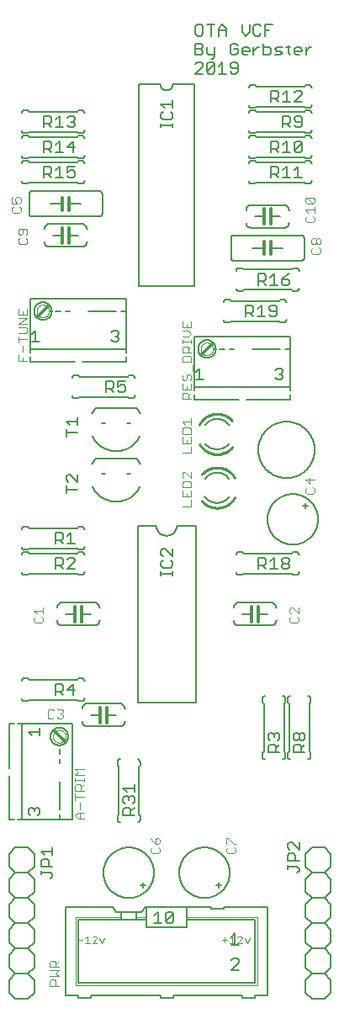
<source format=gto>
G04 EAGLE Gerber RS-274X export*
G75*
%MOMM*%
%FSLAX34Y34*%
%LPD*%
%INSilkscreen Top*%
%IPPOS*%
%AMOC8*
5,1,8,0,0,1.08239X$1,22.5*%
G01*
%ADD10C,0.127000*%
%ADD11C,0.076200*%
%ADD12C,0.152400*%
%ADD13C,0.101600*%
%ADD14C,0.050800*%
%ADD15C,0.304800*%
%ADD16C,0.254000*%


D10*
X206192Y986800D02*
X202379Y986800D01*
X200472Y984893D01*
X200472Y977267D01*
X202379Y975360D01*
X206192Y975360D01*
X208099Y977267D01*
X208099Y984893D01*
X206192Y986800D01*
X215979Y986800D02*
X215979Y975360D01*
X212166Y986800D02*
X219793Y986800D01*
X223860Y982987D02*
X223860Y975360D01*
X223860Y982987D02*
X227673Y986800D01*
X231487Y982987D01*
X231487Y975360D01*
X231487Y981080D02*
X223860Y981080D01*
X247248Y979173D02*
X247248Y986800D01*
X247248Y979173D02*
X251061Y975360D01*
X254874Y979173D01*
X254874Y986800D01*
X264662Y986800D02*
X266568Y984893D01*
X264662Y986800D02*
X260849Y986800D01*
X258942Y984893D01*
X258942Y977267D01*
X260849Y975360D01*
X264662Y975360D01*
X266568Y977267D01*
X270636Y975360D02*
X270636Y986800D01*
X278262Y986800D01*
X274449Y981080D02*
X270636Y981080D01*
X200472Y967750D02*
X200472Y956310D01*
X200472Y967750D02*
X206192Y967750D01*
X208099Y965843D01*
X208099Y963937D01*
X206192Y962030D01*
X208099Y960123D01*
X208099Y958217D01*
X206192Y956310D01*
X200472Y956310D01*
X200472Y962030D02*
X206192Y962030D01*
X212166Y963937D02*
X212166Y958217D01*
X214073Y956310D01*
X219793Y956310D01*
X219793Y954403D02*
X219793Y963937D01*
X219793Y954403D02*
X217886Y952497D01*
X215979Y952497D01*
X241274Y967750D02*
X243180Y965843D01*
X241274Y967750D02*
X237461Y967750D01*
X235554Y965843D01*
X235554Y958217D01*
X237461Y956310D01*
X241274Y956310D01*
X243180Y958217D01*
X243180Y962030D01*
X239367Y962030D01*
X249155Y956310D02*
X252968Y956310D01*
X249155Y956310D02*
X247248Y958217D01*
X247248Y962030D01*
X249155Y963937D01*
X252968Y963937D01*
X254874Y962030D01*
X254874Y960123D01*
X247248Y960123D01*
X258942Y956310D02*
X258942Y963937D01*
X262755Y963937D02*
X258942Y960123D01*
X262755Y963937D02*
X264662Y963937D01*
X268687Y967750D02*
X268687Y956310D01*
X274407Y956310D01*
X276313Y958217D01*
X276313Y962030D01*
X274407Y963937D01*
X268687Y963937D01*
X280381Y956310D02*
X286101Y956310D01*
X288007Y958217D01*
X286101Y960123D01*
X282287Y960123D01*
X280381Y962030D01*
X282287Y963937D01*
X288007Y963937D01*
X293981Y965843D02*
X293981Y958217D01*
X295888Y956310D01*
X295888Y963937D02*
X292075Y963937D01*
X301777Y956310D02*
X305591Y956310D01*
X301777Y956310D02*
X299871Y958217D01*
X299871Y962030D01*
X301777Y963937D01*
X305591Y963937D01*
X307497Y962030D01*
X307497Y960123D01*
X299871Y960123D01*
X311565Y956310D02*
X311565Y963937D01*
X315378Y963937D02*
X311565Y960123D01*
X315378Y963937D02*
X317285Y963937D01*
X208099Y937260D02*
X200472Y937260D01*
X208099Y944887D01*
X208099Y946793D01*
X206192Y948700D01*
X202379Y948700D01*
X200472Y946793D01*
X212166Y946793D02*
X212166Y939167D01*
X212166Y946793D02*
X214073Y948700D01*
X217886Y948700D01*
X219793Y946793D01*
X219793Y939167D01*
X217886Y937260D01*
X214073Y937260D01*
X212166Y939167D01*
X219793Y946793D01*
X223860Y944887D02*
X227673Y948700D01*
X227673Y937260D01*
X223860Y937260D02*
X231487Y937260D01*
X235554Y939167D02*
X237461Y937260D01*
X241274Y937260D01*
X243180Y939167D01*
X243180Y946793D01*
X241274Y948700D01*
X237461Y948700D01*
X235554Y946793D01*
X235554Y944887D01*
X237461Y942980D01*
X243180Y942980D01*
D11*
X86484Y65789D02*
X81569Y65789D01*
X89054Y67018D02*
X91511Y69475D01*
X91511Y62103D01*
X89054Y62103D02*
X93968Y62103D01*
X96538Y62103D02*
X101453Y62103D01*
X96538Y62103D02*
X101453Y67018D01*
X101453Y68247D01*
X100224Y69475D01*
X97766Y69475D01*
X96538Y68247D01*
X104022Y67018D02*
X106479Y62103D01*
X108937Y67018D01*
X227619Y65789D02*
X232534Y65789D01*
X230077Y63332D02*
X230077Y68247D01*
X235104Y67018D02*
X237561Y69475D01*
X237561Y62103D01*
X235104Y62103D02*
X240018Y62103D01*
X242588Y62103D02*
X247503Y62103D01*
X242588Y62103D02*
X247503Y67018D01*
X247503Y68247D01*
X246274Y69475D01*
X243816Y69475D01*
X242588Y68247D01*
X250072Y67018D02*
X252529Y62103D01*
X254987Y67018D01*
D10*
X263702Y558800D02*
X263711Y559497D01*
X263736Y560193D01*
X263779Y560889D01*
X263839Y561583D01*
X263916Y562276D01*
X264009Y562967D01*
X264120Y563655D01*
X264248Y564340D01*
X264392Y565022D01*
X264553Y565700D01*
X264731Y566374D01*
X264925Y567044D01*
X265135Y567708D01*
X265362Y568367D01*
X265605Y569020D01*
X265864Y569667D01*
X266138Y570308D01*
X266429Y570942D01*
X266734Y571568D01*
X267055Y572187D01*
X267391Y572797D01*
X267742Y573399D01*
X268108Y573993D01*
X268488Y574577D01*
X268882Y575152D01*
X269291Y575717D01*
X269713Y576271D01*
X270148Y576816D01*
X270597Y577349D01*
X271058Y577871D01*
X271533Y578382D01*
X272020Y578880D01*
X272518Y579367D01*
X273029Y579842D01*
X273551Y580303D01*
X274084Y580752D01*
X274629Y581187D01*
X275183Y581609D01*
X275748Y582018D01*
X276323Y582412D01*
X276907Y582792D01*
X277501Y583158D01*
X278103Y583509D01*
X278713Y583845D01*
X279332Y584166D01*
X279958Y584471D01*
X280592Y584762D01*
X281233Y585036D01*
X281880Y585295D01*
X282533Y585538D01*
X283192Y585765D01*
X283856Y585975D01*
X284526Y586169D01*
X285200Y586347D01*
X285878Y586508D01*
X286560Y586652D01*
X287245Y586780D01*
X287933Y586891D01*
X288624Y586984D01*
X289317Y587061D01*
X290011Y587121D01*
X290707Y587164D01*
X291403Y587189D01*
X292100Y587198D01*
X292797Y587189D01*
X293493Y587164D01*
X294189Y587121D01*
X294883Y587061D01*
X295576Y586984D01*
X296267Y586891D01*
X296955Y586780D01*
X297640Y586652D01*
X298322Y586508D01*
X299000Y586347D01*
X299674Y586169D01*
X300344Y585975D01*
X301008Y585765D01*
X301667Y585538D01*
X302320Y585295D01*
X302967Y585036D01*
X303608Y584762D01*
X304242Y584471D01*
X304868Y584166D01*
X305487Y583845D01*
X306097Y583509D01*
X306699Y583158D01*
X307293Y582792D01*
X307877Y582412D01*
X308452Y582018D01*
X309017Y581609D01*
X309571Y581187D01*
X310116Y580752D01*
X310649Y580303D01*
X311171Y579842D01*
X311682Y579367D01*
X312180Y578880D01*
X312667Y578382D01*
X313142Y577871D01*
X313603Y577349D01*
X314052Y576816D01*
X314487Y576271D01*
X314909Y575717D01*
X315318Y575152D01*
X315712Y574577D01*
X316092Y573993D01*
X316458Y573399D01*
X316809Y572797D01*
X317145Y572187D01*
X317466Y571568D01*
X317771Y570942D01*
X318062Y570308D01*
X318336Y569667D01*
X318595Y569020D01*
X318838Y568367D01*
X319065Y567708D01*
X319275Y567044D01*
X319469Y566374D01*
X319647Y565700D01*
X319808Y565022D01*
X319952Y564340D01*
X320080Y563655D01*
X320191Y562967D01*
X320284Y562276D01*
X320361Y561583D01*
X320421Y560889D01*
X320464Y560193D01*
X320489Y559497D01*
X320498Y558800D01*
X320489Y558103D01*
X320464Y557407D01*
X320421Y556711D01*
X320361Y556017D01*
X320284Y555324D01*
X320191Y554633D01*
X320080Y553945D01*
X319952Y553260D01*
X319808Y552578D01*
X319647Y551900D01*
X319469Y551226D01*
X319275Y550556D01*
X319065Y549892D01*
X318838Y549233D01*
X318595Y548580D01*
X318336Y547933D01*
X318062Y547292D01*
X317771Y546658D01*
X317466Y546032D01*
X317145Y545413D01*
X316809Y544803D01*
X316458Y544201D01*
X316092Y543607D01*
X315712Y543023D01*
X315318Y542448D01*
X314909Y541883D01*
X314487Y541329D01*
X314052Y540784D01*
X313603Y540251D01*
X313142Y539729D01*
X312667Y539218D01*
X312180Y538720D01*
X311682Y538233D01*
X311171Y537758D01*
X310649Y537297D01*
X310116Y536848D01*
X309571Y536413D01*
X309017Y535991D01*
X308452Y535582D01*
X307877Y535188D01*
X307293Y534808D01*
X306699Y534442D01*
X306097Y534091D01*
X305487Y533755D01*
X304868Y533434D01*
X304242Y533129D01*
X303608Y532838D01*
X302967Y532564D01*
X302320Y532305D01*
X301667Y532062D01*
X301008Y531835D01*
X300344Y531625D01*
X299674Y531431D01*
X299000Y531253D01*
X298322Y531092D01*
X297640Y530948D01*
X296955Y530820D01*
X296267Y530709D01*
X295576Y530616D01*
X294883Y530539D01*
X294189Y530479D01*
X293493Y530436D01*
X292797Y530411D01*
X292100Y530402D01*
X291403Y530411D01*
X290707Y530436D01*
X290011Y530479D01*
X289317Y530539D01*
X288624Y530616D01*
X287933Y530709D01*
X287245Y530820D01*
X286560Y530948D01*
X285878Y531092D01*
X285200Y531253D01*
X284526Y531431D01*
X283856Y531625D01*
X283192Y531835D01*
X282533Y532062D01*
X281880Y532305D01*
X281233Y532564D01*
X280592Y532838D01*
X279958Y533129D01*
X279332Y533434D01*
X278713Y533755D01*
X278103Y534091D01*
X277501Y534442D01*
X276907Y534808D01*
X276323Y535188D01*
X275748Y535582D01*
X275183Y535991D01*
X274629Y536413D01*
X274084Y536848D01*
X273551Y537297D01*
X273029Y537758D01*
X272518Y538233D01*
X272020Y538720D01*
X271533Y539218D01*
X271058Y539729D01*
X270597Y540251D01*
X270148Y540784D01*
X269713Y541329D01*
X269291Y541883D01*
X268882Y542448D01*
X268488Y543023D01*
X268108Y543607D01*
X267742Y544201D01*
X267391Y544803D01*
X267055Y545413D01*
X266734Y546032D01*
X266429Y546658D01*
X266138Y547292D01*
X265864Y547933D01*
X265605Y548580D01*
X265362Y549233D01*
X265135Y549892D01*
X264925Y550556D01*
X264731Y551226D01*
X264553Y551900D01*
X264392Y552578D01*
X264248Y553260D01*
X264120Y553945D01*
X264009Y554633D01*
X263916Y555324D01*
X263839Y556017D01*
X263779Y556711D01*
X263736Y557407D01*
X263711Y558103D01*
X263702Y558800D01*
D12*
X165100Y927100D02*
X143510Y927100D01*
X165100Y927100D02*
X165102Y926942D01*
X165108Y926783D01*
X165118Y926625D01*
X165132Y926468D01*
X165149Y926310D01*
X165171Y926154D01*
X165196Y925997D01*
X165226Y925842D01*
X165259Y925687D01*
X165296Y925533D01*
X165337Y925380D01*
X165382Y925228D01*
X165431Y925078D01*
X165483Y924928D01*
X165539Y924780D01*
X165599Y924633D01*
X165662Y924488D01*
X165729Y924345D01*
X165799Y924203D01*
X165873Y924063D01*
X165951Y923925D01*
X166032Y923789D01*
X166116Y923655D01*
X166203Y923523D01*
X166294Y923393D01*
X166388Y923266D01*
X166485Y923141D01*
X166586Y923018D01*
X166689Y922898D01*
X166795Y922781D01*
X166904Y922666D01*
X167016Y922554D01*
X167131Y922445D01*
X167248Y922339D01*
X167368Y922236D01*
X167491Y922135D01*
X167616Y922038D01*
X167743Y921944D01*
X167873Y921853D01*
X168005Y921766D01*
X168139Y921682D01*
X168275Y921601D01*
X168413Y921523D01*
X168553Y921449D01*
X168695Y921379D01*
X168838Y921312D01*
X168983Y921249D01*
X169130Y921189D01*
X169278Y921133D01*
X169428Y921081D01*
X169578Y921032D01*
X169730Y920987D01*
X169883Y920946D01*
X170037Y920909D01*
X170192Y920876D01*
X170347Y920846D01*
X170504Y920821D01*
X170660Y920799D01*
X170818Y920782D01*
X170975Y920768D01*
X171133Y920758D01*
X171292Y920752D01*
X171450Y920750D01*
X171608Y920752D01*
X171767Y920758D01*
X171925Y920768D01*
X172082Y920782D01*
X172240Y920799D01*
X172396Y920821D01*
X172553Y920846D01*
X172708Y920876D01*
X172863Y920909D01*
X173017Y920946D01*
X173170Y920987D01*
X173322Y921032D01*
X173472Y921081D01*
X173622Y921133D01*
X173770Y921189D01*
X173917Y921249D01*
X174062Y921312D01*
X174205Y921379D01*
X174347Y921449D01*
X174487Y921523D01*
X174625Y921601D01*
X174761Y921682D01*
X174895Y921766D01*
X175027Y921853D01*
X175157Y921944D01*
X175284Y922038D01*
X175409Y922135D01*
X175532Y922236D01*
X175652Y922339D01*
X175769Y922445D01*
X175884Y922554D01*
X175996Y922666D01*
X176105Y922781D01*
X176211Y922898D01*
X176314Y923018D01*
X176415Y923141D01*
X176512Y923266D01*
X176606Y923393D01*
X176697Y923523D01*
X176784Y923655D01*
X176868Y923789D01*
X176949Y923925D01*
X177027Y924063D01*
X177101Y924203D01*
X177171Y924345D01*
X177238Y924488D01*
X177301Y924633D01*
X177361Y924780D01*
X177417Y924928D01*
X177469Y925078D01*
X177518Y925228D01*
X177563Y925380D01*
X177604Y925533D01*
X177641Y925687D01*
X177674Y925842D01*
X177704Y925997D01*
X177729Y926154D01*
X177751Y926310D01*
X177768Y926468D01*
X177782Y926625D01*
X177792Y926783D01*
X177798Y926942D01*
X177800Y927100D01*
X143510Y927100D02*
X143510Y723900D01*
X199390Y723900D01*
X199390Y927100D01*
X177800Y927100D01*
D10*
X177165Y887098D02*
X177165Y883285D01*
X177165Y885192D02*
X165725Y885192D01*
X165725Y887098D02*
X165725Y883285D01*
X165725Y896801D02*
X167632Y898707D01*
X165725Y896801D02*
X165725Y892988D01*
X167632Y891081D01*
X175258Y891081D01*
X177165Y892988D01*
X177165Y896801D01*
X175258Y898707D01*
X169539Y902775D02*
X165725Y906588D01*
X177165Y906588D01*
X177165Y902775D02*
X177165Y910401D01*
D12*
X149860Y120650D02*
X147320Y120650D01*
X147320Y123190D01*
X147320Y120650D02*
X144780Y120650D01*
X147320Y120650D02*
X147320Y118110D01*
X107950Y133350D02*
X107958Y133973D01*
X107981Y134596D01*
X108019Y135219D01*
X108072Y135840D01*
X108141Y136459D01*
X108225Y137077D01*
X108324Y137692D01*
X108438Y138305D01*
X108567Y138915D01*
X108711Y139522D01*
X108870Y140125D01*
X109044Y140723D01*
X109232Y141318D01*
X109435Y141907D01*
X109652Y142491D01*
X109883Y143070D01*
X110129Y143643D01*
X110389Y144210D01*
X110662Y144770D01*
X110949Y145323D01*
X111250Y145870D01*
X111564Y146408D01*
X111891Y146939D01*
X112231Y147461D01*
X112583Y147976D01*
X112949Y148481D01*
X113326Y148977D01*
X113716Y149464D01*
X114117Y149941D01*
X114530Y150408D01*
X114954Y150864D01*
X115389Y151311D01*
X115836Y151746D01*
X116292Y152170D01*
X116759Y152583D01*
X117236Y152984D01*
X117723Y153374D01*
X118219Y153751D01*
X118724Y154117D01*
X119239Y154469D01*
X119761Y154809D01*
X120292Y155136D01*
X120830Y155450D01*
X121377Y155751D01*
X121930Y156038D01*
X122490Y156311D01*
X123057Y156571D01*
X123630Y156817D01*
X124209Y157048D01*
X124793Y157265D01*
X125382Y157468D01*
X125977Y157656D01*
X126575Y157830D01*
X127178Y157989D01*
X127785Y158133D01*
X128395Y158262D01*
X129008Y158376D01*
X129623Y158475D01*
X130241Y158559D01*
X130860Y158628D01*
X131481Y158681D01*
X132104Y158719D01*
X132727Y158742D01*
X133350Y158750D01*
X133973Y158742D01*
X134596Y158719D01*
X135219Y158681D01*
X135840Y158628D01*
X136459Y158559D01*
X137077Y158475D01*
X137692Y158376D01*
X138305Y158262D01*
X138915Y158133D01*
X139522Y157989D01*
X140125Y157830D01*
X140723Y157656D01*
X141318Y157468D01*
X141907Y157265D01*
X142491Y157048D01*
X143070Y156817D01*
X143643Y156571D01*
X144210Y156311D01*
X144770Y156038D01*
X145323Y155751D01*
X145870Y155450D01*
X146408Y155136D01*
X146939Y154809D01*
X147461Y154469D01*
X147976Y154117D01*
X148481Y153751D01*
X148977Y153374D01*
X149464Y152984D01*
X149941Y152583D01*
X150408Y152170D01*
X150864Y151746D01*
X151311Y151311D01*
X151746Y150864D01*
X152170Y150408D01*
X152583Y149941D01*
X152984Y149464D01*
X153374Y148977D01*
X153751Y148481D01*
X154117Y147976D01*
X154469Y147461D01*
X154809Y146939D01*
X155136Y146408D01*
X155450Y145870D01*
X155751Y145323D01*
X156038Y144770D01*
X156311Y144210D01*
X156571Y143643D01*
X156817Y143070D01*
X157048Y142491D01*
X157265Y141907D01*
X157468Y141318D01*
X157656Y140723D01*
X157830Y140125D01*
X157989Y139522D01*
X158133Y138915D01*
X158262Y138305D01*
X158376Y137692D01*
X158475Y137077D01*
X158559Y136459D01*
X158628Y135840D01*
X158681Y135219D01*
X158719Y134596D01*
X158742Y133973D01*
X158750Y133350D01*
X158742Y132727D01*
X158719Y132104D01*
X158681Y131481D01*
X158628Y130860D01*
X158559Y130241D01*
X158475Y129623D01*
X158376Y129008D01*
X158262Y128395D01*
X158133Y127785D01*
X157989Y127178D01*
X157830Y126575D01*
X157656Y125977D01*
X157468Y125382D01*
X157265Y124793D01*
X157048Y124209D01*
X156817Y123630D01*
X156571Y123057D01*
X156311Y122490D01*
X156038Y121930D01*
X155751Y121377D01*
X155450Y120830D01*
X155136Y120292D01*
X154809Y119761D01*
X154469Y119239D01*
X154117Y118724D01*
X153751Y118219D01*
X153374Y117723D01*
X152984Y117236D01*
X152583Y116759D01*
X152170Y116292D01*
X151746Y115836D01*
X151311Y115389D01*
X150864Y114954D01*
X150408Y114530D01*
X149941Y114117D01*
X149464Y113716D01*
X148977Y113326D01*
X148481Y112949D01*
X147976Y112583D01*
X147461Y112231D01*
X146939Y111891D01*
X146408Y111564D01*
X145870Y111250D01*
X145323Y110949D01*
X144770Y110662D01*
X144210Y110389D01*
X143643Y110129D01*
X143070Y109883D01*
X142491Y109652D01*
X141907Y109435D01*
X141318Y109232D01*
X140723Y109044D01*
X140125Y108870D01*
X139522Y108711D01*
X138915Y108567D01*
X138305Y108438D01*
X137692Y108324D01*
X137077Y108225D01*
X136459Y108141D01*
X135840Y108072D01*
X135219Y108019D01*
X134596Y107981D01*
X133973Y107958D01*
X133350Y107950D01*
X132727Y107958D01*
X132104Y107981D01*
X131481Y108019D01*
X130860Y108072D01*
X130241Y108141D01*
X129623Y108225D01*
X129008Y108324D01*
X128395Y108438D01*
X127785Y108567D01*
X127178Y108711D01*
X126575Y108870D01*
X125977Y109044D01*
X125382Y109232D01*
X124793Y109435D01*
X124209Y109652D01*
X123630Y109883D01*
X123057Y110129D01*
X122490Y110389D01*
X121930Y110662D01*
X121377Y110949D01*
X120830Y111250D01*
X120292Y111564D01*
X119761Y111891D01*
X119239Y112231D01*
X118724Y112583D01*
X118219Y112949D01*
X117723Y113326D01*
X117236Y113716D01*
X116759Y114117D01*
X116292Y114530D01*
X115836Y114954D01*
X115389Y115389D01*
X114954Y115836D01*
X114530Y116292D01*
X114117Y116759D01*
X113716Y117236D01*
X113326Y117723D01*
X112949Y118219D01*
X112583Y118724D01*
X112231Y119239D01*
X111891Y119761D01*
X111564Y120292D01*
X111250Y120830D01*
X110949Y121377D01*
X110662Y121930D01*
X110389Y122490D01*
X110129Y123057D01*
X109883Y123630D01*
X109652Y124209D01*
X109435Y124793D01*
X109232Y125382D01*
X109044Y125977D01*
X108870Y126575D01*
X108711Y127178D01*
X108567Y127785D01*
X108438Y128395D01*
X108324Y129008D01*
X108225Y129623D01*
X108141Y130241D01*
X108072Y130860D01*
X108019Y131481D01*
X107981Y132104D01*
X107958Y132727D01*
X107950Y133350D01*
D13*
X155440Y157484D02*
X156966Y159009D01*
X155440Y157484D02*
X155440Y154433D01*
X156966Y152908D01*
X163067Y152908D01*
X164592Y154433D01*
X164592Y157484D01*
X163067Y159009D01*
X156966Y165314D02*
X155440Y168364D01*
X156966Y165314D02*
X160016Y162263D01*
X163067Y162263D01*
X164592Y163788D01*
X164592Y166839D01*
X163067Y168364D01*
X161541Y168364D01*
X160016Y166839D01*
X160016Y162263D01*
D12*
X223520Y120650D02*
X226060Y120650D01*
X223520Y120650D02*
X223520Y123190D01*
X223520Y120650D02*
X220980Y120650D01*
X223520Y120650D02*
X223520Y118110D01*
X184150Y133350D02*
X184158Y133973D01*
X184181Y134596D01*
X184219Y135219D01*
X184272Y135840D01*
X184341Y136459D01*
X184425Y137077D01*
X184524Y137692D01*
X184638Y138305D01*
X184767Y138915D01*
X184911Y139522D01*
X185070Y140125D01*
X185244Y140723D01*
X185432Y141318D01*
X185635Y141907D01*
X185852Y142491D01*
X186083Y143070D01*
X186329Y143643D01*
X186589Y144210D01*
X186862Y144770D01*
X187149Y145323D01*
X187450Y145870D01*
X187764Y146408D01*
X188091Y146939D01*
X188431Y147461D01*
X188783Y147976D01*
X189149Y148481D01*
X189526Y148977D01*
X189916Y149464D01*
X190317Y149941D01*
X190730Y150408D01*
X191154Y150864D01*
X191589Y151311D01*
X192036Y151746D01*
X192492Y152170D01*
X192959Y152583D01*
X193436Y152984D01*
X193923Y153374D01*
X194419Y153751D01*
X194924Y154117D01*
X195439Y154469D01*
X195961Y154809D01*
X196492Y155136D01*
X197030Y155450D01*
X197577Y155751D01*
X198130Y156038D01*
X198690Y156311D01*
X199257Y156571D01*
X199830Y156817D01*
X200409Y157048D01*
X200993Y157265D01*
X201582Y157468D01*
X202177Y157656D01*
X202775Y157830D01*
X203378Y157989D01*
X203985Y158133D01*
X204595Y158262D01*
X205208Y158376D01*
X205823Y158475D01*
X206441Y158559D01*
X207060Y158628D01*
X207681Y158681D01*
X208304Y158719D01*
X208927Y158742D01*
X209550Y158750D01*
X210173Y158742D01*
X210796Y158719D01*
X211419Y158681D01*
X212040Y158628D01*
X212659Y158559D01*
X213277Y158475D01*
X213892Y158376D01*
X214505Y158262D01*
X215115Y158133D01*
X215722Y157989D01*
X216325Y157830D01*
X216923Y157656D01*
X217518Y157468D01*
X218107Y157265D01*
X218691Y157048D01*
X219270Y156817D01*
X219843Y156571D01*
X220410Y156311D01*
X220970Y156038D01*
X221523Y155751D01*
X222070Y155450D01*
X222608Y155136D01*
X223139Y154809D01*
X223661Y154469D01*
X224176Y154117D01*
X224681Y153751D01*
X225177Y153374D01*
X225664Y152984D01*
X226141Y152583D01*
X226608Y152170D01*
X227064Y151746D01*
X227511Y151311D01*
X227946Y150864D01*
X228370Y150408D01*
X228783Y149941D01*
X229184Y149464D01*
X229574Y148977D01*
X229951Y148481D01*
X230317Y147976D01*
X230669Y147461D01*
X231009Y146939D01*
X231336Y146408D01*
X231650Y145870D01*
X231951Y145323D01*
X232238Y144770D01*
X232511Y144210D01*
X232771Y143643D01*
X233017Y143070D01*
X233248Y142491D01*
X233465Y141907D01*
X233668Y141318D01*
X233856Y140723D01*
X234030Y140125D01*
X234189Y139522D01*
X234333Y138915D01*
X234462Y138305D01*
X234576Y137692D01*
X234675Y137077D01*
X234759Y136459D01*
X234828Y135840D01*
X234881Y135219D01*
X234919Y134596D01*
X234942Y133973D01*
X234950Y133350D01*
X234942Y132727D01*
X234919Y132104D01*
X234881Y131481D01*
X234828Y130860D01*
X234759Y130241D01*
X234675Y129623D01*
X234576Y129008D01*
X234462Y128395D01*
X234333Y127785D01*
X234189Y127178D01*
X234030Y126575D01*
X233856Y125977D01*
X233668Y125382D01*
X233465Y124793D01*
X233248Y124209D01*
X233017Y123630D01*
X232771Y123057D01*
X232511Y122490D01*
X232238Y121930D01*
X231951Y121377D01*
X231650Y120830D01*
X231336Y120292D01*
X231009Y119761D01*
X230669Y119239D01*
X230317Y118724D01*
X229951Y118219D01*
X229574Y117723D01*
X229184Y117236D01*
X228783Y116759D01*
X228370Y116292D01*
X227946Y115836D01*
X227511Y115389D01*
X227064Y114954D01*
X226608Y114530D01*
X226141Y114117D01*
X225664Y113716D01*
X225177Y113326D01*
X224681Y112949D01*
X224176Y112583D01*
X223661Y112231D01*
X223139Y111891D01*
X222608Y111564D01*
X222070Y111250D01*
X221523Y110949D01*
X220970Y110662D01*
X220410Y110389D01*
X219843Y110129D01*
X219270Y109883D01*
X218691Y109652D01*
X218107Y109435D01*
X217518Y109232D01*
X216923Y109044D01*
X216325Y108870D01*
X215722Y108711D01*
X215115Y108567D01*
X214505Y108438D01*
X213892Y108324D01*
X213277Y108225D01*
X212659Y108141D01*
X212040Y108072D01*
X211419Y108019D01*
X210796Y107981D01*
X210173Y107958D01*
X209550Y107950D01*
X208927Y107958D01*
X208304Y107981D01*
X207681Y108019D01*
X207060Y108072D01*
X206441Y108141D01*
X205823Y108225D01*
X205208Y108324D01*
X204595Y108438D01*
X203985Y108567D01*
X203378Y108711D01*
X202775Y108870D01*
X202177Y109044D01*
X201582Y109232D01*
X200993Y109435D01*
X200409Y109652D01*
X199830Y109883D01*
X199257Y110129D01*
X198690Y110389D01*
X198130Y110662D01*
X197577Y110949D01*
X197030Y111250D01*
X196492Y111564D01*
X195961Y111891D01*
X195439Y112231D01*
X194924Y112583D01*
X194419Y112949D01*
X193923Y113326D01*
X193436Y113716D01*
X192959Y114117D01*
X192492Y114530D01*
X192036Y114954D01*
X191589Y115389D01*
X191154Y115836D01*
X190730Y116292D01*
X190317Y116759D01*
X189916Y117236D01*
X189526Y117723D01*
X189149Y118219D01*
X188783Y118724D01*
X188431Y119239D01*
X188091Y119761D01*
X187764Y120292D01*
X187450Y120830D01*
X187149Y121377D01*
X186862Y121930D01*
X186589Y122490D01*
X186329Y123057D01*
X186083Y123630D01*
X185852Y124209D01*
X185635Y124793D01*
X185432Y125382D01*
X185244Y125977D01*
X185070Y126575D01*
X184911Y127178D01*
X184767Y127785D01*
X184638Y128395D01*
X184524Y129008D01*
X184425Y129623D01*
X184341Y130241D01*
X184272Y130860D01*
X184219Y131481D01*
X184181Y132104D01*
X184158Y132727D01*
X184150Y133350D01*
D13*
X231640Y157484D02*
X233166Y159009D01*
X231640Y157484D02*
X231640Y154433D01*
X233166Y152908D01*
X239267Y152908D01*
X240792Y154433D01*
X240792Y157484D01*
X239267Y159009D01*
X231640Y162263D02*
X231640Y168364D01*
X233166Y168364D01*
X239267Y162263D01*
X240792Y162263D01*
D10*
X260350Y22225D02*
X82550Y22225D01*
X82550Y85725D01*
X260350Y85725D02*
X260350Y22225D01*
X260350Y9525D02*
X273050Y9525D01*
X116840Y98425D02*
X69850Y98425D01*
X69850Y9525D01*
X273050Y9525D02*
X273050Y98425D01*
X125730Y85725D02*
X82550Y85725D01*
X151130Y78105D02*
X191770Y78105D01*
X191770Y85725D01*
X260350Y85725D01*
X191770Y85725D02*
X191770Y88265D01*
X151130Y85725D02*
X151130Y78105D01*
X151130Y85725D02*
X151130Y88265D01*
X82550Y9525D02*
X82550Y6985D01*
X95250Y6985D01*
X95250Y9525D01*
X82550Y9525D02*
X69850Y9525D01*
X165100Y6985D02*
X177800Y6985D01*
X165100Y6985D02*
X165100Y9525D01*
X95250Y9525D01*
X177800Y9525D02*
X177800Y6985D01*
X247650Y6985D02*
X260350Y6985D01*
X260350Y9525D01*
X247650Y9525D02*
X247650Y6985D01*
X247650Y9525D02*
X177800Y9525D01*
X151130Y98425D02*
X149860Y98425D01*
X151130Y98425D02*
X191770Y98425D01*
X140970Y88265D02*
X140970Y85725D01*
X151130Y85725D01*
X125730Y85725D02*
X125730Y88265D01*
X125730Y85725D02*
X140970Y85725D01*
X146050Y93345D02*
X149860Y98425D01*
X120650Y93345D02*
X116840Y98425D01*
X120650Y93345D02*
X125730Y93345D01*
D14*
X140970Y88265D02*
X151130Y88265D01*
D10*
X151130Y98425D01*
D14*
X125730Y88265D02*
X80010Y88265D01*
X80010Y19685D01*
X262890Y19685D01*
X262890Y88265D01*
X191770Y88265D01*
D10*
X191770Y98425D01*
X140970Y93345D02*
X140970Y88265D01*
X140970Y93345D02*
X146050Y93345D01*
X125730Y93345D02*
X125730Y88265D01*
X125730Y93345D02*
X140970Y93345D01*
X191770Y98425D02*
X215900Y98425D01*
X215900Y97155D01*
X228600Y97155D01*
X228600Y98425D01*
X273050Y98425D01*
X162670Y93990D02*
X158857Y90177D01*
X162670Y93990D02*
X162670Y82550D01*
X158857Y82550D02*
X166484Y82550D01*
X170551Y84457D02*
X170551Y92083D01*
X172458Y93990D01*
X176271Y93990D01*
X178178Y92083D01*
X178178Y84457D01*
X176271Y82550D01*
X172458Y82550D01*
X170551Y84457D01*
X178178Y92083D01*
X236591Y68587D02*
X240404Y72400D01*
X240404Y60960D01*
X236591Y60960D02*
X244218Y60960D01*
X244218Y35560D02*
X236591Y35560D01*
X244218Y43187D01*
X244218Y45093D01*
X242311Y47000D01*
X238498Y47000D01*
X236591Y45093D01*
D13*
X62992Y19558D02*
X53840Y19558D01*
X53840Y24134D01*
X55366Y25659D01*
X58416Y25659D01*
X59941Y24134D01*
X59941Y19558D01*
X62992Y28913D02*
X53840Y28913D01*
X59941Y31964D02*
X62992Y28913D01*
X59941Y31964D02*
X62992Y35014D01*
X53840Y35014D01*
X53840Y38268D02*
X62992Y38268D01*
X53840Y38268D02*
X53840Y42844D01*
X55366Y44370D01*
X58416Y44370D01*
X59941Y42844D01*
X59941Y38268D01*
X59941Y41319D02*
X62992Y44370D01*
D12*
X200660Y304800D02*
X200660Y482600D01*
X142240Y482600D02*
X142240Y304800D01*
X200660Y304800D01*
X200660Y482600D02*
X181610Y482600D01*
X161290Y482600D02*
X142240Y482600D01*
X161290Y482600D02*
X161293Y482353D01*
X161302Y482105D01*
X161317Y481858D01*
X161338Y481612D01*
X161365Y481366D01*
X161398Y481121D01*
X161437Y480876D01*
X161482Y480633D01*
X161533Y480391D01*
X161590Y480150D01*
X161652Y479911D01*
X161721Y479673D01*
X161795Y479437D01*
X161875Y479203D01*
X161960Y478971D01*
X162052Y478741D01*
X162148Y478513D01*
X162251Y478288D01*
X162358Y478065D01*
X162472Y477845D01*
X162590Y477628D01*
X162714Y477413D01*
X162843Y477202D01*
X162977Y476994D01*
X163116Y476789D01*
X163260Y476588D01*
X163408Y476390D01*
X163562Y476196D01*
X163720Y476006D01*
X163883Y475820D01*
X164050Y475638D01*
X164222Y475460D01*
X164398Y475286D01*
X164578Y475116D01*
X164763Y474951D01*
X164951Y474791D01*
X165143Y474635D01*
X165339Y474483D01*
X165538Y474337D01*
X165741Y474195D01*
X165948Y474059D01*
X166157Y473927D01*
X166370Y473801D01*
X166586Y473680D01*
X166804Y473564D01*
X167026Y473454D01*
X167250Y473349D01*
X167476Y473249D01*
X167705Y473155D01*
X167936Y473067D01*
X168170Y472984D01*
X168405Y472907D01*
X168642Y472836D01*
X168880Y472770D01*
X169120Y472711D01*
X169362Y472657D01*
X169605Y472609D01*
X169848Y472567D01*
X170093Y472531D01*
X170339Y472501D01*
X170585Y472477D01*
X170832Y472459D01*
X171079Y472447D01*
X171326Y472441D01*
X171574Y472441D01*
X171821Y472447D01*
X172068Y472459D01*
X172315Y472477D01*
X172561Y472501D01*
X172807Y472531D01*
X173052Y472567D01*
X173295Y472609D01*
X173538Y472657D01*
X173780Y472711D01*
X174020Y472770D01*
X174258Y472836D01*
X174495Y472907D01*
X174730Y472984D01*
X174964Y473067D01*
X175195Y473155D01*
X175424Y473249D01*
X175650Y473349D01*
X175874Y473454D01*
X176096Y473564D01*
X176314Y473680D01*
X176530Y473801D01*
X176743Y473927D01*
X176952Y474059D01*
X177159Y474195D01*
X177362Y474337D01*
X177561Y474483D01*
X177757Y474635D01*
X177949Y474791D01*
X178137Y474951D01*
X178322Y475116D01*
X178502Y475286D01*
X178678Y475460D01*
X178850Y475638D01*
X179017Y475820D01*
X179180Y476006D01*
X179338Y476196D01*
X179492Y476390D01*
X179640Y476588D01*
X179784Y476789D01*
X179923Y476994D01*
X180057Y477202D01*
X180186Y477413D01*
X180310Y477628D01*
X180428Y477845D01*
X180542Y478065D01*
X180649Y478288D01*
X180752Y478513D01*
X180848Y478741D01*
X180940Y478971D01*
X181025Y479203D01*
X181105Y479437D01*
X181179Y479673D01*
X181248Y479911D01*
X181310Y480150D01*
X181367Y480391D01*
X181418Y480633D01*
X181463Y480876D01*
X181502Y481121D01*
X181535Y481366D01*
X181562Y481612D01*
X181583Y481858D01*
X181598Y482105D01*
X181607Y482353D01*
X181610Y482600D01*
D10*
X177165Y436248D02*
X177165Y432435D01*
X177165Y434342D02*
X165725Y434342D01*
X165725Y436248D02*
X165725Y432435D01*
X165725Y445951D02*
X167632Y447857D01*
X165725Y445951D02*
X165725Y442138D01*
X167632Y440231D01*
X175258Y440231D01*
X177165Y442138D01*
X177165Y445951D01*
X175258Y447857D01*
X177165Y451925D02*
X177165Y459551D01*
X177165Y451925D02*
X169539Y459551D01*
X167632Y459551D01*
X165725Y457645D01*
X165725Y453832D01*
X167632Y451925D01*
D12*
X88900Y461010D02*
X88898Y460910D01*
X88892Y460811D01*
X88882Y460711D01*
X88869Y460613D01*
X88851Y460514D01*
X88830Y460417D01*
X88805Y460321D01*
X88776Y460225D01*
X88743Y460131D01*
X88707Y460038D01*
X88667Y459947D01*
X88623Y459857D01*
X88576Y459769D01*
X88526Y459683D01*
X88472Y459599D01*
X88415Y459517D01*
X88355Y459438D01*
X88291Y459360D01*
X88225Y459286D01*
X88156Y459214D01*
X88084Y459145D01*
X88010Y459079D01*
X87932Y459015D01*
X87853Y458955D01*
X87771Y458898D01*
X87687Y458844D01*
X87601Y458794D01*
X87513Y458747D01*
X87423Y458703D01*
X87332Y458663D01*
X87239Y458627D01*
X87145Y458594D01*
X87049Y458565D01*
X86953Y458540D01*
X86856Y458519D01*
X86757Y458501D01*
X86659Y458488D01*
X86559Y458478D01*
X86460Y458472D01*
X86360Y458470D01*
X88900Y478790D02*
X88898Y478890D01*
X88892Y478989D01*
X88882Y479089D01*
X88869Y479187D01*
X88851Y479286D01*
X88830Y479383D01*
X88805Y479479D01*
X88776Y479575D01*
X88743Y479669D01*
X88707Y479762D01*
X88667Y479853D01*
X88623Y479943D01*
X88576Y480031D01*
X88526Y480117D01*
X88472Y480201D01*
X88415Y480283D01*
X88355Y480362D01*
X88291Y480440D01*
X88225Y480514D01*
X88156Y480586D01*
X88084Y480655D01*
X88010Y480721D01*
X87932Y480785D01*
X87853Y480845D01*
X87771Y480902D01*
X87687Y480956D01*
X87601Y481006D01*
X87513Y481053D01*
X87423Y481097D01*
X87332Y481137D01*
X87239Y481173D01*
X87145Y481206D01*
X87049Y481235D01*
X86953Y481260D01*
X86856Y481281D01*
X86757Y481299D01*
X86659Y481312D01*
X86559Y481322D01*
X86460Y481328D01*
X86360Y481330D01*
X27940Y481330D02*
X27840Y481328D01*
X27741Y481322D01*
X27641Y481312D01*
X27543Y481299D01*
X27444Y481281D01*
X27347Y481260D01*
X27251Y481235D01*
X27155Y481206D01*
X27061Y481173D01*
X26968Y481137D01*
X26877Y481097D01*
X26787Y481053D01*
X26699Y481006D01*
X26613Y480956D01*
X26529Y480902D01*
X26447Y480845D01*
X26368Y480785D01*
X26290Y480721D01*
X26216Y480655D01*
X26144Y480586D01*
X26075Y480514D01*
X26009Y480440D01*
X25945Y480362D01*
X25885Y480283D01*
X25828Y480201D01*
X25774Y480117D01*
X25724Y480031D01*
X25677Y479943D01*
X25633Y479853D01*
X25593Y479762D01*
X25557Y479669D01*
X25524Y479575D01*
X25495Y479479D01*
X25470Y479383D01*
X25449Y479286D01*
X25431Y479187D01*
X25418Y479089D01*
X25408Y478989D01*
X25402Y478890D01*
X25400Y478790D01*
X25400Y461010D02*
X25402Y460910D01*
X25408Y460811D01*
X25418Y460711D01*
X25431Y460613D01*
X25449Y460514D01*
X25470Y460417D01*
X25495Y460321D01*
X25524Y460225D01*
X25557Y460131D01*
X25593Y460038D01*
X25633Y459947D01*
X25677Y459857D01*
X25724Y459769D01*
X25774Y459683D01*
X25828Y459599D01*
X25885Y459517D01*
X25945Y459438D01*
X26009Y459360D01*
X26075Y459286D01*
X26144Y459214D01*
X26216Y459145D01*
X26290Y459079D01*
X26368Y459015D01*
X26447Y458955D01*
X26529Y458898D01*
X26613Y458844D01*
X26699Y458794D01*
X26787Y458747D01*
X26877Y458703D01*
X26968Y458663D01*
X27061Y458627D01*
X27155Y458594D01*
X27251Y458565D01*
X27347Y458540D01*
X27444Y458519D01*
X27543Y458501D01*
X27641Y458488D01*
X27741Y458478D01*
X27840Y458472D01*
X27940Y458470D01*
X82550Y458470D02*
X86360Y458470D01*
X82550Y458470D02*
X81280Y459740D01*
X82550Y481330D02*
X86360Y481330D01*
X82550Y481330D02*
X81280Y480060D01*
X33020Y459740D02*
X31750Y458470D01*
X33020Y459740D02*
X81280Y459740D01*
X33020Y480060D02*
X31750Y481330D01*
X33020Y480060D02*
X81280Y480060D01*
X31750Y458470D02*
X27940Y458470D01*
X27940Y481330D02*
X31750Y481330D01*
D10*
X59797Y475625D02*
X59797Y464185D01*
X59797Y475625D02*
X65517Y475625D01*
X67424Y473718D01*
X67424Y469905D01*
X65517Y467998D01*
X59797Y467998D01*
X63610Y467998D02*
X67424Y464185D01*
X71491Y471812D02*
X75304Y475625D01*
X75304Y464185D01*
X71491Y464185D02*
X79118Y464185D01*
D12*
X66040Y405130D02*
X65900Y405128D01*
X65760Y405122D01*
X65620Y405113D01*
X65481Y405099D01*
X65342Y405082D01*
X65204Y405061D01*
X65066Y405036D01*
X64929Y405007D01*
X64793Y404975D01*
X64658Y404938D01*
X64524Y404898D01*
X64391Y404855D01*
X64259Y404807D01*
X64128Y404757D01*
X63999Y404702D01*
X63872Y404644D01*
X63746Y404583D01*
X63622Y404518D01*
X63500Y404449D01*
X63380Y404378D01*
X63262Y404303D01*
X63145Y404225D01*
X63031Y404143D01*
X62920Y404059D01*
X62811Y403971D01*
X62704Y403881D01*
X62599Y403787D01*
X62498Y403691D01*
X62399Y403592D01*
X62303Y403491D01*
X62209Y403386D01*
X62119Y403279D01*
X62031Y403170D01*
X61947Y403059D01*
X61865Y402945D01*
X61787Y402828D01*
X61712Y402710D01*
X61641Y402590D01*
X61572Y402468D01*
X61507Y402344D01*
X61446Y402218D01*
X61388Y402091D01*
X61333Y401962D01*
X61283Y401831D01*
X61235Y401699D01*
X61192Y401566D01*
X61152Y401432D01*
X61115Y401297D01*
X61083Y401161D01*
X61054Y401024D01*
X61029Y400886D01*
X61008Y400748D01*
X60991Y400609D01*
X60977Y400470D01*
X60968Y400330D01*
X60962Y400190D01*
X60960Y400050D01*
X60960Y387350D02*
X60962Y387210D01*
X60968Y387070D01*
X60977Y386930D01*
X60991Y386791D01*
X61008Y386652D01*
X61029Y386514D01*
X61054Y386376D01*
X61083Y386239D01*
X61115Y386103D01*
X61152Y385968D01*
X61192Y385834D01*
X61235Y385701D01*
X61283Y385569D01*
X61333Y385438D01*
X61388Y385309D01*
X61446Y385182D01*
X61507Y385056D01*
X61572Y384932D01*
X61641Y384810D01*
X61712Y384690D01*
X61787Y384572D01*
X61865Y384455D01*
X61947Y384341D01*
X62031Y384230D01*
X62119Y384121D01*
X62209Y384014D01*
X62303Y383909D01*
X62399Y383808D01*
X62498Y383709D01*
X62599Y383613D01*
X62704Y383519D01*
X62811Y383429D01*
X62920Y383341D01*
X63031Y383257D01*
X63145Y383175D01*
X63262Y383097D01*
X63380Y383022D01*
X63500Y382951D01*
X63622Y382882D01*
X63746Y382817D01*
X63872Y382756D01*
X63999Y382698D01*
X64128Y382643D01*
X64259Y382593D01*
X64391Y382545D01*
X64524Y382502D01*
X64658Y382462D01*
X64793Y382425D01*
X64929Y382393D01*
X65066Y382364D01*
X65204Y382339D01*
X65342Y382318D01*
X65481Y382301D01*
X65620Y382287D01*
X65760Y382278D01*
X65900Y382272D01*
X66040Y382270D01*
X66040Y405130D02*
X99060Y405130D01*
X99060Y382270D02*
X66040Y382270D01*
X99060Y405130D02*
X99200Y405128D01*
X99340Y405122D01*
X99480Y405113D01*
X99619Y405099D01*
X99758Y405082D01*
X99896Y405061D01*
X100034Y405036D01*
X100171Y405007D01*
X100307Y404975D01*
X100442Y404938D01*
X100576Y404898D01*
X100709Y404855D01*
X100841Y404807D01*
X100972Y404757D01*
X101101Y404702D01*
X101228Y404644D01*
X101354Y404583D01*
X101478Y404518D01*
X101600Y404449D01*
X101720Y404378D01*
X101838Y404303D01*
X101955Y404225D01*
X102069Y404143D01*
X102180Y404059D01*
X102289Y403971D01*
X102396Y403881D01*
X102501Y403787D01*
X102602Y403691D01*
X102701Y403592D01*
X102797Y403491D01*
X102891Y403386D01*
X102981Y403279D01*
X103069Y403170D01*
X103153Y403059D01*
X103235Y402945D01*
X103313Y402828D01*
X103388Y402710D01*
X103459Y402590D01*
X103528Y402468D01*
X103593Y402344D01*
X103654Y402218D01*
X103712Y402091D01*
X103767Y401962D01*
X103817Y401831D01*
X103865Y401699D01*
X103908Y401566D01*
X103948Y401432D01*
X103985Y401297D01*
X104017Y401161D01*
X104046Y401024D01*
X104071Y400886D01*
X104092Y400748D01*
X104109Y400609D01*
X104123Y400470D01*
X104132Y400330D01*
X104138Y400190D01*
X104140Y400050D01*
X104140Y387350D02*
X104138Y387210D01*
X104132Y387070D01*
X104123Y386930D01*
X104109Y386791D01*
X104092Y386652D01*
X104071Y386514D01*
X104046Y386376D01*
X104017Y386239D01*
X103985Y386103D01*
X103948Y385968D01*
X103908Y385834D01*
X103865Y385701D01*
X103817Y385569D01*
X103767Y385438D01*
X103712Y385309D01*
X103654Y385182D01*
X103593Y385056D01*
X103528Y384932D01*
X103459Y384810D01*
X103388Y384690D01*
X103313Y384572D01*
X103235Y384455D01*
X103153Y384341D01*
X103069Y384230D01*
X102981Y384121D01*
X102891Y384014D01*
X102797Y383909D01*
X102701Y383808D01*
X102602Y383709D01*
X102501Y383613D01*
X102396Y383519D01*
X102289Y383429D01*
X102180Y383341D01*
X102069Y383257D01*
X101955Y383175D01*
X101838Y383097D01*
X101720Y383022D01*
X101600Y382951D01*
X101478Y382882D01*
X101354Y382817D01*
X101228Y382756D01*
X101101Y382698D01*
X100972Y382643D01*
X100841Y382593D01*
X100709Y382545D01*
X100576Y382502D01*
X100442Y382462D01*
X100307Y382425D01*
X100171Y382393D01*
X100034Y382364D01*
X99896Y382339D01*
X99758Y382318D01*
X99619Y382301D01*
X99480Y382287D01*
X99340Y382278D01*
X99200Y382272D01*
X99060Y382270D01*
D15*
X79502Y393700D02*
X79502Y401320D01*
X79502Y393700D02*
X79502Y386080D01*
X85852Y393700D02*
X85852Y401320D01*
X85852Y393700D02*
X85852Y386080D01*
D12*
X85852Y393700D02*
X95250Y393700D01*
X79502Y393700D02*
X69850Y393700D01*
D13*
X39491Y390784D02*
X37965Y389259D01*
X37965Y386208D01*
X39491Y384683D01*
X45592Y384683D01*
X47117Y386208D01*
X47117Y389259D01*
X45592Y390784D01*
X41016Y394038D02*
X37965Y397089D01*
X47117Y397089D01*
X47117Y400139D02*
X47117Y394038D01*
D12*
X276860Y382270D02*
X277000Y382272D01*
X277140Y382278D01*
X277280Y382287D01*
X277419Y382301D01*
X277558Y382318D01*
X277696Y382339D01*
X277834Y382364D01*
X277971Y382393D01*
X278107Y382425D01*
X278242Y382462D01*
X278376Y382502D01*
X278509Y382545D01*
X278641Y382593D01*
X278772Y382643D01*
X278901Y382698D01*
X279028Y382756D01*
X279154Y382817D01*
X279278Y382882D01*
X279400Y382951D01*
X279520Y383022D01*
X279638Y383097D01*
X279755Y383175D01*
X279869Y383257D01*
X279980Y383341D01*
X280089Y383429D01*
X280196Y383519D01*
X280301Y383613D01*
X280402Y383709D01*
X280501Y383808D01*
X280597Y383909D01*
X280691Y384014D01*
X280781Y384121D01*
X280869Y384230D01*
X280953Y384341D01*
X281035Y384455D01*
X281113Y384572D01*
X281188Y384690D01*
X281259Y384810D01*
X281328Y384932D01*
X281393Y385056D01*
X281454Y385182D01*
X281512Y385309D01*
X281567Y385438D01*
X281617Y385569D01*
X281665Y385701D01*
X281708Y385834D01*
X281748Y385968D01*
X281785Y386103D01*
X281817Y386239D01*
X281846Y386376D01*
X281871Y386514D01*
X281892Y386652D01*
X281909Y386791D01*
X281923Y386930D01*
X281932Y387070D01*
X281938Y387210D01*
X281940Y387350D01*
X281940Y400050D02*
X281938Y400190D01*
X281932Y400330D01*
X281923Y400470D01*
X281909Y400609D01*
X281892Y400748D01*
X281871Y400886D01*
X281846Y401024D01*
X281817Y401161D01*
X281785Y401297D01*
X281748Y401432D01*
X281708Y401566D01*
X281665Y401699D01*
X281617Y401831D01*
X281567Y401962D01*
X281512Y402091D01*
X281454Y402218D01*
X281393Y402344D01*
X281328Y402468D01*
X281259Y402590D01*
X281188Y402710D01*
X281113Y402828D01*
X281035Y402945D01*
X280953Y403059D01*
X280869Y403170D01*
X280781Y403279D01*
X280691Y403386D01*
X280597Y403491D01*
X280501Y403592D01*
X280402Y403691D01*
X280301Y403787D01*
X280196Y403881D01*
X280089Y403971D01*
X279980Y404059D01*
X279869Y404143D01*
X279755Y404225D01*
X279638Y404303D01*
X279520Y404378D01*
X279400Y404449D01*
X279278Y404518D01*
X279154Y404583D01*
X279028Y404644D01*
X278901Y404702D01*
X278772Y404757D01*
X278641Y404807D01*
X278509Y404855D01*
X278376Y404898D01*
X278242Y404938D01*
X278107Y404975D01*
X277971Y405007D01*
X277834Y405036D01*
X277696Y405061D01*
X277558Y405082D01*
X277419Y405099D01*
X277280Y405113D01*
X277140Y405122D01*
X277000Y405128D01*
X276860Y405130D01*
X276860Y382270D02*
X243840Y382270D01*
X243840Y405130D02*
X276860Y405130D01*
X243840Y382270D02*
X243700Y382272D01*
X243560Y382278D01*
X243420Y382287D01*
X243281Y382301D01*
X243142Y382318D01*
X243004Y382339D01*
X242866Y382364D01*
X242729Y382393D01*
X242593Y382425D01*
X242458Y382462D01*
X242324Y382502D01*
X242191Y382545D01*
X242059Y382593D01*
X241928Y382643D01*
X241799Y382698D01*
X241672Y382756D01*
X241546Y382817D01*
X241422Y382882D01*
X241300Y382951D01*
X241180Y383022D01*
X241062Y383097D01*
X240945Y383175D01*
X240831Y383257D01*
X240720Y383341D01*
X240611Y383429D01*
X240504Y383519D01*
X240399Y383613D01*
X240298Y383709D01*
X240199Y383808D01*
X240103Y383909D01*
X240009Y384014D01*
X239919Y384121D01*
X239831Y384230D01*
X239747Y384341D01*
X239665Y384455D01*
X239587Y384572D01*
X239512Y384690D01*
X239441Y384810D01*
X239372Y384932D01*
X239307Y385056D01*
X239246Y385182D01*
X239188Y385309D01*
X239133Y385438D01*
X239083Y385569D01*
X239035Y385701D01*
X238992Y385834D01*
X238952Y385968D01*
X238915Y386103D01*
X238883Y386239D01*
X238854Y386376D01*
X238829Y386514D01*
X238808Y386652D01*
X238791Y386791D01*
X238777Y386930D01*
X238768Y387070D01*
X238762Y387210D01*
X238760Y387350D01*
X238760Y400050D02*
X238762Y400190D01*
X238768Y400330D01*
X238777Y400470D01*
X238791Y400609D01*
X238808Y400748D01*
X238829Y400886D01*
X238854Y401024D01*
X238883Y401161D01*
X238915Y401297D01*
X238952Y401432D01*
X238992Y401566D01*
X239035Y401699D01*
X239083Y401831D01*
X239133Y401962D01*
X239188Y402091D01*
X239246Y402218D01*
X239307Y402344D01*
X239372Y402468D01*
X239441Y402590D01*
X239512Y402710D01*
X239587Y402828D01*
X239665Y402945D01*
X239747Y403059D01*
X239831Y403170D01*
X239919Y403279D01*
X240009Y403386D01*
X240103Y403491D01*
X240199Y403592D01*
X240298Y403691D01*
X240399Y403787D01*
X240504Y403881D01*
X240611Y403971D01*
X240720Y404059D01*
X240831Y404143D01*
X240945Y404225D01*
X241062Y404303D01*
X241180Y404378D01*
X241300Y404449D01*
X241422Y404518D01*
X241546Y404583D01*
X241672Y404644D01*
X241799Y404702D01*
X241928Y404757D01*
X242059Y404807D01*
X242191Y404855D01*
X242324Y404898D01*
X242458Y404938D01*
X242593Y404975D01*
X242729Y405007D01*
X242866Y405036D01*
X243004Y405061D01*
X243142Y405082D01*
X243281Y405099D01*
X243420Y405113D01*
X243560Y405122D01*
X243700Y405128D01*
X243840Y405130D01*
D15*
X263398Y393700D02*
X263398Y386080D01*
X263398Y393700D02*
X263398Y401320D01*
X257048Y393700D02*
X257048Y386080D01*
X257048Y393700D02*
X257048Y401320D01*
D12*
X257048Y393700D02*
X247650Y393700D01*
X263398Y393700D02*
X273050Y393700D01*
D13*
X295140Y389259D02*
X296666Y390784D01*
X295140Y389259D02*
X295140Y386208D01*
X296666Y384683D01*
X302767Y384683D01*
X304292Y386208D01*
X304292Y389259D01*
X302767Y390784D01*
X304292Y394038D02*
X304292Y400139D01*
X304292Y394038D02*
X298191Y400139D01*
X296666Y400139D01*
X295140Y398614D01*
X295140Y395563D01*
X296666Y394038D01*
D12*
X27940Y455930D02*
X27840Y455928D01*
X27741Y455922D01*
X27641Y455912D01*
X27543Y455899D01*
X27444Y455881D01*
X27347Y455860D01*
X27251Y455835D01*
X27155Y455806D01*
X27061Y455773D01*
X26968Y455737D01*
X26877Y455697D01*
X26787Y455653D01*
X26699Y455606D01*
X26613Y455556D01*
X26529Y455502D01*
X26447Y455445D01*
X26368Y455385D01*
X26290Y455321D01*
X26216Y455255D01*
X26144Y455186D01*
X26075Y455114D01*
X26009Y455040D01*
X25945Y454962D01*
X25885Y454883D01*
X25828Y454801D01*
X25774Y454717D01*
X25724Y454631D01*
X25677Y454543D01*
X25633Y454453D01*
X25593Y454362D01*
X25557Y454269D01*
X25524Y454175D01*
X25495Y454079D01*
X25470Y453983D01*
X25449Y453886D01*
X25431Y453787D01*
X25418Y453689D01*
X25408Y453589D01*
X25402Y453490D01*
X25400Y453390D01*
X25400Y435610D02*
X25402Y435510D01*
X25408Y435411D01*
X25418Y435311D01*
X25431Y435213D01*
X25449Y435114D01*
X25470Y435017D01*
X25495Y434921D01*
X25524Y434825D01*
X25557Y434731D01*
X25593Y434638D01*
X25633Y434547D01*
X25677Y434457D01*
X25724Y434369D01*
X25774Y434283D01*
X25828Y434199D01*
X25885Y434117D01*
X25945Y434038D01*
X26009Y433960D01*
X26075Y433886D01*
X26144Y433814D01*
X26216Y433745D01*
X26290Y433679D01*
X26368Y433615D01*
X26447Y433555D01*
X26529Y433498D01*
X26613Y433444D01*
X26699Y433394D01*
X26787Y433347D01*
X26877Y433303D01*
X26968Y433263D01*
X27061Y433227D01*
X27155Y433194D01*
X27251Y433165D01*
X27347Y433140D01*
X27444Y433119D01*
X27543Y433101D01*
X27641Y433088D01*
X27741Y433078D01*
X27840Y433072D01*
X27940Y433070D01*
X86360Y433070D02*
X86460Y433072D01*
X86559Y433078D01*
X86659Y433088D01*
X86757Y433101D01*
X86856Y433119D01*
X86953Y433140D01*
X87049Y433165D01*
X87145Y433194D01*
X87239Y433227D01*
X87332Y433263D01*
X87423Y433303D01*
X87513Y433347D01*
X87601Y433394D01*
X87687Y433444D01*
X87771Y433498D01*
X87853Y433555D01*
X87932Y433615D01*
X88010Y433679D01*
X88084Y433745D01*
X88156Y433814D01*
X88225Y433886D01*
X88291Y433960D01*
X88355Y434038D01*
X88415Y434117D01*
X88472Y434199D01*
X88526Y434283D01*
X88576Y434369D01*
X88623Y434457D01*
X88667Y434547D01*
X88707Y434638D01*
X88743Y434731D01*
X88776Y434825D01*
X88805Y434921D01*
X88830Y435017D01*
X88851Y435114D01*
X88869Y435213D01*
X88882Y435311D01*
X88892Y435411D01*
X88898Y435510D01*
X88900Y435610D01*
X88900Y453390D02*
X88898Y453490D01*
X88892Y453589D01*
X88882Y453689D01*
X88869Y453787D01*
X88851Y453886D01*
X88830Y453983D01*
X88805Y454079D01*
X88776Y454175D01*
X88743Y454269D01*
X88707Y454362D01*
X88667Y454453D01*
X88623Y454543D01*
X88576Y454631D01*
X88526Y454717D01*
X88472Y454801D01*
X88415Y454883D01*
X88355Y454962D01*
X88291Y455040D01*
X88225Y455114D01*
X88156Y455186D01*
X88084Y455255D01*
X88010Y455321D01*
X87932Y455385D01*
X87853Y455445D01*
X87771Y455502D01*
X87687Y455556D01*
X87601Y455606D01*
X87513Y455653D01*
X87423Y455697D01*
X87332Y455737D01*
X87239Y455773D01*
X87145Y455806D01*
X87049Y455835D01*
X86953Y455860D01*
X86856Y455881D01*
X86757Y455899D01*
X86659Y455912D01*
X86559Y455922D01*
X86460Y455928D01*
X86360Y455930D01*
X31750Y455930D02*
X27940Y455930D01*
X31750Y455930D02*
X33020Y454660D01*
X31750Y433070D02*
X27940Y433070D01*
X31750Y433070D02*
X33020Y434340D01*
X81280Y454660D02*
X82550Y455930D01*
X81280Y454660D02*
X33020Y454660D01*
X81280Y434340D02*
X82550Y433070D01*
X81280Y434340D02*
X33020Y434340D01*
X82550Y455930D02*
X86360Y455930D01*
X86360Y433070D02*
X82550Y433070D01*
D10*
X59797Y438785D02*
X59797Y450225D01*
X65517Y450225D01*
X67424Y448318D01*
X67424Y444505D01*
X65517Y442598D01*
X59797Y442598D01*
X63610Y442598D02*
X67424Y438785D01*
X71491Y438785D02*
X79118Y438785D01*
X71491Y438785D02*
X79118Y446412D01*
X79118Y448318D01*
X77211Y450225D01*
X73398Y450225D01*
X71491Y448318D01*
D12*
X76200Y283210D02*
X76200Y186690D01*
X76200Y283210D02*
X25400Y283210D01*
X25400Y186690D01*
X63500Y186690D02*
X76200Y186690D01*
D15*
X68580Y265430D02*
X58420Y275590D01*
D12*
X17780Y186690D02*
X12700Y186690D01*
X21590Y186690D02*
X25400Y186690D01*
X12700Y186690D02*
X12700Y231140D01*
X12700Y238760D02*
X12700Y283210D01*
X17780Y283210D01*
X21590Y283210D02*
X25400Y283210D01*
X63500Y191770D02*
X63500Y186690D01*
X25400Y186690D01*
X63500Y252730D02*
X63500Y257810D01*
X63500Y224790D02*
X63500Y196850D01*
X63500Y243840D02*
X63500Y247650D01*
X54610Y270510D02*
X54613Y270728D01*
X54621Y270946D01*
X54634Y271164D01*
X54653Y271381D01*
X54677Y271598D01*
X54706Y271814D01*
X54741Y272030D01*
X54781Y272244D01*
X54826Y272458D01*
X54876Y272670D01*
X54932Y272881D01*
X54993Y273091D01*
X55059Y273299D01*
X55130Y273505D01*
X55206Y273709D01*
X55287Y273912D01*
X55373Y274113D01*
X55464Y274311D01*
X55559Y274507D01*
X55660Y274701D01*
X55765Y274892D01*
X55875Y275080D01*
X55989Y275266D01*
X56108Y275449D01*
X56232Y275629D01*
X56359Y275806D01*
X56492Y275979D01*
X56628Y276150D01*
X56768Y276317D01*
X56913Y276480D01*
X57061Y276640D01*
X57214Y276796D01*
X57370Y276949D01*
X57530Y277097D01*
X57693Y277242D01*
X57860Y277382D01*
X58031Y277518D01*
X58204Y277651D01*
X58381Y277778D01*
X58561Y277902D01*
X58744Y278021D01*
X58930Y278135D01*
X59118Y278245D01*
X59309Y278350D01*
X59503Y278451D01*
X59699Y278546D01*
X59897Y278637D01*
X60098Y278723D01*
X60301Y278804D01*
X60505Y278880D01*
X60711Y278951D01*
X60919Y279017D01*
X61129Y279078D01*
X61340Y279134D01*
X61552Y279184D01*
X61766Y279229D01*
X61980Y279269D01*
X62196Y279304D01*
X62412Y279333D01*
X62629Y279357D01*
X62846Y279376D01*
X63064Y279389D01*
X63282Y279397D01*
X63500Y279400D01*
X63718Y279397D01*
X63936Y279389D01*
X64154Y279376D01*
X64371Y279357D01*
X64588Y279333D01*
X64804Y279304D01*
X65020Y279269D01*
X65234Y279229D01*
X65448Y279184D01*
X65660Y279134D01*
X65871Y279078D01*
X66081Y279017D01*
X66289Y278951D01*
X66495Y278880D01*
X66699Y278804D01*
X66902Y278723D01*
X67103Y278637D01*
X67301Y278546D01*
X67497Y278451D01*
X67691Y278350D01*
X67882Y278245D01*
X68070Y278135D01*
X68256Y278021D01*
X68439Y277902D01*
X68619Y277778D01*
X68796Y277651D01*
X68969Y277518D01*
X69140Y277382D01*
X69307Y277242D01*
X69470Y277097D01*
X69630Y276949D01*
X69786Y276796D01*
X69939Y276640D01*
X70087Y276480D01*
X70232Y276317D01*
X70372Y276150D01*
X70508Y275979D01*
X70641Y275806D01*
X70768Y275629D01*
X70892Y275449D01*
X71011Y275266D01*
X71125Y275080D01*
X71235Y274892D01*
X71340Y274701D01*
X71441Y274507D01*
X71536Y274311D01*
X71627Y274113D01*
X71713Y273912D01*
X71794Y273709D01*
X71870Y273505D01*
X71941Y273299D01*
X72007Y273091D01*
X72068Y272881D01*
X72124Y272670D01*
X72174Y272458D01*
X72219Y272244D01*
X72259Y272030D01*
X72294Y271814D01*
X72323Y271598D01*
X72347Y271381D01*
X72366Y271164D01*
X72379Y270946D01*
X72387Y270728D01*
X72390Y270510D01*
X72387Y270292D01*
X72379Y270074D01*
X72366Y269856D01*
X72347Y269639D01*
X72323Y269422D01*
X72294Y269206D01*
X72259Y268990D01*
X72219Y268776D01*
X72174Y268562D01*
X72124Y268350D01*
X72068Y268139D01*
X72007Y267929D01*
X71941Y267721D01*
X71870Y267515D01*
X71794Y267311D01*
X71713Y267108D01*
X71627Y266907D01*
X71536Y266709D01*
X71441Y266513D01*
X71340Y266319D01*
X71235Y266128D01*
X71125Y265940D01*
X71011Y265754D01*
X70892Y265571D01*
X70768Y265391D01*
X70641Y265214D01*
X70508Y265041D01*
X70372Y264870D01*
X70232Y264703D01*
X70087Y264540D01*
X69939Y264380D01*
X69786Y264224D01*
X69630Y264071D01*
X69470Y263923D01*
X69307Y263778D01*
X69140Y263638D01*
X68969Y263502D01*
X68796Y263369D01*
X68619Y263242D01*
X68439Y263118D01*
X68256Y262999D01*
X68070Y262885D01*
X67882Y262775D01*
X67691Y262670D01*
X67497Y262569D01*
X67301Y262474D01*
X67103Y262383D01*
X66902Y262297D01*
X66699Y262216D01*
X66495Y262140D01*
X66289Y262069D01*
X66081Y262003D01*
X65871Y261942D01*
X65660Y261886D01*
X65448Y261836D01*
X65234Y261791D01*
X65020Y261751D01*
X64804Y261716D01*
X64588Y261687D01*
X64371Y261663D01*
X64154Y261644D01*
X63936Y261631D01*
X63718Y261623D01*
X63500Y261620D01*
X63282Y261623D01*
X63064Y261631D01*
X62846Y261644D01*
X62629Y261663D01*
X62412Y261687D01*
X62196Y261716D01*
X61980Y261751D01*
X61766Y261791D01*
X61552Y261836D01*
X61340Y261886D01*
X61129Y261942D01*
X60919Y262003D01*
X60711Y262069D01*
X60505Y262140D01*
X60301Y262216D01*
X60098Y262297D01*
X59897Y262383D01*
X59699Y262474D01*
X59503Y262569D01*
X59309Y262670D01*
X59118Y262775D01*
X58930Y262885D01*
X58744Y262999D01*
X58561Y263118D01*
X58381Y263242D01*
X58204Y263369D01*
X58031Y263502D01*
X57860Y263638D01*
X57693Y263778D01*
X57530Y263923D01*
X57370Y264071D01*
X57214Y264224D01*
X57061Y264380D01*
X56913Y264540D01*
X56768Y264703D01*
X56628Y264870D01*
X56492Y265041D01*
X56359Y265214D01*
X56232Y265391D01*
X56108Y265571D01*
X55989Y265754D01*
X55875Y265940D01*
X55765Y266128D01*
X55660Y266319D01*
X55559Y266513D01*
X55464Y266709D01*
X55373Y266907D01*
X55287Y267108D01*
X55206Y267311D01*
X55130Y267515D01*
X55059Y267721D01*
X54993Y267929D01*
X54932Y268139D01*
X54876Y268350D01*
X54826Y268562D01*
X54781Y268776D01*
X54741Y268990D01*
X54706Y269206D01*
X54677Y269422D01*
X54653Y269639D01*
X54634Y269856D01*
X54621Y270074D01*
X54613Y270292D01*
X54610Y270510D01*
D14*
X57150Y270510D02*
X57152Y270669D01*
X57158Y270828D01*
X57168Y270986D01*
X57182Y271145D01*
X57200Y271303D01*
X57221Y271460D01*
X57247Y271617D01*
X57277Y271773D01*
X57310Y271929D01*
X57348Y272083D01*
X57389Y272237D01*
X57434Y272389D01*
X57483Y272540D01*
X57536Y272690D01*
X57592Y272839D01*
X57653Y272986D01*
X57716Y273131D01*
X57784Y273275D01*
X57855Y273418D01*
X57929Y273558D01*
X58007Y273696D01*
X58089Y273833D01*
X58174Y273967D01*
X58262Y274100D01*
X58353Y274230D01*
X58448Y274357D01*
X58546Y274482D01*
X58647Y274605D01*
X58751Y274725D01*
X58858Y274843D01*
X58968Y274958D01*
X59081Y275070D01*
X59196Y275179D01*
X59314Y275285D01*
X59435Y275389D01*
X59559Y275489D01*
X59684Y275586D01*
X59813Y275680D01*
X59943Y275770D01*
X60076Y275858D01*
X60211Y275942D01*
X60348Y276022D01*
X60487Y276100D01*
X60628Y276173D01*
X60770Y276243D01*
X60915Y276310D01*
X61061Y276373D01*
X61208Y276432D01*
X61357Y276488D01*
X61508Y276539D01*
X61659Y276587D01*
X61812Y276631D01*
X61966Y276672D01*
X62120Y276708D01*
X62276Y276741D01*
X62432Y276770D01*
X62589Y276794D01*
X62747Y276815D01*
X62905Y276832D01*
X63063Y276845D01*
X63222Y276854D01*
X63381Y276859D01*
X63540Y276860D01*
X63699Y276857D01*
X63857Y276850D01*
X64016Y276839D01*
X64174Y276824D01*
X64332Y276805D01*
X64489Y276782D01*
X64646Y276756D01*
X64802Y276725D01*
X64957Y276691D01*
X65111Y276652D01*
X65265Y276610D01*
X65417Y276564D01*
X65568Y276514D01*
X65717Y276460D01*
X65866Y276403D01*
X66012Y276342D01*
X66158Y276277D01*
X66301Y276209D01*
X66443Y276137D01*
X66583Y276061D01*
X66721Y275983D01*
X66857Y275900D01*
X66991Y275815D01*
X67122Y275726D01*
X67252Y275633D01*
X67379Y275538D01*
X67503Y275439D01*
X67626Y275337D01*
X67745Y275233D01*
X67862Y275125D01*
X67976Y275014D01*
X68087Y274901D01*
X68196Y274785D01*
X68301Y274666D01*
X68404Y274544D01*
X68503Y274420D01*
X68600Y274294D01*
X68693Y274165D01*
X68783Y274034D01*
X68869Y273900D01*
X68952Y273765D01*
X69032Y273627D01*
X69108Y273488D01*
X69181Y273347D01*
X69250Y273204D01*
X69316Y273059D01*
X69378Y272912D01*
X69436Y272765D01*
X69491Y272615D01*
X69542Y272465D01*
X69589Y272313D01*
X69632Y272160D01*
X69671Y272006D01*
X69707Y271851D01*
X69738Y271695D01*
X69766Y271539D01*
X69790Y271382D01*
X69810Y271224D01*
X69826Y271066D01*
X69838Y270907D01*
X69846Y270748D01*
X69850Y270589D01*
X69850Y270431D01*
X69846Y270272D01*
X69838Y270113D01*
X69826Y269954D01*
X69810Y269796D01*
X69790Y269638D01*
X69766Y269481D01*
X69738Y269325D01*
X69707Y269169D01*
X69671Y269014D01*
X69632Y268860D01*
X69589Y268707D01*
X69542Y268555D01*
X69491Y268405D01*
X69436Y268255D01*
X69378Y268108D01*
X69316Y267961D01*
X69250Y267816D01*
X69181Y267673D01*
X69108Y267532D01*
X69032Y267393D01*
X68952Y267255D01*
X68869Y267120D01*
X68783Y266986D01*
X68693Y266855D01*
X68600Y266726D01*
X68503Y266600D01*
X68404Y266476D01*
X68301Y266354D01*
X68196Y266235D01*
X68087Y266119D01*
X67976Y266006D01*
X67862Y265895D01*
X67745Y265787D01*
X67626Y265683D01*
X67503Y265581D01*
X67379Y265482D01*
X67252Y265387D01*
X67122Y265294D01*
X66991Y265205D01*
X66857Y265120D01*
X66721Y265037D01*
X66583Y264959D01*
X66443Y264883D01*
X66301Y264811D01*
X66158Y264743D01*
X66012Y264678D01*
X65866Y264617D01*
X65717Y264560D01*
X65568Y264506D01*
X65417Y264456D01*
X65265Y264410D01*
X65111Y264368D01*
X64957Y264329D01*
X64802Y264295D01*
X64646Y264264D01*
X64489Y264238D01*
X64332Y264215D01*
X64174Y264196D01*
X64016Y264181D01*
X63857Y264170D01*
X63699Y264163D01*
X63540Y264160D01*
X63381Y264161D01*
X63222Y264166D01*
X63063Y264175D01*
X62905Y264188D01*
X62747Y264205D01*
X62589Y264226D01*
X62432Y264250D01*
X62276Y264279D01*
X62120Y264312D01*
X61966Y264348D01*
X61812Y264389D01*
X61659Y264433D01*
X61508Y264481D01*
X61357Y264532D01*
X61208Y264588D01*
X61061Y264647D01*
X60915Y264710D01*
X60770Y264777D01*
X60628Y264847D01*
X60487Y264920D01*
X60348Y264998D01*
X60211Y265078D01*
X60076Y265162D01*
X59943Y265250D01*
X59813Y265340D01*
X59684Y265434D01*
X59559Y265531D01*
X59435Y265631D01*
X59314Y265735D01*
X59196Y265841D01*
X59081Y265950D01*
X58968Y266062D01*
X58858Y266177D01*
X58751Y266295D01*
X58647Y266415D01*
X58546Y266538D01*
X58448Y266663D01*
X58353Y266790D01*
X58262Y266920D01*
X58174Y267053D01*
X58089Y267187D01*
X58007Y267324D01*
X57929Y267462D01*
X57855Y267602D01*
X57784Y267745D01*
X57716Y267889D01*
X57653Y268034D01*
X57592Y268181D01*
X57536Y268330D01*
X57483Y268480D01*
X57434Y268631D01*
X57389Y268783D01*
X57348Y268937D01*
X57310Y269091D01*
X57277Y269247D01*
X57247Y269403D01*
X57221Y269560D01*
X57200Y269717D01*
X57182Y269875D01*
X57168Y270034D01*
X57158Y270192D01*
X57152Y270351D01*
X57150Y270510D01*
D10*
X32375Y193042D02*
X34282Y191135D01*
X32375Y193042D02*
X32375Y196855D01*
X34282Y198762D01*
X36189Y198762D01*
X38095Y196855D01*
X38095Y194948D01*
X38095Y196855D02*
X40002Y198762D01*
X41908Y198762D01*
X43815Y196855D01*
X43815Y193042D01*
X41908Y191135D01*
X36189Y271145D02*
X32375Y274958D01*
X43815Y274958D01*
X43815Y271145D02*
X43815Y278772D01*
D13*
X82291Y187833D02*
X88392Y187833D01*
X82291Y187833D02*
X79240Y190884D01*
X82291Y193934D01*
X88392Y193934D01*
X83816Y193934D02*
X83816Y187833D01*
X83816Y197188D02*
X83816Y203289D01*
X88392Y209594D02*
X79240Y209594D01*
X79240Y206543D02*
X79240Y212645D01*
X79240Y215899D02*
X88392Y215899D01*
X79240Y215899D02*
X79240Y220474D01*
X80766Y222000D01*
X83816Y222000D01*
X85341Y220474D01*
X85341Y215899D01*
X85341Y218949D02*
X88392Y222000D01*
X88392Y225254D02*
X88392Y228304D01*
X88392Y226779D02*
X79240Y226779D01*
X79240Y225254D02*
X79240Y228304D01*
X79240Y231491D02*
X88392Y231491D01*
X82291Y234541D02*
X79240Y231491D01*
X82291Y234541D02*
X79240Y237592D01*
X88392Y237592D01*
D10*
X99700Y600710D02*
X141600Y600710D01*
X144780Y572841D02*
X144497Y572258D01*
X144199Y571681D01*
X143888Y571112D01*
X143563Y570551D01*
X143224Y569998D01*
X142872Y569453D01*
X142507Y568917D01*
X142129Y568390D01*
X141738Y567873D01*
X141335Y567365D01*
X140919Y566867D01*
X140492Y566379D01*
X140053Y565902D01*
X139602Y565435D01*
X139140Y564980D01*
X138667Y564536D01*
X138184Y564104D01*
X137690Y563683D01*
X137186Y563275D01*
X136672Y562879D01*
X136149Y562496D01*
X135617Y562125D01*
X135076Y561768D01*
X134526Y561424D01*
X133968Y561093D01*
X133402Y560776D01*
X132829Y560473D01*
X132248Y560184D01*
X131661Y559909D01*
X131067Y559648D01*
X130467Y559402D01*
X129861Y559171D01*
X129249Y558954D01*
X128633Y558753D01*
X128012Y558566D01*
X127386Y558395D01*
X126757Y558239D01*
X126124Y558098D01*
X125487Y557972D01*
X124848Y557863D01*
X124207Y557768D01*
X123563Y557690D01*
X122917Y557627D01*
X122270Y557579D01*
X121623Y557548D01*
X120974Y557532D01*
X120326Y557532D01*
X119677Y557548D01*
X119030Y557579D01*
X118383Y557627D01*
X117737Y557690D01*
X117093Y557768D01*
X116452Y557863D01*
X115813Y557972D01*
X115176Y558098D01*
X114543Y558239D01*
X113914Y558395D01*
X113288Y558566D01*
X112667Y558753D01*
X112051Y558954D01*
X111439Y559171D01*
X110833Y559402D01*
X110233Y559648D01*
X109639Y559909D01*
X109052Y560184D01*
X108471Y560473D01*
X107898Y560776D01*
X107332Y561093D01*
X106774Y561424D01*
X106224Y561768D01*
X105683Y562125D01*
X105151Y562496D01*
X104628Y562879D01*
X104114Y563275D01*
X103610Y563683D01*
X103116Y564104D01*
X102633Y564536D01*
X102160Y564980D01*
X101698Y565435D01*
X101247Y565902D01*
X100808Y566379D01*
X100381Y566867D01*
X99965Y567365D01*
X99562Y567873D01*
X99171Y568390D01*
X98793Y568917D01*
X98428Y569453D01*
X98076Y569998D01*
X97737Y570551D01*
X97412Y571112D01*
X97101Y571681D01*
X96803Y572258D01*
X96520Y572841D01*
X141600Y600710D02*
X141970Y600229D01*
X142329Y599740D01*
X142677Y599243D01*
X143014Y598738D01*
X143339Y598225D01*
X143652Y597705D01*
X143954Y597178D01*
X144243Y596645D01*
X144520Y596105D01*
X144785Y595559D01*
X134690Y585470D02*
X132010Y585470D01*
X109290Y585470D02*
X106610Y585470D01*
X96403Y595318D02*
X96674Y595891D01*
X96959Y596457D01*
X97256Y597016D01*
X97567Y597568D01*
X97892Y598112D01*
X98228Y598648D01*
X98578Y599177D01*
X98940Y599697D01*
X99314Y600208D01*
X99700Y600710D01*
X81915Y575948D02*
X70475Y575948D01*
X70475Y572135D02*
X70475Y579762D01*
X74289Y583829D02*
X70475Y587642D01*
X81915Y587642D01*
X81915Y583829D02*
X81915Y591455D01*
X99700Y549910D02*
X141600Y549910D01*
X144780Y522041D02*
X144497Y521458D01*
X144199Y520881D01*
X143888Y520312D01*
X143563Y519751D01*
X143224Y519198D01*
X142872Y518653D01*
X142507Y518117D01*
X142129Y517590D01*
X141738Y517073D01*
X141335Y516565D01*
X140919Y516067D01*
X140492Y515579D01*
X140053Y515102D01*
X139602Y514635D01*
X139140Y514180D01*
X138667Y513736D01*
X138184Y513304D01*
X137690Y512883D01*
X137186Y512475D01*
X136672Y512079D01*
X136149Y511696D01*
X135617Y511325D01*
X135076Y510968D01*
X134526Y510624D01*
X133968Y510293D01*
X133402Y509976D01*
X132829Y509673D01*
X132248Y509384D01*
X131661Y509109D01*
X131067Y508848D01*
X130467Y508602D01*
X129861Y508371D01*
X129249Y508154D01*
X128633Y507953D01*
X128012Y507766D01*
X127386Y507595D01*
X126757Y507439D01*
X126124Y507298D01*
X125487Y507172D01*
X124848Y507063D01*
X124207Y506968D01*
X123563Y506890D01*
X122917Y506827D01*
X122270Y506779D01*
X121623Y506748D01*
X120974Y506732D01*
X120326Y506732D01*
X119677Y506748D01*
X119030Y506779D01*
X118383Y506827D01*
X117737Y506890D01*
X117093Y506968D01*
X116452Y507063D01*
X115813Y507172D01*
X115176Y507298D01*
X114543Y507439D01*
X113914Y507595D01*
X113288Y507766D01*
X112667Y507953D01*
X112051Y508154D01*
X111439Y508371D01*
X110833Y508602D01*
X110233Y508848D01*
X109639Y509109D01*
X109052Y509384D01*
X108471Y509673D01*
X107898Y509976D01*
X107332Y510293D01*
X106774Y510624D01*
X106224Y510968D01*
X105683Y511325D01*
X105151Y511696D01*
X104628Y512079D01*
X104114Y512475D01*
X103610Y512883D01*
X103116Y513304D01*
X102633Y513736D01*
X102160Y514180D01*
X101698Y514635D01*
X101247Y515102D01*
X100808Y515579D01*
X100381Y516067D01*
X99965Y516565D01*
X99562Y517073D01*
X99171Y517590D01*
X98793Y518117D01*
X98428Y518653D01*
X98076Y519198D01*
X97737Y519751D01*
X97412Y520312D01*
X97101Y520881D01*
X96803Y521458D01*
X96520Y522041D01*
X141600Y549910D02*
X141970Y549429D01*
X142329Y548940D01*
X142677Y548443D01*
X143014Y547938D01*
X143339Y547425D01*
X143652Y546905D01*
X143954Y546378D01*
X144243Y545845D01*
X144520Y545305D01*
X144785Y544759D01*
X134690Y534670D02*
X132010Y534670D01*
X109290Y534670D02*
X106610Y534670D01*
X96403Y544518D02*
X96674Y545091D01*
X96959Y545657D01*
X97256Y546216D01*
X97567Y546768D01*
X97892Y547312D01*
X98228Y547848D01*
X98578Y548377D01*
X98940Y548897D01*
X99314Y549408D01*
X99700Y549910D01*
X81915Y518798D02*
X70475Y518798D01*
X70475Y514985D02*
X70475Y522612D01*
X81915Y526679D02*
X81915Y534305D01*
X81915Y526679D02*
X74289Y534305D01*
X72382Y534305D01*
X70475Y532399D01*
X70475Y528586D01*
X72382Y526679D01*
D12*
X129540Y285750D02*
X129538Y285610D01*
X129532Y285470D01*
X129523Y285330D01*
X129509Y285191D01*
X129492Y285052D01*
X129471Y284914D01*
X129446Y284776D01*
X129417Y284639D01*
X129385Y284503D01*
X129348Y284368D01*
X129308Y284234D01*
X129265Y284101D01*
X129217Y283969D01*
X129167Y283838D01*
X129112Y283709D01*
X129054Y283582D01*
X128993Y283456D01*
X128928Y283332D01*
X128859Y283210D01*
X128788Y283090D01*
X128713Y282972D01*
X128635Y282855D01*
X128553Y282741D01*
X128469Y282630D01*
X128381Y282521D01*
X128291Y282414D01*
X128197Y282309D01*
X128101Y282208D01*
X128002Y282109D01*
X127901Y282013D01*
X127796Y281919D01*
X127689Y281829D01*
X127580Y281741D01*
X127469Y281657D01*
X127355Y281575D01*
X127238Y281497D01*
X127120Y281422D01*
X127000Y281351D01*
X126878Y281282D01*
X126754Y281217D01*
X126628Y281156D01*
X126501Y281098D01*
X126372Y281043D01*
X126241Y280993D01*
X126109Y280945D01*
X125976Y280902D01*
X125842Y280862D01*
X125707Y280825D01*
X125571Y280793D01*
X125434Y280764D01*
X125296Y280739D01*
X125158Y280718D01*
X125019Y280701D01*
X124880Y280687D01*
X124740Y280678D01*
X124600Y280672D01*
X124460Y280670D01*
X129540Y298450D02*
X129538Y298590D01*
X129532Y298730D01*
X129523Y298870D01*
X129509Y299009D01*
X129492Y299148D01*
X129471Y299286D01*
X129446Y299424D01*
X129417Y299561D01*
X129385Y299697D01*
X129348Y299832D01*
X129308Y299966D01*
X129265Y300099D01*
X129217Y300231D01*
X129167Y300362D01*
X129112Y300491D01*
X129054Y300618D01*
X128993Y300744D01*
X128928Y300868D01*
X128859Y300990D01*
X128788Y301110D01*
X128713Y301228D01*
X128635Y301345D01*
X128553Y301459D01*
X128469Y301570D01*
X128381Y301679D01*
X128291Y301786D01*
X128197Y301891D01*
X128101Y301992D01*
X128002Y302091D01*
X127901Y302187D01*
X127796Y302281D01*
X127689Y302371D01*
X127580Y302459D01*
X127469Y302543D01*
X127355Y302625D01*
X127238Y302703D01*
X127120Y302778D01*
X127000Y302849D01*
X126878Y302918D01*
X126754Y302983D01*
X126628Y303044D01*
X126501Y303102D01*
X126372Y303157D01*
X126241Y303207D01*
X126109Y303255D01*
X125976Y303298D01*
X125842Y303338D01*
X125707Y303375D01*
X125571Y303407D01*
X125434Y303436D01*
X125296Y303461D01*
X125158Y303482D01*
X125019Y303499D01*
X124880Y303513D01*
X124740Y303522D01*
X124600Y303528D01*
X124460Y303530D01*
X124460Y280670D02*
X91440Y280670D01*
X91440Y303530D02*
X124460Y303530D01*
X91440Y280670D02*
X91300Y280672D01*
X91160Y280678D01*
X91020Y280687D01*
X90881Y280701D01*
X90742Y280718D01*
X90604Y280739D01*
X90466Y280764D01*
X90329Y280793D01*
X90193Y280825D01*
X90058Y280862D01*
X89924Y280902D01*
X89791Y280945D01*
X89659Y280993D01*
X89528Y281043D01*
X89399Y281098D01*
X89272Y281156D01*
X89146Y281217D01*
X89022Y281282D01*
X88900Y281351D01*
X88780Y281422D01*
X88662Y281497D01*
X88545Y281575D01*
X88431Y281657D01*
X88320Y281741D01*
X88211Y281829D01*
X88104Y281919D01*
X87999Y282013D01*
X87898Y282109D01*
X87799Y282208D01*
X87703Y282309D01*
X87609Y282414D01*
X87519Y282521D01*
X87431Y282630D01*
X87347Y282741D01*
X87265Y282855D01*
X87187Y282972D01*
X87112Y283090D01*
X87041Y283210D01*
X86972Y283332D01*
X86907Y283456D01*
X86846Y283582D01*
X86788Y283709D01*
X86733Y283838D01*
X86683Y283969D01*
X86635Y284101D01*
X86592Y284234D01*
X86552Y284368D01*
X86515Y284503D01*
X86483Y284639D01*
X86454Y284776D01*
X86429Y284914D01*
X86408Y285052D01*
X86391Y285191D01*
X86377Y285330D01*
X86368Y285470D01*
X86362Y285610D01*
X86360Y285750D01*
X86360Y298450D02*
X86362Y298590D01*
X86368Y298730D01*
X86377Y298870D01*
X86391Y299009D01*
X86408Y299148D01*
X86429Y299286D01*
X86454Y299424D01*
X86483Y299561D01*
X86515Y299697D01*
X86552Y299832D01*
X86592Y299966D01*
X86635Y300099D01*
X86683Y300231D01*
X86733Y300362D01*
X86788Y300491D01*
X86846Y300618D01*
X86907Y300744D01*
X86972Y300868D01*
X87041Y300990D01*
X87112Y301110D01*
X87187Y301228D01*
X87265Y301345D01*
X87347Y301459D01*
X87431Y301570D01*
X87519Y301679D01*
X87609Y301786D01*
X87703Y301891D01*
X87799Y301992D01*
X87898Y302091D01*
X87999Y302187D01*
X88104Y302281D01*
X88211Y302371D01*
X88320Y302459D01*
X88431Y302543D01*
X88545Y302625D01*
X88662Y302703D01*
X88780Y302778D01*
X88900Y302849D01*
X89022Y302918D01*
X89146Y302983D01*
X89272Y303044D01*
X89399Y303102D01*
X89528Y303157D01*
X89659Y303207D01*
X89791Y303255D01*
X89924Y303298D01*
X90058Y303338D01*
X90193Y303375D01*
X90329Y303407D01*
X90466Y303436D01*
X90604Y303461D01*
X90742Y303482D01*
X90881Y303499D01*
X91020Y303513D01*
X91160Y303522D01*
X91300Y303528D01*
X91440Y303530D01*
D15*
X110998Y292100D02*
X110998Y284480D01*
X110998Y292100D02*
X110998Y299720D01*
X104648Y292100D02*
X104648Y284480D01*
X104648Y292100D02*
X104648Y299720D01*
D12*
X104648Y292100D02*
X95250Y292100D01*
X110998Y292100D02*
X120650Y292100D01*
D13*
X57749Y296425D02*
X56224Y297950D01*
X53173Y297950D01*
X51648Y296425D01*
X51648Y290323D01*
X53173Y288798D01*
X56224Y288798D01*
X57749Y290323D01*
X61003Y296425D02*
X62528Y297950D01*
X65579Y297950D01*
X67104Y296425D01*
X67104Y294899D01*
X65579Y293374D01*
X64053Y293374D01*
X65579Y293374D02*
X67104Y291849D01*
X67104Y290323D01*
X65579Y288798D01*
X62528Y288798D01*
X61003Y290323D01*
D12*
X86360Y306070D02*
X86460Y306072D01*
X86559Y306078D01*
X86659Y306088D01*
X86757Y306101D01*
X86856Y306119D01*
X86953Y306140D01*
X87049Y306165D01*
X87145Y306194D01*
X87239Y306227D01*
X87332Y306263D01*
X87423Y306303D01*
X87513Y306347D01*
X87601Y306394D01*
X87687Y306444D01*
X87771Y306498D01*
X87853Y306555D01*
X87932Y306615D01*
X88010Y306679D01*
X88084Y306745D01*
X88156Y306814D01*
X88225Y306886D01*
X88291Y306960D01*
X88355Y307038D01*
X88415Y307117D01*
X88472Y307199D01*
X88526Y307283D01*
X88576Y307369D01*
X88623Y307457D01*
X88667Y307547D01*
X88707Y307638D01*
X88743Y307731D01*
X88776Y307825D01*
X88805Y307921D01*
X88830Y308017D01*
X88851Y308114D01*
X88869Y308213D01*
X88882Y308311D01*
X88892Y308411D01*
X88898Y308510D01*
X88900Y308610D01*
X88900Y326390D02*
X88898Y326490D01*
X88892Y326589D01*
X88882Y326689D01*
X88869Y326787D01*
X88851Y326886D01*
X88830Y326983D01*
X88805Y327079D01*
X88776Y327175D01*
X88743Y327269D01*
X88707Y327362D01*
X88667Y327453D01*
X88623Y327543D01*
X88576Y327631D01*
X88526Y327717D01*
X88472Y327801D01*
X88415Y327883D01*
X88355Y327962D01*
X88291Y328040D01*
X88225Y328114D01*
X88156Y328186D01*
X88084Y328255D01*
X88010Y328321D01*
X87932Y328385D01*
X87853Y328445D01*
X87771Y328502D01*
X87687Y328556D01*
X87601Y328606D01*
X87513Y328653D01*
X87423Y328697D01*
X87332Y328737D01*
X87239Y328773D01*
X87145Y328806D01*
X87049Y328835D01*
X86953Y328860D01*
X86856Y328881D01*
X86757Y328899D01*
X86659Y328912D01*
X86559Y328922D01*
X86460Y328928D01*
X86360Y328930D01*
X27940Y328930D02*
X27840Y328928D01*
X27741Y328922D01*
X27641Y328912D01*
X27543Y328899D01*
X27444Y328881D01*
X27347Y328860D01*
X27251Y328835D01*
X27155Y328806D01*
X27061Y328773D01*
X26968Y328737D01*
X26877Y328697D01*
X26787Y328653D01*
X26699Y328606D01*
X26613Y328556D01*
X26529Y328502D01*
X26447Y328445D01*
X26368Y328385D01*
X26290Y328321D01*
X26216Y328255D01*
X26144Y328186D01*
X26075Y328114D01*
X26009Y328040D01*
X25945Y327962D01*
X25885Y327883D01*
X25828Y327801D01*
X25774Y327717D01*
X25724Y327631D01*
X25677Y327543D01*
X25633Y327453D01*
X25593Y327362D01*
X25557Y327269D01*
X25524Y327175D01*
X25495Y327079D01*
X25470Y326983D01*
X25449Y326886D01*
X25431Y326787D01*
X25418Y326689D01*
X25408Y326589D01*
X25402Y326490D01*
X25400Y326390D01*
X25400Y308610D02*
X25402Y308510D01*
X25408Y308411D01*
X25418Y308311D01*
X25431Y308213D01*
X25449Y308114D01*
X25470Y308017D01*
X25495Y307921D01*
X25524Y307825D01*
X25557Y307731D01*
X25593Y307638D01*
X25633Y307547D01*
X25677Y307457D01*
X25724Y307369D01*
X25774Y307283D01*
X25828Y307199D01*
X25885Y307117D01*
X25945Y307038D01*
X26009Y306960D01*
X26075Y306886D01*
X26144Y306814D01*
X26216Y306745D01*
X26290Y306679D01*
X26368Y306615D01*
X26447Y306555D01*
X26529Y306498D01*
X26613Y306444D01*
X26699Y306394D01*
X26787Y306347D01*
X26877Y306303D01*
X26968Y306263D01*
X27061Y306227D01*
X27155Y306194D01*
X27251Y306165D01*
X27347Y306140D01*
X27444Y306119D01*
X27543Y306101D01*
X27641Y306088D01*
X27741Y306078D01*
X27840Y306072D01*
X27940Y306070D01*
X82550Y306070D02*
X86360Y306070D01*
X82550Y306070D02*
X81280Y307340D01*
X82550Y328930D02*
X86360Y328930D01*
X82550Y328930D02*
X81280Y327660D01*
X33020Y307340D02*
X31750Y306070D01*
X33020Y307340D02*
X81280Y307340D01*
X33020Y327660D02*
X31750Y328930D01*
X33020Y327660D02*
X81280Y327660D01*
X31750Y306070D02*
X27940Y306070D01*
X27940Y328930D02*
X31750Y328930D01*
D10*
X59797Y323225D02*
X59797Y311785D01*
X59797Y323225D02*
X65517Y323225D01*
X67424Y321318D01*
X67424Y317505D01*
X65517Y315598D01*
X59797Y315598D01*
X63610Y315598D02*
X67424Y311785D01*
X77211Y311785D02*
X77211Y323225D01*
X71491Y317505D01*
X79118Y317505D01*
D12*
X76200Y631190D02*
X76202Y631290D01*
X76208Y631389D01*
X76218Y631489D01*
X76231Y631587D01*
X76249Y631686D01*
X76270Y631783D01*
X76295Y631879D01*
X76324Y631975D01*
X76357Y632069D01*
X76393Y632162D01*
X76433Y632253D01*
X76477Y632343D01*
X76524Y632431D01*
X76574Y632517D01*
X76628Y632601D01*
X76685Y632683D01*
X76745Y632762D01*
X76809Y632840D01*
X76875Y632914D01*
X76944Y632986D01*
X77016Y633055D01*
X77090Y633121D01*
X77168Y633185D01*
X77247Y633245D01*
X77329Y633302D01*
X77413Y633356D01*
X77499Y633406D01*
X77587Y633453D01*
X77677Y633497D01*
X77768Y633537D01*
X77861Y633573D01*
X77955Y633606D01*
X78051Y633635D01*
X78147Y633660D01*
X78244Y633681D01*
X78343Y633699D01*
X78441Y633712D01*
X78541Y633722D01*
X78640Y633728D01*
X78740Y633730D01*
X76200Y613410D02*
X76202Y613310D01*
X76208Y613211D01*
X76218Y613111D01*
X76231Y613013D01*
X76249Y612914D01*
X76270Y612817D01*
X76295Y612721D01*
X76324Y612625D01*
X76357Y612531D01*
X76393Y612438D01*
X76433Y612347D01*
X76477Y612257D01*
X76524Y612169D01*
X76574Y612083D01*
X76628Y611999D01*
X76685Y611917D01*
X76745Y611838D01*
X76809Y611760D01*
X76875Y611686D01*
X76944Y611614D01*
X77016Y611545D01*
X77090Y611479D01*
X77168Y611415D01*
X77247Y611355D01*
X77329Y611298D01*
X77413Y611244D01*
X77499Y611194D01*
X77587Y611147D01*
X77677Y611103D01*
X77768Y611063D01*
X77861Y611027D01*
X77955Y610994D01*
X78051Y610965D01*
X78147Y610940D01*
X78244Y610919D01*
X78343Y610901D01*
X78441Y610888D01*
X78541Y610878D01*
X78640Y610872D01*
X78740Y610870D01*
X137160Y610870D02*
X137260Y610872D01*
X137359Y610878D01*
X137459Y610888D01*
X137557Y610901D01*
X137656Y610919D01*
X137753Y610940D01*
X137849Y610965D01*
X137945Y610994D01*
X138039Y611027D01*
X138132Y611063D01*
X138223Y611103D01*
X138313Y611147D01*
X138401Y611194D01*
X138487Y611244D01*
X138571Y611298D01*
X138653Y611355D01*
X138732Y611415D01*
X138810Y611479D01*
X138884Y611545D01*
X138956Y611614D01*
X139025Y611686D01*
X139091Y611760D01*
X139155Y611838D01*
X139215Y611917D01*
X139272Y611999D01*
X139326Y612083D01*
X139376Y612169D01*
X139423Y612257D01*
X139467Y612347D01*
X139507Y612438D01*
X139543Y612531D01*
X139576Y612625D01*
X139605Y612721D01*
X139630Y612817D01*
X139651Y612914D01*
X139669Y613013D01*
X139682Y613111D01*
X139692Y613211D01*
X139698Y613310D01*
X139700Y613410D01*
X139700Y631190D02*
X139698Y631290D01*
X139692Y631389D01*
X139682Y631489D01*
X139669Y631587D01*
X139651Y631686D01*
X139630Y631783D01*
X139605Y631879D01*
X139576Y631975D01*
X139543Y632069D01*
X139507Y632162D01*
X139467Y632253D01*
X139423Y632343D01*
X139376Y632431D01*
X139326Y632517D01*
X139272Y632601D01*
X139215Y632683D01*
X139155Y632762D01*
X139091Y632840D01*
X139025Y632914D01*
X138956Y632986D01*
X138884Y633055D01*
X138810Y633121D01*
X138732Y633185D01*
X138653Y633245D01*
X138571Y633302D01*
X138487Y633356D01*
X138401Y633406D01*
X138313Y633453D01*
X138223Y633497D01*
X138132Y633537D01*
X138039Y633573D01*
X137945Y633606D01*
X137849Y633635D01*
X137753Y633660D01*
X137656Y633681D01*
X137557Y633699D01*
X137459Y633712D01*
X137359Y633722D01*
X137260Y633728D01*
X137160Y633730D01*
X82550Y633730D02*
X78740Y633730D01*
X82550Y633730D02*
X83820Y632460D01*
X82550Y610870D02*
X78740Y610870D01*
X82550Y610870D02*
X83820Y612140D01*
X132080Y632460D02*
X133350Y633730D01*
X132080Y632460D02*
X83820Y632460D01*
X132080Y612140D02*
X133350Y610870D01*
X132080Y612140D02*
X83820Y612140D01*
X133350Y633730D02*
X137160Y633730D01*
X137160Y610870D02*
X133350Y610870D01*
D10*
X110597Y616585D02*
X110597Y628025D01*
X116317Y628025D01*
X118224Y626118D01*
X118224Y622305D01*
X116317Y620398D01*
X110597Y620398D01*
X114410Y620398D02*
X118224Y616585D01*
X122291Y628025D02*
X129918Y628025D01*
X122291Y628025D02*
X122291Y622305D01*
X126104Y624212D01*
X128011Y624212D01*
X129918Y622305D01*
X129918Y618492D01*
X128011Y616585D01*
X124198Y616585D01*
X122291Y618492D01*
D12*
X130810Y711200D02*
X34290Y711200D01*
X34290Y660400D01*
X130810Y660400D01*
X130810Y698500D02*
X130810Y711200D01*
D15*
X52070Y703580D02*
X41910Y693420D01*
D12*
X130810Y652780D02*
X130810Y647700D01*
X130810Y656590D02*
X130810Y660400D01*
X130810Y647700D02*
X86360Y647700D01*
X78740Y647700D02*
X34290Y647700D01*
X34290Y652780D01*
X34290Y656590D02*
X34290Y660400D01*
X125730Y698500D02*
X130810Y698500D01*
X130810Y660400D01*
X64770Y698500D02*
X59690Y698500D01*
X92710Y698500D02*
X120650Y698500D01*
X73660Y698500D02*
X69850Y698500D01*
X38100Y698500D02*
X38103Y698718D01*
X38111Y698936D01*
X38124Y699154D01*
X38143Y699371D01*
X38167Y699588D01*
X38196Y699804D01*
X38231Y700020D01*
X38271Y700234D01*
X38316Y700448D01*
X38366Y700660D01*
X38422Y700871D01*
X38483Y701081D01*
X38549Y701289D01*
X38620Y701495D01*
X38696Y701699D01*
X38777Y701902D01*
X38863Y702103D01*
X38954Y702301D01*
X39049Y702497D01*
X39150Y702691D01*
X39255Y702882D01*
X39365Y703070D01*
X39479Y703256D01*
X39598Y703439D01*
X39722Y703619D01*
X39849Y703796D01*
X39982Y703969D01*
X40118Y704140D01*
X40258Y704307D01*
X40403Y704470D01*
X40551Y704630D01*
X40704Y704786D01*
X40860Y704939D01*
X41020Y705087D01*
X41183Y705232D01*
X41350Y705372D01*
X41521Y705508D01*
X41694Y705641D01*
X41871Y705768D01*
X42051Y705892D01*
X42234Y706011D01*
X42420Y706125D01*
X42608Y706235D01*
X42799Y706340D01*
X42993Y706441D01*
X43189Y706536D01*
X43387Y706627D01*
X43588Y706713D01*
X43791Y706794D01*
X43995Y706870D01*
X44201Y706941D01*
X44409Y707007D01*
X44619Y707068D01*
X44830Y707124D01*
X45042Y707174D01*
X45256Y707219D01*
X45470Y707259D01*
X45686Y707294D01*
X45902Y707323D01*
X46119Y707347D01*
X46336Y707366D01*
X46554Y707379D01*
X46772Y707387D01*
X46990Y707390D01*
X47208Y707387D01*
X47426Y707379D01*
X47644Y707366D01*
X47861Y707347D01*
X48078Y707323D01*
X48294Y707294D01*
X48510Y707259D01*
X48724Y707219D01*
X48938Y707174D01*
X49150Y707124D01*
X49361Y707068D01*
X49571Y707007D01*
X49779Y706941D01*
X49985Y706870D01*
X50189Y706794D01*
X50392Y706713D01*
X50593Y706627D01*
X50791Y706536D01*
X50987Y706441D01*
X51181Y706340D01*
X51372Y706235D01*
X51560Y706125D01*
X51746Y706011D01*
X51929Y705892D01*
X52109Y705768D01*
X52286Y705641D01*
X52459Y705508D01*
X52630Y705372D01*
X52797Y705232D01*
X52960Y705087D01*
X53120Y704939D01*
X53276Y704786D01*
X53429Y704630D01*
X53577Y704470D01*
X53722Y704307D01*
X53862Y704140D01*
X53998Y703969D01*
X54131Y703796D01*
X54258Y703619D01*
X54382Y703439D01*
X54501Y703256D01*
X54615Y703070D01*
X54725Y702882D01*
X54830Y702691D01*
X54931Y702497D01*
X55026Y702301D01*
X55117Y702103D01*
X55203Y701902D01*
X55284Y701699D01*
X55360Y701495D01*
X55431Y701289D01*
X55497Y701081D01*
X55558Y700871D01*
X55614Y700660D01*
X55664Y700448D01*
X55709Y700234D01*
X55749Y700020D01*
X55784Y699804D01*
X55813Y699588D01*
X55837Y699371D01*
X55856Y699154D01*
X55869Y698936D01*
X55877Y698718D01*
X55880Y698500D01*
X55877Y698282D01*
X55869Y698064D01*
X55856Y697846D01*
X55837Y697629D01*
X55813Y697412D01*
X55784Y697196D01*
X55749Y696980D01*
X55709Y696766D01*
X55664Y696552D01*
X55614Y696340D01*
X55558Y696129D01*
X55497Y695919D01*
X55431Y695711D01*
X55360Y695505D01*
X55284Y695301D01*
X55203Y695098D01*
X55117Y694897D01*
X55026Y694699D01*
X54931Y694503D01*
X54830Y694309D01*
X54725Y694118D01*
X54615Y693930D01*
X54501Y693744D01*
X54382Y693561D01*
X54258Y693381D01*
X54131Y693204D01*
X53998Y693031D01*
X53862Y692860D01*
X53722Y692693D01*
X53577Y692530D01*
X53429Y692370D01*
X53276Y692214D01*
X53120Y692061D01*
X52960Y691913D01*
X52797Y691768D01*
X52630Y691628D01*
X52459Y691492D01*
X52286Y691359D01*
X52109Y691232D01*
X51929Y691108D01*
X51746Y690989D01*
X51560Y690875D01*
X51372Y690765D01*
X51181Y690660D01*
X50987Y690559D01*
X50791Y690464D01*
X50593Y690373D01*
X50392Y690287D01*
X50189Y690206D01*
X49985Y690130D01*
X49779Y690059D01*
X49571Y689993D01*
X49361Y689932D01*
X49150Y689876D01*
X48938Y689826D01*
X48724Y689781D01*
X48510Y689741D01*
X48294Y689706D01*
X48078Y689677D01*
X47861Y689653D01*
X47644Y689634D01*
X47426Y689621D01*
X47208Y689613D01*
X46990Y689610D01*
X46772Y689613D01*
X46554Y689621D01*
X46336Y689634D01*
X46119Y689653D01*
X45902Y689677D01*
X45686Y689706D01*
X45470Y689741D01*
X45256Y689781D01*
X45042Y689826D01*
X44830Y689876D01*
X44619Y689932D01*
X44409Y689993D01*
X44201Y690059D01*
X43995Y690130D01*
X43791Y690206D01*
X43588Y690287D01*
X43387Y690373D01*
X43189Y690464D01*
X42993Y690559D01*
X42799Y690660D01*
X42608Y690765D01*
X42420Y690875D01*
X42234Y690989D01*
X42051Y691108D01*
X41871Y691232D01*
X41694Y691359D01*
X41521Y691492D01*
X41350Y691628D01*
X41183Y691768D01*
X41020Y691913D01*
X40860Y692061D01*
X40704Y692214D01*
X40551Y692370D01*
X40403Y692530D01*
X40258Y692693D01*
X40118Y692860D01*
X39982Y693031D01*
X39849Y693204D01*
X39722Y693381D01*
X39598Y693561D01*
X39479Y693744D01*
X39365Y693930D01*
X39255Y694118D01*
X39150Y694309D01*
X39049Y694503D01*
X38954Y694699D01*
X38863Y694897D01*
X38777Y695098D01*
X38696Y695301D01*
X38620Y695505D01*
X38549Y695711D01*
X38483Y695919D01*
X38422Y696129D01*
X38366Y696340D01*
X38316Y696552D01*
X38271Y696766D01*
X38231Y696980D01*
X38196Y697196D01*
X38167Y697412D01*
X38143Y697629D01*
X38124Y697846D01*
X38111Y698064D01*
X38103Y698282D01*
X38100Y698500D01*
D14*
X40640Y698500D02*
X40642Y698659D01*
X40648Y698818D01*
X40658Y698976D01*
X40672Y699135D01*
X40690Y699293D01*
X40711Y699450D01*
X40737Y699607D01*
X40767Y699763D01*
X40800Y699919D01*
X40838Y700073D01*
X40879Y700227D01*
X40924Y700379D01*
X40973Y700530D01*
X41026Y700680D01*
X41082Y700829D01*
X41143Y700976D01*
X41206Y701121D01*
X41274Y701265D01*
X41345Y701408D01*
X41419Y701548D01*
X41497Y701686D01*
X41579Y701823D01*
X41664Y701957D01*
X41752Y702090D01*
X41843Y702220D01*
X41938Y702347D01*
X42036Y702472D01*
X42137Y702595D01*
X42241Y702715D01*
X42348Y702833D01*
X42458Y702948D01*
X42571Y703060D01*
X42686Y703169D01*
X42804Y703275D01*
X42925Y703379D01*
X43049Y703479D01*
X43174Y703576D01*
X43303Y703670D01*
X43433Y703760D01*
X43566Y703848D01*
X43701Y703932D01*
X43838Y704012D01*
X43977Y704090D01*
X44118Y704163D01*
X44260Y704233D01*
X44405Y704300D01*
X44551Y704363D01*
X44698Y704422D01*
X44847Y704478D01*
X44998Y704529D01*
X45149Y704577D01*
X45302Y704621D01*
X45456Y704662D01*
X45610Y704698D01*
X45766Y704731D01*
X45922Y704760D01*
X46079Y704784D01*
X46237Y704805D01*
X46395Y704822D01*
X46553Y704835D01*
X46712Y704844D01*
X46871Y704849D01*
X47030Y704850D01*
X47189Y704847D01*
X47347Y704840D01*
X47506Y704829D01*
X47664Y704814D01*
X47822Y704795D01*
X47979Y704772D01*
X48136Y704746D01*
X48292Y704715D01*
X48447Y704681D01*
X48601Y704642D01*
X48755Y704600D01*
X48907Y704554D01*
X49058Y704504D01*
X49207Y704450D01*
X49356Y704393D01*
X49502Y704332D01*
X49648Y704267D01*
X49791Y704199D01*
X49933Y704127D01*
X50073Y704051D01*
X50211Y703973D01*
X50347Y703890D01*
X50481Y703805D01*
X50612Y703716D01*
X50742Y703623D01*
X50869Y703528D01*
X50993Y703429D01*
X51116Y703327D01*
X51235Y703223D01*
X51352Y703115D01*
X51466Y703004D01*
X51577Y702891D01*
X51686Y702775D01*
X51791Y702656D01*
X51894Y702534D01*
X51993Y702410D01*
X52090Y702284D01*
X52183Y702155D01*
X52273Y702024D01*
X52359Y701890D01*
X52442Y701755D01*
X52522Y701617D01*
X52598Y701478D01*
X52671Y701337D01*
X52740Y701194D01*
X52806Y701049D01*
X52868Y700902D01*
X52926Y700755D01*
X52981Y700605D01*
X53032Y700455D01*
X53079Y700303D01*
X53122Y700150D01*
X53161Y699996D01*
X53197Y699841D01*
X53228Y699685D01*
X53256Y699529D01*
X53280Y699372D01*
X53300Y699214D01*
X53316Y699056D01*
X53328Y698897D01*
X53336Y698738D01*
X53340Y698579D01*
X53340Y698421D01*
X53336Y698262D01*
X53328Y698103D01*
X53316Y697944D01*
X53300Y697786D01*
X53280Y697628D01*
X53256Y697471D01*
X53228Y697315D01*
X53197Y697159D01*
X53161Y697004D01*
X53122Y696850D01*
X53079Y696697D01*
X53032Y696545D01*
X52981Y696395D01*
X52926Y696245D01*
X52868Y696098D01*
X52806Y695951D01*
X52740Y695806D01*
X52671Y695663D01*
X52598Y695522D01*
X52522Y695383D01*
X52442Y695245D01*
X52359Y695110D01*
X52273Y694976D01*
X52183Y694845D01*
X52090Y694716D01*
X51993Y694590D01*
X51894Y694466D01*
X51791Y694344D01*
X51686Y694225D01*
X51577Y694109D01*
X51466Y693996D01*
X51352Y693885D01*
X51235Y693777D01*
X51116Y693673D01*
X50993Y693571D01*
X50869Y693472D01*
X50742Y693377D01*
X50612Y693284D01*
X50481Y693195D01*
X50347Y693110D01*
X50211Y693027D01*
X50073Y692949D01*
X49933Y692873D01*
X49791Y692801D01*
X49648Y692733D01*
X49502Y692668D01*
X49356Y692607D01*
X49207Y692550D01*
X49058Y692496D01*
X48907Y692446D01*
X48755Y692400D01*
X48601Y692358D01*
X48447Y692319D01*
X48292Y692285D01*
X48136Y692254D01*
X47979Y692228D01*
X47822Y692205D01*
X47664Y692186D01*
X47506Y692171D01*
X47347Y692160D01*
X47189Y692153D01*
X47030Y692150D01*
X46871Y692151D01*
X46712Y692156D01*
X46553Y692165D01*
X46395Y692178D01*
X46237Y692195D01*
X46079Y692216D01*
X45922Y692240D01*
X45766Y692269D01*
X45610Y692302D01*
X45456Y692338D01*
X45302Y692379D01*
X45149Y692423D01*
X44998Y692471D01*
X44847Y692522D01*
X44698Y692578D01*
X44551Y692637D01*
X44405Y692700D01*
X44260Y692767D01*
X44118Y692837D01*
X43977Y692910D01*
X43838Y692988D01*
X43701Y693068D01*
X43566Y693152D01*
X43433Y693240D01*
X43303Y693330D01*
X43174Y693424D01*
X43049Y693521D01*
X42925Y693621D01*
X42804Y693725D01*
X42686Y693831D01*
X42571Y693940D01*
X42458Y694052D01*
X42348Y694167D01*
X42241Y694285D01*
X42137Y694405D01*
X42036Y694528D01*
X41938Y694653D01*
X41843Y694780D01*
X41752Y694910D01*
X41664Y695043D01*
X41579Y695177D01*
X41497Y695314D01*
X41419Y695452D01*
X41345Y695592D01*
X41274Y695735D01*
X41206Y695879D01*
X41143Y696024D01*
X41082Y696171D01*
X41026Y696320D01*
X40973Y696470D01*
X40924Y696621D01*
X40879Y696773D01*
X40838Y696927D01*
X40800Y697081D01*
X40767Y697237D01*
X40737Y697393D01*
X40711Y697550D01*
X40690Y697707D01*
X40672Y697865D01*
X40658Y698024D01*
X40648Y698182D01*
X40642Y698341D01*
X40640Y698500D01*
D10*
X115941Y676918D02*
X117848Y678825D01*
X121661Y678825D01*
X123568Y676918D01*
X123568Y675012D01*
X121661Y673105D01*
X119754Y673105D01*
X121661Y673105D02*
X123568Y671198D01*
X123568Y669292D01*
X121661Y667385D01*
X117848Y667385D01*
X115941Y669292D01*
X39744Y678825D02*
X35931Y675012D01*
X39744Y678825D02*
X39744Y667385D01*
X35931Y667385D02*
X43558Y667385D01*
D13*
X31242Y648208D02*
X22090Y648208D01*
X22090Y654309D01*
X26666Y651259D02*
X26666Y648208D01*
X26666Y657563D02*
X26666Y663664D01*
X31242Y669969D02*
X22090Y669969D01*
X22090Y666918D02*
X22090Y673020D01*
X22090Y676274D02*
X29717Y676274D01*
X31242Y677799D01*
X31242Y680849D01*
X29717Y682375D01*
X22090Y682375D01*
X22090Y685629D02*
X31242Y685629D01*
X31242Y691730D02*
X22090Y685629D01*
X22090Y691730D02*
X31242Y691730D01*
X22090Y694984D02*
X22090Y701085D01*
X22090Y694984D02*
X31242Y694984D01*
X31242Y701085D01*
X26666Y698035D02*
X26666Y694984D01*
D12*
X311150Y505460D02*
X311150Y502920D01*
X308610Y502920D01*
X311150Y502920D02*
X311150Y500380D01*
X311150Y502920D02*
X313690Y502920D01*
X273050Y488950D02*
X273058Y489573D01*
X273081Y490196D01*
X273119Y490819D01*
X273172Y491440D01*
X273241Y492059D01*
X273325Y492677D01*
X273424Y493292D01*
X273538Y493905D01*
X273667Y494515D01*
X273811Y495122D01*
X273970Y495725D01*
X274144Y496323D01*
X274332Y496918D01*
X274535Y497507D01*
X274752Y498091D01*
X274983Y498670D01*
X275229Y499243D01*
X275489Y499810D01*
X275762Y500370D01*
X276049Y500923D01*
X276350Y501470D01*
X276664Y502008D01*
X276991Y502539D01*
X277331Y503061D01*
X277683Y503576D01*
X278049Y504081D01*
X278426Y504577D01*
X278816Y505064D01*
X279217Y505541D01*
X279630Y506008D01*
X280054Y506464D01*
X280489Y506911D01*
X280936Y507346D01*
X281392Y507770D01*
X281859Y508183D01*
X282336Y508584D01*
X282823Y508974D01*
X283319Y509351D01*
X283824Y509717D01*
X284339Y510069D01*
X284861Y510409D01*
X285392Y510736D01*
X285930Y511050D01*
X286477Y511351D01*
X287030Y511638D01*
X287590Y511911D01*
X288157Y512171D01*
X288730Y512417D01*
X289309Y512648D01*
X289893Y512865D01*
X290482Y513068D01*
X291077Y513256D01*
X291675Y513430D01*
X292278Y513589D01*
X292885Y513733D01*
X293495Y513862D01*
X294108Y513976D01*
X294723Y514075D01*
X295341Y514159D01*
X295960Y514228D01*
X296581Y514281D01*
X297204Y514319D01*
X297827Y514342D01*
X298450Y514350D01*
X299073Y514342D01*
X299696Y514319D01*
X300319Y514281D01*
X300940Y514228D01*
X301559Y514159D01*
X302177Y514075D01*
X302792Y513976D01*
X303405Y513862D01*
X304015Y513733D01*
X304622Y513589D01*
X305225Y513430D01*
X305823Y513256D01*
X306418Y513068D01*
X307007Y512865D01*
X307591Y512648D01*
X308170Y512417D01*
X308743Y512171D01*
X309310Y511911D01*
X309870Y511638D01*
X310423Y511351D01*
X310970Y511050D01*
X311508Y510736D01*
X312039Y510409D01*
X312561Y510069D01*
X313076Y509717D01*
X313581Y509351D01*
X314077Y508974D01*
X314564Y508584D01*
X315041Y508183D01*
X315508Y507770D01*
X315964Y507346D01*
X316411Y506911D01*
X316846Y506464D01*
X317270Y506008D01*
X317683Y505541D01*
X318084Y505064D01*
X318474Y504577D01*
X318851Y504081D01*
X319217Y503576D01*
X319569Y503061D01*
X319909Y502539D01*
X320236Y502008D01*
X320550Y501470D01*
X320851Y500923D01*
X321138Y500370D01*
X321411Y499810D01*
X321671Y499243D01*
X321917Y498670D01*
X322148Y498091D01*
X322365Y497507D01*
X322568Y496918D01*
X322756Y496323D01*
X322930Y495725D01*
X323089Y495122D01*
X323233Y494515D01*
X323362Y493905D01*
X323476Y493292D01*
X323575Y492677D01*
X323659Y492059D01*
X323728Y491440D01*
X323781Y490819D01*
X323819Y490196D01*
X323842Y489573D01*
X323850Y488950D01*
X323842Y488327D01*
X323819Y487704D01*
X323781Y487081D01*
X323728Y486460D01*
X323659Y485841D01*
X323575Y485223D01*
X323476Y484608D01*
X323362Y483995D01*
X323233Y483385D01*
X323089Y482778D01*
X322930Y482175D01*
X322756Y481577D01*
X322568Y480982D01*
X322365Y480393D01*
X322148Y479809D01*
X321917Y479230D01*
X321671Y478657D01*
X321411Y478090D01*
X321138Y477530D01*
X320851Y476977D01*
X320550Y476430D01*
X320236Y475892D01*
X319909Y475361D01*
X319569Y474839D01*
X319217Y474324D01*
X318851Y473819D01*
X318474Y473323D01*
X318084Y472836D01*
X317683Y472359D01*
X317270Y471892D01*
X316846Y471436D01*
X316411Y470989D01*
X315964Y470554D01*
X315508Y470130D01*
X315041Y469717D01*
X314564Y469316D01*
X314077Y468926D01*
X313581Y468549D01*
X313076Y468183D01*
X312561Y467831D01*
X312039Y467491D01*
X311508Y467164D01*
X310970Y466850D01*
X310423Y466549D01*
X309870Y466262D01*
X309310Y465989D01*
X308743Y465729D01*
X308170Y465483D01*
X307591Y465252D01*
X307007Y465035D01*
X306418Y464832D01*
X305823Y464644D01*
X305225Y464470D01*
X304622Y464311D01*
X304015Y464167D01*
X303405Y464038D01*
X302792Y463924D01*
X302177Y463825D01*
X301559Y463741D01*
X300940Y463672D01*
X300319Y463619D01*
X299696Y463581D01*
X299073Y463558D01*
X298450Y463550D01*
X297827Y463558D01*
X297204Y463581D01*
X296581Y463619D01*
X295960Y463672D01*
X295341Y463741D01*
X294723Y463825D01*
X294108Y463924D01*
X293495Y464038D01*
X292885Y464167D01*
X292278Y464311D01*
X291675Y464470D01*
X291077Y464644D01*
X290482Y464832D01*
X289893Y465035D01*
X289309Y465252D01*
X288730Y465483D01*
X288157Y465729D01*
X287590Y465989D01*
X287030Y466262D01*
X286477Y466549D01*
X285930Y466850D01*
X285392Y467164D01*
X284861Y467491D01*
X284339Y467831D01*
X283824Y468183D01*
X283319Y468549D01*
X282823Y468926D01*
X282336Y469316D01*
X281859Y469717D01*
X281392Y470130D01*
X280936Y470554D01*
X280489Y470989D01*
X280054Y471436D01*
X279630Y471892D01*
X279217Y472359D01*
X278816Y472836D01*
X278426Y473323D01*
X278049Y473819D01*
X277683Y474324D01*
X277331Y474839D01*
X276991Y475361D01*
X276664Y475892D01*
X276350Y476430D01*
X276049Y476977D01*
X275762Y477530D01*
X275489Y478090D01*
X275229Y478657D01*
X274983Y479230D01*
X274752Y479809D01*
X274535Y480393D01*
X274332Y480982D01*
X274144Y481577D01*
X273970Y482175D01*
X273811Y482778D01*
X273667Y483385D01*
X273538Y483995D01*
X273424Y484608D01*
X273325Y485223D01*
X273241Y485841D01*
X273172Y486460D01*
X273119Y487081D01*
X273081Y487704D01*
X273058Y488327D01*
X273050Y488950D01*
D13*
X311015Y519434D02*
X312541Y520959D01*
X311015Y519434D02*
X311015Y516383D01*
X312541Y514858D01*
X318642Y514858D01*
X320167Y516383D01*
X320167Y519434D01*
X318642Y520959D01*
X320167Y528789D02*
X311015Y528789D01*
X315591Y524213D01*
X315591Y530314D01*
D12*
X293370Y250190D02*
X293372Y250090D01*
X293378Y249991D01*
X293388Y249891D01*
X293401Y249793D01*
X293419Y249694D01*
X293440Y249597D01*
X293465Y249501D01*
X293494Y249405D01*
X293527Y249311D01*
X293563Y249218D01*
X293603Y249127D01*
X293647Y249037D01*
X293694Y248949D01*
X293744Y248863D01*
X293798Y248779D01*
X293855Y248697D01*
X293915Y248618D01*
X293979Y248540D01*
X294045Y248466D01*
X294114Y248394D01*
X294186Y248325D01*
X294260Y248259D01*
X294338Y248195D01*
X294417Y248135D01*
X294499Y248078D01*
X294583Y248024D01*
X294669Y247974D01*
X294757Y247927D01*
X294847Y247883D01*
X294938Y247843D01*
X295031Y247807D01*
X295125Y247774D01*
X295221Y247745D01*
X295317Y247720D01*
X295414Y247699D01*
X295513Y247681D01*
X295611Y247668D01*
X295711Y247658D01*
X295810Y247652D01*
X295910Y247650D01*
X313690Y247650D02*
X313790Y247652D01*
X313889Y247658D01*
X313989Y247668D01*
X314087Y247681D01*
X314186Y247699D01*
X314283Y247720D01*
X314379Y247745D01*
X314475Y247774D01*
X314569Y247807D01*
X314662Y247843D01*
X314753Y247883D01*
X314843Y247927D01*
X314931Y247974D01*
X315017Y248024D01*
X315101Y248078D01*
X315183Y248135D01*
X315262Y248195D01*
X315340Y248259D01*
X315414Y248325D01*
X315486Y248394D01*
X315555Y248466D01*
X315621Y248540D01*
X315685Y248618D01*
X315745Y248697D01*
X315802Y248779D01*
X315856Y248863D01*
X315906Y248949D01*
X315953Y249037D01*
X315997Y249127D01*
X316037Y249218D01*
X316073Y249311D01*
X316106Y249405D01*
X316135Y249501D01*
X316160Y249597D01*
X316181Y249694D01*
X316199Y249793D01*
X316212Y249891D01*
X316222Y249991D01*
X316228Y250090D01*
X316230Y250190D01*
X316230Y308610D02*
X316228Y308710D01*
X316222Y308809D01*
X316212Y308909D01*
X316199Y309007D01*
X316181Y309106D01*
X316160Y309203D01*
X316135Y309299D01*
X316106Y309395D01*
X316073Y309489D01*
X316037Y309582D01*
X315997Y309673D01*
X315953Y309763D01*
X315906Y309851D01*
X315856Y309937D01*
X315802Y310021D01*
X315745Y310103D01*
X315685Y310182D01*
X315621Y310260D01*
X315555Y310334D01*
X315486Y310406D01*
X315414Y310475D01*
X315340Y310541D01*
X315262Y310605D01*
X315183Y310665D01*
X315101Y310722D01*
X315017Y310776D01*
X314931Y310826D01*
X314843Y310873D01*
X314753Y310917D01*
X314662Y310957D01*
X314569Y310993D01*
X314475Y311026D01*
X314379Y311055D01*
X314283Y311080D01*
X314186Y311101D01*
X314087Y311119D01*
X313989Y311132D01*
X313889Y311142D01*
X313790Y311148D01*
X313690Y311150D01*
X295910Y311150D02*
X295810Y311148D01*
X295711Y311142D01*
X295611Y311132D01*
X295513Y311119D01*
X295414Y311101D01*
X295317Y311080D01*
X295221Y311055D01*
X295125Y311026D01*
X295031Y310993D01*
X294938Y310957D01*
X294847Y310917D01*
X294757Y310873D01*
X294669Y310826D01*
X294583Y310776D01*
X294499Y310722D01*
X294417Y310665D01*
X294338Y310605D01*
X294260Y310541D01*
X294186Y310475D01*
X294114Y310406D01*
X294045Y310334D01*
X293979Y310260D01*
X293915Y310182D01*
X293855Y310103D01*
X293798Y310021D01*
X293744Y309937D01*
X293694Y309851D01*
X293647Y309763D01*
X293603Y309673D01*
X293563Y309582D01*
X293527Y309489D01*
X293494Y309395D01*
X293465Y309299D01*
X293440Y309203D01*
X293419Y309106D01*
X293401Y309007D01*
X293388Y308909D01*
X293378Y308809D01*
X293372Y308710D01*
X293370Y308610D01*
X293370Y254000D02*
X293370Y250190D01*
X293370Y254000D02*
X294640Y255270D01*
X316230Y254000D02*
X316230Y250190D01*
X316230Y254000D02*
X314960Y255270D01*
X294640Y303530D02*
X293370Y304800D01*
X294640Y303530D02*
X294640Y255270D01*
X314960Y303530D02*
X316230Y304800D01*
X314960Y303530D02*
X314960Y255270D01*
X293370Y304800D02*
X293370Y308610D01*
X316230Y308610D02*
X316230Y304800D01*
D10*
X310515Y254635D02*
X299075Y254635D01*
X299075Y260355D01*
X300982Y262262D01*
X304795Y262262D01*
X306702Y260355D01*
X306702Y254635D01*
X306702Y258448D02*
X310515Y262262D01*
X300982Y266329D02*
X299075Y268236D01*
X299075Y272049D01*
X300982Y273955D01*
X302889Y273955D01*
X304795Y272049D01*
X306702Y273955D01*
X308608Y273955D01*
X310515Y272049D01*
X310515Y268236D01*
X308608Y266329D01*
X306702Y266329D01*
X304795Y268236D01*
X302889Y266329D01*
X300982Y266329D01*
X304795Y268236D02*
X304795Y272049D01*
D12*
X314960Y877570D02*
X315060Y877572D01*
X315159Y877578D01*
X315259Y877588D01*
X315357Y877601D01*
X315456Y877619D01*
X315553Y877640D01*
X315649Y877665D01*
X315745Y877694D01*
X315839Y877727D01*
X315932Y877763D01*
X316023Y877803D01*
X316113Y877847D01*
X316201Y877894D01*
X316287Y877944D01*
X316371Y877998D01*
X316453Y878055D01*
X316532Y878115D01*
X316610Y878179D01*
X316684Y878245D01*
X316756Y878314D01*
X316825Y878386D01*
X316891Y878460D01*
X316955Y878538D01*
X317015Y878617D01*
X317072Y878699D01*
X317126Y878783D01*
X317176Y878869D01*
X317223Y878957D01*
X317267Y879047D01*
X317307Y879138D01*
X317343Y879231D01*
X317376Y879325D01*
X317405Y879421D01*
X317430Y879517D01*
X317451Y879614D01*
X317469Y879713D01*
X317482Y879811D01*
X317492Y879911D01*
X317498Y880010D01*
X317500Y880110D01*
X317500Y897890D02*
X317498Y897990D01*
X317492Y898089D01*
X317482Y898189D01*
X317469Y898287D01*
X317451Y898386D01*
X317430Y898483D01*
X317405Y898579D01*
X317376Y898675D01*
X317343Y898769D01*
X317307Y898862D01*
X317267Y898953D01*
X317223Y899043D01*
X317176Y899131D01*
X317126Y899217D01*
X317072Y899301D01*
X317015Y899383D01*
X316955Y899462D01*
X316891Y899540D01*
X316825Y899614D01*
X316756Y899686D01*
X316684Y899755D01*
X316610Y899821D01*
X316532Y899885D01*
X316453Y899945D01*
X316371Y900002D01*
X316287Y900056D01*
X316201Y900106D01*
X316113Y900153D01*
X316023Y900197D01*
X315932Y900237D01*
X315839Y900273D01*
X315745Y900306D01*
X315649Y900335D01*
X315553Y900360D01*
X315456Y900381D01*
X315357Y900399D01*
X315259Y900412D01*
X315159Y900422D01*
X315060Y900428D01*
X314960Y900430D01*
X256540Y900430D02*
X256440Y900428D01*
X256341Y900422D01*
X256241Y900412D01*
X256143Y900399D01*
X256044Y900381D01*
X255947Y900360D01*
X255851Y900335D01*
X255755Y900306D01*
X255661Y900273D01*
X255568Y900237D01*
X255477Y900197D01*
X255387Y900153D01*
X255299Y900106D01*
X255213Y900056D01*
X255129Y900002D01*
X255047Y899945D01*
X254968Y899885D01*
X254890Y899821D01*
X254816Y899755D01*
X254744Y899686D01*
X254675Y899614D01*
X254609Y899540D01*
X254545Y899462D01*
X254485Y899383D01*
X254428Y899301D01*
X254374Y899217D01*
X254324Y899131D01*
X254277Y899043D01*
X254233Y898953D01*
X254193Y898862D01*
X254157Y898769D01*
X254124Y898675D01*
X254095Y898579D01*
X254070Y898483D01*
X254049Y898386D01*
X254031Y898287D01*
X254018Y898189D01*
X254008Y898089D01*
X254002Y897990D01*
X254000Y897890D01*
X254000Y880110D02*
X254002Y880010D01*
X254008Y879911D01*
X254018Y879811D01*
X254031Y879713D01*
X254049Y879614D01*
X254070Y879517D01*
X254095Y879421D01*
X254124Y879325D01*
X254157Y879231D01*
X254193Y879138D01*
X254233Y879047D01*
X254277Y878957D01*
X254324Y878869D01*
X254374Y878783D01*
X254428Y878699D01*
X254485Y878617D01*
X254545Y878538D01*
X254609Y878460D01*
X254675Y878386D01*
X254744Y878314D01*
X254816Y878245D01*
X254890Y878179D01*
X254968Y878115D01*
X255047Y878055D01*
X255129Y877998D01*
X255213Y877944D01*
X255299Y877894D01*
X255387Y877847D01*
X255477Y877803D01*
X255568Y877763D01*
X255661Y877727D01*
X255755Y877694D01*
X255851Y877665D01*
X255947Y877640D01*
X256044Y877619D01*
X256143Y877601D01*
X256241Y877588D01*
X256341Y877578D01*
X256440Y877572D01*
X256540Y877570D01*
X311150Y877570D02*
X314960Y877570D01*
X311150Y877570D02*
X309880Y878840D01*
X311150Y900430D02*
X314960Y900430D01*
X311150Y900430D02*
X309880Y899160D01*
X261620Y878840D02*
X260350Y877570D01*
X261620Y878840D02*
X309880Y878840D01*
X261620Y899160D02*
X260350Y900430D01*
X261620Y899160D02*
X309880Y899160D01*
X260350Y877570D02*
X256540Y877570D01*
X256540Y900430D02*
X260350Y900430D01*
D10*
X288397Y894725D02*
X288397Y883285D01*
X288397Y894725D02*
X294117Y894725D01*
X296024Y892818D01*
X296024Y889005D01*
X294117Y887098D01*
X288397Y887098D01*
X292210Y887098D02*
X296024Y883285D01*
X300091Y885192D02*
X301998Y883285D01*
X305811Y883285D01*
X307718Y885192D01*
X307718Y892818D01*
X305811Y894725D01*
X301998Y894725D01*
X300091Y892818D01*
X300091Y890912D01*
X301998Y889005D01*
X307718Y889005D01*
D12*
X317500Y854710D02*
X317498Y854610D01*
X317492Y854511D01*
X317482Y854411D01*
X317469Y854313D01*
X317451Y854214D01*
X317430Y854117D01*
X317405Y854021D01*
X317376Y853925D01*
X317343Y853831D01*
X317307Y853738D01*
X317267Y853647D01*
X317223Y853557D01*
X317176Y853469D01*
X317126Y853383D01*
X317072Y853299D01*
X317015Y853217D01*
X316955Y853138D01*
X316891Y853060D01*
X316825Y852986D01*
X316756Y852914D01*
X316684Y852845D01*
X316610Y852779D01*
X316532Y852715D01*
X316453Y852655D01*
X316371Y852598D01*
X316287Y852544D01*
X316201Y852494D01*
X316113Y852447D01*
X316023Y852403D01*
X315932Y852363D01*
X315839Y852327D01*
X315745Y852294D01*
X315649Y852265D01*
X315553Y852240D01*
X315456Y852219D01*
X315357Y852201D01*
X315259Y852188D01*
X315159Y852178D01*
X315060Y852172D01*
X314960Y852170D01*
X317500Y872490D02*
X317498Y872590D01*
X317492Y872689D01*
X317482Y872789D01*
X317469Y872887D01*
X317451Y872986D01*
X317430Y873083D01*
X317405Y873179D01*
X317376Y873275D01*
X317343Y873369D01*
X317307Y873462D01*
X317267Y873553D01*
X317223Y873643D01*
X317176Y873731D01*
X317126Y873817D01*
X317072Y873901D01*
X317015Y873983D01*
X316955Y874062D01*
X316891Y874140D01*
X316825Y874214D01*
X316756Y874286D01*
X316684Y874355D01*
X316610Y874421D01*
X316532Y874485D01*
X316453Y874545D01*
X316371Y874602D01*
X316287Y874656D01*
X316201Y874706D01*
X316113Y874753D01*
X316023Y874797D01*
X315932Y874837D01*
X315839Y874873D01*
X315745Y874906D01*
X315649Y874935D01*
X315553Y874960D01*
X315456Y874981D01*
X315357Y874999D01*
X315259Y875012D01*
X315159Y875022D01*
X315060Y875028D01*
X314960Y875030D01*
X256540Y875030D02*
X256440Y875028D01*
X256341Y875022D01*
X256241Y875012D01*
X256143Y874999D01*
X256044Y874981D01*
X255947Y874960D01*
X255851Y874935D01*
X255755Y874906D01*
X255661Y874873D01*
X255568Y874837D01*
X255477Y874797D01*
X255387Y874753D01*
X255299Y874706D01*
X255213Y874656D01*
X255129Y874602D01*
X255047Y874545D01*
X254968Y874485D01*
X254890Y874421D01*
X254816Y874355D01*
X254744Y874286D01*
X254675Y874214D01*
X254609Y874140D01*
X254545Y874062D01*
X254485Y873983D01*
X254428Y873901D01*
X254374Y873817D01*
X254324Y873731D01*
X254277Y873643D01*
X254233Y873553D01*
X254193Y873462D01*
X254157Y873369D01*
X254124Y873275D01*
X254095Y873179D01*
X254070Y873083D01*
X254049Y872986D01*
X254031Y872887D01*
X254018Y872789D01*
X254008Y872689D01*
X254002Y872590D01*
X254000Y872490D01*
X254000Y854710D02*
X254002Y854610D01*
X254008Y854511D01*
X254018Y854411D01*
X254031Y854313D01*
X254049Y854214D01*
X254070Y854117D01*
X254095Y854021D01*
X254124Y853925D01*
X254157Y853831D01*
X254193Y853738D01*
X254233Y853647D01*
X254277Y853557D01*
X254324Y853469D01*
X254374Y853383D01*
X254428Y853299D01*
X254485Y853217D01*
X254545Y853138D01*
X254609Y853060D01*
X254675Y852986D01*
X254744Y852914D01*
X254816Y852845D01*
X254890Y852779D01*
X254968Y852715D01*
X255047Y852655D01*
X255129Y852598D01*
X255213Y852544D01*
X255299Y852494D01*
X255387Y852447D01*
X255477Y852403D01*
X255568Y852363D01*
X255661Y852327D01*
X255755Y852294D01*
X255851Y852265D01*
X255947Y852240D01*
X256044Y852219D01*
X256143Y852201D01*
X256241Y852188D01*
X256341Y852178D01*
X256440Y852172D01*
X256540Y852170D01*
X311150Y852170D02*
X314960Y852170D01*
X311150Y852170D02*
X309880Y853440D01*
X311150Y875030D02*
X314960Y875030D01*
X311150Y875030D02*
X309880Y873760D01*
X261620Y853440D02*
X260350Y852170D01*
X261620Y853440D02*
X309880Y853440D01*
X261620Y873760D02*
X260350Y875030D01*
X261620Y873760D02*
X309880Y873760D01*
X260350Y852170D02*
X256540Y852170D01*
X256540Y875030D02*
X260350Y875030D01*
D10*
X276703Y869325D02*
X276703Y857885D01*
X276703Y869325D02*
X282423Y869325D01*
X284330Y867418D01*
X284330Y863605D01*
X282423Y861698D01*
X276703Y861698D01*
X280516Y861698D02*
X284330Y857885D01*
X288397Y865512D02*
X292210Y869325D01*
X292210Y857885D01*
X288397Y857885D02*
X296024Y857885D01*
X300091Y859792D02*
X300091Y867418D01*
X301998Y869325D01*
X305811Y869325D01*
X307717Y867418D01*
X307717Y859792D01*
X305811Y857885D01*
X301998Y857885D01*
X300091Y859792D01*
X307717Y867418D01*
D12*
X317500Y829310D02*
X317498Y829210D01*
X317492Y829111D01*
X317482Y829011D01*
X317469Y828913D01*
X317451Y828814D01*
X317430Y828717D01*
X317405Y828621D01*
X317376Y828525D01*
X317343Y828431D01*
X317307Y828338D01*
X317267Y828247D01*
X317223Y828157D01*
X317176Y828069D01*
X317126Y827983D01*
X317072Y827899D01*
X317015Y827817D01*
X316955Y827738D01*
X316891Y827660D01*
X316825Y827586D01*
X316756Y827514D01*
X316684Y827445D01*
X316610Y827379D01*
X316532Y827315D01*
X316453Y827255D01*
X316371Y827198D01*
X316287Y827144D01*
X316201Y827094D01*
X316113Y827047D01*
X316023Y827003D01*
X315932Y826963D01*
X315839Y826927D01*
X315745Y826894D01*
X315649Y826865D01*
X315553Y826840D01*
X315456Y826819D01*
X315357Y826801D01*
X315259Y826788D01*
X315159Y826778D01*
X315060Y826772D01*
X314960Y826770D01*
X317500Y847090D02*
X317498Y847190D01*
X317492Y847289D01*
X317482Y847389D01*
X317469Y847487D01*
X317451Y847586D01*
X317430Y847683D01*
X317405Y847779D01*
X317376Y847875D01*
X317343Y847969D01*
X317307Y848062D01*
X317267Y848153D01*
X317223Y848243D01*
X317176Y848331D01*
X317126Y848417D01*
X317072Y848501D01*
X317015Y848583D01*
X316955Y848662D01*
X316891Y848740D01*
X316825Y848814D01*
X316756Y848886D01*
X316684Y848955D01*
X316610Y849021D01*
X316532Y849085D01*
X316453Y849145D01*
X316371Y849202D01*
X316287Y849256D01*
X316201Y849306D01*
X316113Y849353D01*
X316023Y849397D01*
X315932Y849437D01*
X315839Y849473D01*
X315745Y849506D01*
X315649Y849535D01*
X315553Y849560D01*
X315456Y849581D01*
X315357Y849599D01*
X315259Y849612D01*
X315159Y849622D01*
X315060Y849628D01*
X314960Y849630D01*
X256540Y849630D02*
X256440Y849628D01*
X256341Y849622D01*
X256241Y849612D01*
X256143Y849599D01*
X256044Y849581D01*
X255947Y849560D01*
X255851Y849535D01*
X255755Y849506D01*
X255661Y849473D01*
X255568Y849437D01*
X255477Y849397D01*
X255387Y849353D01*
X255299Y849306D01*
X255213Y849256D01*
X255129Y849202D01*
X255047Y849145D01*
X254968Y849085D01*
X254890Y849021D01*
X254816Y848955D01*
X254744Y848886D01*
X254675Y848814D01*
X254609Y848740D01*
X254545Y848662D01*
X254485Y848583D01*
X254428Y848501D01*
X254374Y848417D01*
X254324Y848331D01*
X254277Y848243D01*
X254233Y848153D01*
X254193Y848062D01*
X254157Y847969D01*
X254124Y847875D01*
X254095Y847779D01*
X254070Y847683D01*
X254049Y847586D01*
X254031Y847487D01*
X254018Y847389D01*
X254008Y847289D01*
X254002Y847190D01*
X254000Y847090D01*
X254000Y829310D02*
X254002Y829210D01*
X254008Y829111D01*
X254018Y829011D01*
X254031Y828913D01*
X254049Y828814D01*
X254070Y828717D01*
X254095Y828621D01*
X254124Y828525D01*
X254157Y828431D01*
X254193Y828338D01*
X254233Y828247D01*
X254277Y828157D01*
X254324Y828069D01*
X254374Y827983D01*
X254428Y827899D01*
X254485Y827817D01*
X254545Y827738D01*
X254609Y827660D01*
X254675Y827586D01*
X254744Y827514D01*
X254816Y827445D01*
X254890Y827379D01*
X254968Y827315D01*
X255047Y827255D01*
X255129Y827198D01*
X255213Y827144D01*
X255299Y827094D01*
X255387Y827047D01*
X255477Y827003D01*
X255568Y826963D01*
X255661Y826927D01*
X255755Y826894D01*
X255851Y826865D01*
X255947Y826840D01*
X256044Y826819D01*
X256143Y826801D01*
X256241Y826788D01*
X256341Y826778D01*
X256440Y826772D01*
X256540Y826770D01*
X311150Y826770D02*
X314960Y826770D01*
X311150Y826770D02*
X309880Y828040D01*
X311150Y849630D02*
X314960Y849630D01*
X311150Y849630D02*
X309880Y848360D01*
X261620Y828040D02*
X260350Y826770D01*
X261620Y828040D02*
X309880Y828040D01*
X261620Y848360D02*
X260350Y849630D01*
X261620Y848360D02*
X309880Y848360D01*
X260350Y826770D02*
X256540Y826770D01*
X256540Y849630D02*
X260350Y849630D01*
D10*
X276703Y843925D02*
X276703Y832485D01*
X276703Y843925D02*
X282423Y843925D01*
X284330Y842018D01*
X284330Y838205D01*
X282423Y836298D01*
X276703Y836298D01*
X280516Y836298D02*
X284330Y832485D01*
X288397Y840112D02*
X292210Y843925D01*
X292210Y832485D01*
X288397Y832485D02*
X296024Y832485D01*
X300091Y840112D02*
X303904Y843925D01*
X303904Y832485D01*
X300091Y832485D02*
X307717Y832485D01*
D12*
X254000Y923290D02*
X254002Y923390D01*
X254008Y923489D01*
X254018Y923589D01*
X254031Y923687D01*
X254049Y923786D01*
X254070Y923883D01*
X254095Y923979D01*
X254124Y924075D01*
X254157Y924169D01*
X254193Y924262D01*
X254233Y924353D01*
X254277Y924443D01*
X254324Y924531D01*
X254374Y924617D01*
X254428Y924701D01*
X254485Y924783D01*
X254545Y924862D01*
X254609Y924940D01*
X254675Y925014D01*
X254744Y925086D01*
X254816Y925155D01*
X254890Y925221D01*
X254968Y925285D01*
X255047Y925345D01*
X255129Y925402D01*
X255213Y925456D01*
X255299Y925506D01*
X255387Y925553D01*
X255477Y925597D01*
X255568Y925637D01*
X255661Y925673D01*
X255755Y925706D01*
X255851Y925735D01*
X255947Y925760D01*
X256044Y925781D01*
X256143Y925799D01*
X256241Y925812D01*
X256341Y925822D01*
X256440Y925828D01*
X256540Y925830D01*
X254000Y905510D02*
X254002Y905410D01*
X254008Y905311D01*
X254018Y905211D01*
X254031Y905113D01*
X254049Y905014D01*
X254070Y904917D01*
X254095Y904821D01*
X254124Y904725D01*
X254157Y904631D01*
X254193Y904538D01*
X254233Y904447D01*
X254277Y904357D01*
X254324Y904269D01*
X254374Y904183D01*
X254428Y904099D01*
X254485Y904017D01*
X254545Y903938D01*
X254609Y903860D01*
X254675Y903786D01*
X254744Y903714D01*
X254816Y903645D01*
X254890Y903579D01*
X254968Y903515D01*
X255047Y903455D01*
X255129Y903398D01*
X255213Y903344D01*
X255299Y903294D01*
X255387Y903247D01*
X255477Y903203D01*
X255568Y903163D01*
X255661Y903127D01*
X255755Y903094D01*
X255851Y903065D01*
X255947Y903040D01*
X256044Y903019D01*
X256143Y903001D01*
X256241Y902988D01*
X256341Y902978D01*
X256440Y902972D01*
X256540Y902970D01*
X314960Y902970D02*
X315060Y902972D01*
X315159Y902978D01*
X315259Y902988D01*
X315357Y903001D01*
X315456Y903019D01*
X315553Y903040D01*
X315649Y903065D01*
X315745Y903094D01*
X315839Y903127D01*
X315932Y903163D01*
X316023Y903203D01*
X316113Y903247D01*
X316201Y903294D01*
X316287Y903344D01*
X316371Y903398D01*
X316453Y903455D01*
X316532Y903515D01*
X316610Y903579D01*
X316684Y903645D01*
X316756Y903714D01*
X316825Y903786D01*
X316891Y903860D01*
X316955Y903938D01*
X317015Y904017D01*
X317072Y904099D01*
X317126Y904183D01*
X317176Y904269D01*
X317223Y904357D01*
X317267Y904447D01*
X317307Y904538D01*
X317343Y904631D01*
X317376Y904725D01*
X317405Y904821D01*
X317430Y904917D01*
X317451Y905014D01*
X317469Y905113D01*
X317482Y905211D01*
X317492Y905311D01*
X317498Y905410D01*
X317500Y905510D01*
X317500Y923290D02*
X317498Y923390D01*
X317492Y923489D01*
X317482Y923589D01*
X317469Y923687D01*
X317451Y923786D01*
X317430Y923883D01*
X317405Y923979D01*
X317376Y924075D01*
X317343Y924169D01*
X317307Y924262D01*
X317267Y924353D01*
X317223Y924443D01*
X317176Y924531D01*
X317126Y924617D01*
X317072Y924701D01*
X317015Y924783D01*
X316955Y924862D01*
X316891Y924940D01*
X316825Y925014D01*
X316756Y925086D01*
X316684Y925155D01*
X316610Y925221D01*
X316532Y925285D01*
X316453Y925345D01*
X316371Y925402D01*
X316287Y925456D01*
X316201Y925506D01*
X316113Y925553D01*
X316023Y925597D01*
X315932Y925637D01*
X315839Y925673D01*
X315745Y925706D01*
X315649Y925735D01*
X315553Y925760D01*
X315456Y925781D01*
X315357Y925799D01*
X315259Y925812D01*
X315159Y925822D01*
X315060Y925828D01*
X314960Y925830D01*
X260350Y925830D02*
X256540Y925830D01*
X260350Y925830D02*
X261620Y924560D01*
X260350Y902970D02*
X256540Y902970D01*
X260350Y902970D02*
X261620Y904240D01*
X309880Y924560D02*
X311150Y925830D01*
X309880Y924560D02*
X261620Y924560D01*
X309880Y904240D02*
X311150Y902970D01*
X309880Y904240D02*
X261620Y904240D01*
X311150Y925830D02*
X314960Y925830D01*
X314960Y902970D02*
X311150Y902970D01*
D10*
X276703Y908685D02*
X276703Y920125D01*
X282423Y920125D01*
X284330Y918218D01*
X284330Y914405D01*
X282423Y912498D01*
X276703Y912498D01*
X280516Y912498D02*
X284330Y908685D01*
X288397Y916312D02*
X292210Y920125D01*
X292210Y908685D01*
X288397Y908685D02*
X296024Y908685D01*
X300091Y908685D02*
X307717Y908685D01*
X300091Y908685D02*
X307717Y916312D01*
X307717Y918218D01*
X305811Y920125D01*
X301998Y920125D01*
X300091Y918218D01*
D12*
X27940Y900430D02*
X27840Y900428D01*
X27741Y900422D01*
X27641Y900412D01*
X27543Y900399D01*
X27444Y900381D01*
X27347Y900360D01*
X27251Y900335D01*
X27155Y900306D01*
X27061Y900273D01*
X26968Y900237D01*
X26877Y900197D01*
X26787Y900153D01*
X26699Y900106D01*
X26613Y900056D01*
X26529Y900002D01*
X26447Y899945D01*
X26368Y899885D01*
X26290Y899821D01*
X26216Y899755D01*
X26144Y899686D01*
X26075Y899614D01*
X26009Y899540D01*
X25945Y899462D01*
X25885Y899383D01*
X25828Y899301D01*
X25774Y899217D01*
X25724Y899131D01*
X25677Y899043D01*
X25633Y898953D01*
X25593Y898862D01*
X25557Y898769D01*
X25524Y898675D01*
X25495Y898579D01*
X25470Y898483D01*
X25449Y898386D01*
X25431Y898287D01*
X25418Y898189D01*
X25408Y898089D01*
X25402Y897990D01*
X25400Y897890D01*
X25400Y880110D02*
X25402Y880010D01*
X25408Y879911D01*
X25418Y879811D01*
X25431Y879713D01*
X25449Y879614D01*
X25470Y879517D01*
X25495Y879421D01*
X25524Y879325D01*
X25557Y879231D01*
X25593Y879138D01*
X25633Y879047D01*
X25677Y878957D01*
X25724Y878869D01*
X25774Y878783D01*
X25828Y878699D01*
X25885Y878617D01*
X25945Y878538D01*
X26009Y878460D01*
X26075Y878386D01*
X26144Y878314D01*
X26216Y878245D01*
X26290Y878179D01*
X26368Y878115D01*
X26447Y878055D01*
X26529Y877998D01*
X26613Y877944D01*
X26699Y877894D01*
X26787Y877847D01*
X26877Y877803D01*
X26968Y877763D01*
X27061Y877727D01*
X27155Y877694D01*
X27251Y877665D01*
X27347Y877640D01*
X27444Y877619D01*
X27543Y877601D01*
X27641Y877588D01*
X27741Y877578D01*
X27840Y877572D01*
X27940Y877570D01*
X86360Y877570D02*
X86460Y877572D01*
X86559Y877578D01*
X86659Y877588D01*
X86757Y877601D01*
X86856Y877619D01*
X86953Y877640D01*
X87049Y877665D01*
X87145Y877694D01*
X87239Y877727D01*
X87332Y877763D01*
X87423Y877803D01*
X87513Y877847D01*
X87601Y877894D01*
X87687Y877944D01*
X87771Y877998D01*
X87853Y878055D01*
X87932Y878115D01*
X88010Y878179D01*
X88084Y878245D01*
X88156Y878314D01*
X88225Y878386D01*
X88291Y878460D01*
X88355Y878538D01*
X88415Y878617D01*
X88472Y878699D01*
X88526Y878783D01*
X88576Y878869D01*
X88623Y878957D01*
X88667Y879047D01*
X88707Y879138D01*
X88743Y879231D01*
X88776Y879325D01*
X88805Y879421D01*
X88830Y879517D01*
X88851Y879614D01*
X88869Y879713D01*
X88882Y879811D01*
X88892Y879911D01*
X88898Y880010D01*
X88900Y880110D01*
X88900Y897890D02*
X88898Y897990D01*
X88892Y898089D01*
X88882Y898189D01*
X88869Y898287D01*
X88851Y898386D01*
X88830Y898483D01*
X88805Y898579D01*
X88776Y898675D01*
X88743Y898769D01*
X88707Y898862D01*
X88667Y898953D01*
X88623Y899043D01*
X88576Y899131D01*
X88526Y899217D01*
X88472Y899301D01*
X88415Y899383D01*
X88355Y899462D01*
X88291Y899540D01*
X88225Y899614D01*
X88156Y899686D01*
X88084Y899755D01*
X88010Y899821D01*
X87932Y899885D01*
X87853Y899945D01*
X87771Y900002D01*
X87687Y900056D01*
X87601Y900106D01*
X87513Y900153D01*
X87423Y900197D01*
X87332Y900237D01*
X87239Y900273D01*
X87145Y900306D01*
X87049Y900335D01*
X86953Y900360D01*
X86856Y900381D01*
X86757Y900399D01*
X86659Y900412D01*
X86559Y900422D01*
X86460Y900428D01*
X86360Y900430D01*
X31750Y900430D02*
X27940Y900430D01*
X31750Y900430D02*
X33020Y899160D01*
X31750Y877570D02*
X27940Y877570D01*
X31750Y877570D02*
X33020Y878840D01*
X81280Y899160D02*
X82550Y900430D01*
X81280Y899160D02*
X33020Y899160D01*
X81280Y878840D02*
X82550Y877570D01*
X81280Y878840D02*
X33020Y878840D01*
X82550Y900430D02*
X86360Y900430D01*
X86360Y877570D02*
X82550Y877570D01*
D10*
X48103Y883285D02*
X48103Y894725D01*
X53823Y894725D01*
X55730Y892818D01*
X55730Y889005D01*
X53823Y887098D01*
X48103Y887098D01*
X51916Y887098D02*
X55730Y883285D01*
X59797Y890912D02*
X63610Y894725D01*
X63610Y883285D01*
X59797Y883285D02*
X67424Y883285D01*
X71491Y892818D02*
X73398Y894725D01*
X77211Y894725D01*
X79117Y892818D01*
X79117Y890912D01*
X77211Y889005D01*
X75304Y889005D01*
X77211Y889005D02*
X79117Y887098D01*
X79117Y885192D01*
X77211Y883285D01*
X73398Y883285D01*
X71491Y885192D01*
D12*
X27940Y875030D02*
X27840Y875028D01*
X27741Y875022D01*
X27641Y875012D01*
X27543Y874999D01*
X27444Y874981D01*
X27347Y874960D01*
X27251Y874935D01*
X27155Y874906D01*
X27061Y874873D01*
X26968Y874837D01*
X26877Y874797D01*
X26787Y874753D01*
X26699Y874706D01*
X26613Y874656D01*
X26529Y874602D01*
X26447Y874545D01*
X26368Y874485D01*
X26290Y874421D01*
X26216Y874355D01*
X26144Y874286D01*
X26075Y874214D01*
X26009Y874140D01*
X25945Y874062D01*
X25885Y873983D01*
X25828Y873901D01*
X25774Y873817D01*
X25724Y873731D01*
X25677Y873643D01*
X25633Y873553D01*
X25593Y873462D01*
X25557Y873369D01*
X25524Y873275D01*
X25495Y873179D01*
X25470Y873083D01*
X25449Y872986D01*
X25431Y872887D01*
X25418Y872789D01*
X25408Y872689D01*
X25402Y872590D01*
X25400Y872490D01*
X25400Y854710D02*
X25402Y854610D01*
X25408Y854511D01*
X25418Y854411D01*
X25431Y854313D01*
X25449Y854214D01*
X25470Y854117D01*
X25495Y854021D01*
X25524Y853925D01*
X25557Y853831D01*
X25593Y853738D01*
X25633Y853647D01*
X25677Y853557D01*
X25724Y853469D01*
X25774Y853383D01*
X25828Y853299D01*
X25885Y853217D01*
X25945Y853138D01*
X26009Y853060D01*
X26075Y852986D01*
X26144Y852914D01*
X26216Y852845D01*
X26290Y852779D01*
X26368Y852715D01*
X26447Y852655D01*
X26529Y852598D01*
X26613Y852544D01*
X26699Y852494D01*
X26787Y852447D01*
X26877Y852403D01*
X26968Y852363D01*
X27061Y852327D01*
X27155Y852294D01*
X27251Y852265D01*
X27347Y852240D01*
X27444Y852219D01*
X27543Y852201D01*
X27641Y852188D01*
X27741Y852178D01*
X27840Y852172D01*
X27940Y852170D01*
X86360Y852170D02*
X86460Y852172D01*
X86559Y852178D01*
X86659Y852188D01*
X86757Y852201D01*
X86856Y852219D01*
X86953Y852240D01*
X87049Y852265D01*
X87145Y852294D01*
X87239Y852327D01*
X87332Y852363D01*
X87423Y852403D01*
X87513Y852447D01*
X87601Y852494D01*
X87687Y852544D01*
X87771Y852598D01*
X87853Y852655D01*
X87932Y852715D01*
X88010Y852779D01*
X88084Y852845D01*
X88156Y852914D01*
X88225Y852986D01*
X88291Y853060D01*
X88355Y853138D01*
X88415Y853217D01*
X88472Y853299D01*
X88526Y853383D01*
X88576Y853469D01*
X88623Y853557D01*
X88667Y853647D01*
X88707Y853738D01*
X88743Y853831D01*
X88776Y853925D01*
X88805Y854021D01*
X88830Y854117D01*
X88851Y854214D01*
X88869Y854313D01*
X88882Y854411D01*
X88892Y854511D01*
X88898Y854610D01*
X88900Y854710D01*
X88900Y872490D02*
X88898Y872590D01*
X88892Y872689D01*
X88882Y872789D01*
X88869Y872887D01*
X88851Y872986D01*
X88830Y873083D01*
X88805Y873179D01*
X88776Y873275D01*
X88743Y873369D01*
X88707Y873462D01*
X88667Y873553D01*
X88623Y873643D01*
X88576Y873731D01*
X88526Y873817D01*
X88472Y873901D01*
X88415Y873983D01*
X88355Y874062D01*
X88291Y874140D01*
X88225Y874214D01*
X88156Y874286D01*
X88084Y874355D01*
X88010Y874421D01*
X87932Y874485D01*
X87853Y874545D01*
X87771Y874602D01*
X87687Y874656D01*
X87601Y874706D01*
X87513Y874753D01*
X87423Y874797D01*
X87332Y874837D01*
X87239Y874873D01*
X87145Y874906D01*
X87049Y874935D01*
X86953Y874960D01*
X86856Y874981D01*
X86757Y874999D01*
X86659Y875012D01*
X86559Y875022D01*
X86460Y875028D01*
X86360Y875030D01*
X31750Y875030D02*
X27940Y875030D01*
X31750Y875030D02*
X33020Y873760D01*
X31750Y852170D02*
X27940Y852170D01*
X31750Y852170D02*
X33020Y853440D01*
X81280Y873760D02*
X82550Y875030D01*
X81280Y873760D02*
X33020Y873760D01*
X81280Y853440D02*
X82550Y852170D01*
X81280Y853440D02*
X33020Y853440D01*
X82550Y875030D02*
X86360Y875030D01*
X86360Y852170D02*
X82550Y852170D01*
D10*
X48103Y857885D02*
X48103Y869325D01*
X53823Y869325D01*
X55730Y867418D01*
X55730Y863605D01*
X53823Y861698D01*
X48103Y861698D01*
X51916Y861698D02*
X55730Y857885D01*
X59797Y865512D02*
X63610Y869325D01*
X63610Y857885D01*
X59797Y857885D02*
X67424Y857885D01*
X77211Y857885D02*
X77211Y869325D01*
X71491Y863605D01*
X79117Y863605D01*
D12*
X88900Y829310D02*
X88898Y829210D01*
X88892Y829111D01*
X88882Y829011D01*
X88869Y828913D01*
X88851Y828814D01*
X88830Y828717D01*
X88805Y828621D01*
X88776Y828525D01*
X88743Y828431D01*
X88707Y828338D01*
X88667Y828247D01*
X88623Y828157D01*
X88576Y828069D01*
X88526Y827983D01*
X88472Y827899D01*
X88415Y827817D01*
X88355Y827738D01*
X88291Y827660D01*
X88225Y827586D01*
X88156Y827514D01*
X88084Y827445D01*
X88010Y827379D01*
X87932Y827315D01*
X87853Y827255D01*
X87771Y827198D01*
X87687Y827144D01*
X87601Y827094D01*
X87513Y827047D01*
X87423Y827003D01*
X87332Y826963D01*
X87239Y826927D01*
X87145Y826894D01*
X87049Y826865D01*
X86953Y826840D01*
X86856Y826819D01*
X86757Y826801D01*
X86659Y826788D01*
X86559Y826778D01*
X86460Y826772D01*
X86360Y826770D01*
X88900Y847090D02*
X88898Y847190D01*
X88892Y847289D01*
X88882Y847389D01*
X88869Y847487D01*
X88851Y847586D01*
X88830Y847683D01*
X88805Y847779D01*
X88776Y847875D01*
X88743Y847969D01*
X88707Y848062D01*
X88667Y848153D01*
X88623Y848243D01*
X88576Y848331D01*
X88526Y848417D01*
X88472Y848501D01*
X88415Y848583D01*
X88355Y848662D01*
X88291Y848740D01*
X88225Y848814D01*
X88156Y848886D01*
X88084Y848955D01*
X88010Y849021D01*
X87932Y849085D01*
X87853Y849145D01*
X87771Y849202D01*
X87687Y849256D01*
X87601Y849306D01*
X87513Y849353D01*
X87423Y849397D01*
X87332Y849437D01*
X87239Y849473D01*
X87145Y849506D01*
X87049Y849535D01*
X86953Y849560D01*
X86856Y849581D01*
X86757Y849599D01*
X86659Y849612D01*
X86559Y849622D01*
X86460Y849628D01*
X86360Y849630D01*
X27940Y849630D02*
X27840Y849628D01*
X27741Y849622D01*
X27641Y849612D01*
X27543Y849599D01*
X27444Y849581D01*
X27347Y849560D01*
X27251Y849535D01*
X27155Y849506D01*
X27061Y849473D01*
X26968Y849437D01*
X26877Y849397D01*
X26787Y849353D01*
X26699Y849306D01*
X26613Y849256D01*
X26529Y849202D01*
X26447Y849145D01*
X26368Y849085D01*
X26290Y849021D01*
X26216Y848955D01*
X26144Y848886D01*
X26075Y848814D01*
X26009Y848740D01*
X25945Y848662D01*
X25885Y848583D01*
X25828Y848501D01*
X25774Y848417D01*
X25724Y848331D01*
X25677Y848243D01*
X25633Y848153D01*
X25593Y848062D01*
X25557Y847969D01*
X25524Y847875D01*
X25495Y847779D01*
X25470Y847683D01*
X25449Y847586D01*
X25431Y847487D01*
X25418Y847389D01*
X25408Y847289D01*
X25402Y847190D01*
X25400Y847090D01*
X25400Y829310D02*
X25402Y829210D01*
X25408Y829111D01*
X25418Y829011D01*
X25431Y828913D01*
X25449Y828814D01*
X25470Y828717D01*
X25495Y828621D01*
X25524Y828525D01*
X25557Y828431D01*
X25593Y828338D01*
X25633Y828247D01*
X25677Y828157D01*
X25724Y828069D01*
X25774Y827983D01*
X25828Y827899D01*
X25885Y827817D01*
X25945Y827738D01*
X26009Y827660D01*
X26075Y827586D01*
X26144Y827514D01*
X26216Y827445D01*
X26290Y827379D01*
X26368Y827315D01*
X26447Y827255D01*
X26529Y827198D01*
X26613Y827144D01*
X26699Y827094D01*
X26787Y827047D01*
X26877Y827003D01*
X26968Y826963D01*
X27061Y826927D01*
X27155Y826894D01*
X27251Y826865D01*
X27347Y826840D01*
X27444Y826819D01*
X27543Y826801D01*
X27641Y826788D01*
X27741Y826778D01*
X27840Y826772D01*
X27940Y826770D01*
X82550Y826770D02*
X86360Y826770D01*
X82550Y826770D02*
X81280Y828040D01*
X82550Y849630D02*
X86360Y849630D01*
X82550Y849630D02*
X81280Y848360D01*
X33020Y828040D02*
X31750Y826770D01*
X33020Y828040D02*
X81280Y828040D01*
X33020Y848360D02*
X31750Y849630D01*
X33020Y848360D02*
X81280Y848360D01*
X31750Y826770D02*
X27940Y826770D01*
X27940Y849630D02*
X31750Y849630D01*
D10*
X48103Y843925D02*
X48103Y832485D01*
X48103Y843925D02*
X53823Y843925D01*
X55730Y842018D01*
X55730Y838205D01*
X53823Y836298D01*
X48103Y836298D01*
X51916Y836298D02*
X55730Y832485D01*
X59797Y840112D02*
X63610Y843925D01*
X63610Y832485D01*
X59797Y832485D02*
X67424Y832485D01*
X71491Y843925D02*
X79117Y843925D01*
X71491Y843925D02*
X71491Y838205D01*
X75304Y840112D01*
X77211Y840112D01*
X79117Y838205D01*
X79117Y834392D01*
X77211Y832485D01*
X73398Y832485D01*
X71491Y834392D01*
D15*
X72898Y806450D02*
X72898Y800100D01*
X72898Y806450D02*
X72898Y812800D01*
D12*
X72898Y806450D02*
X85090Y806450D01*
D15*
X66548Y806450D02*
X66548Y800100D01*
X66548Y806450D02*
X66548Y812800D01*
D12*
X66548Y806450D02*
X54610Y806450D01*
X106680Y796290D02*
X106680Y816610D01*
X104140Y819150D02*
X35560Y819150D01*
X33020Y816610D02*
X33020Y796290D01*
X35560Y793750D02*
X104140Y793750D01*
X35560Y793750D02*
X35460Y793752D01*
X35361Y793758D01*
X35261Y793768D01*
X35163Y793781D01*
X35064Y793799D01*
X34967Y793820D01*
X34871Y793845D01*
X34775Y793874D01*
X34681Y793907D01*
X34588Y793943D01*
X34497Y793983D01*
X34407Y794027D01*
X34319Y794074D01*
X34233Y794124D01*
X34149Y794178D01*
X34067Y794235D01*
X33988Y794295D01*
X33910Y794359D01*
X33836Y794425D01*
X33764Y794494D01*
X33695Y794566D01*
X33629Y794640D01*
X33565Y794718D01*
X33505Y794797D01*
X33448Y794879D01*
X33394Y794963D01*
X33344Y795049D01*
X33297Y795137D01*
X33253Y795227D01*
X33213Y795318D01*
X33177Y795411D01*
X33144Y795505D01*
X33115Y795601D01*
X33090Y795697D01*
X33069Y795794D01*
X33051Y795893D01*
X33038Y795991D01*
X33028Y796091D01*
X33022Y796190D01*
X33020Y796290D01*
X33020Y816610D02*
X33022Y816710D01*
X33028Y816809D01*
X33038Y816909D01*
X33051Y817007D01*
X33069Y817106D01*
X33090Y817203D01*
X33115Y817299D01*
X33144Y817395D01*
X33177Y817489D01*
X33213Y817582D01*
X33253Y817673D01*
X33297Y817763D01*
X33344Y817851D01*
X33394Y817937D01*
X33448Y818021D01*
X33505Y818103D01*
X33565Y818182D01*
X33629Y818260D01*
X33695Y818334D01*
X33764Y818406D01*
X33836Y818475D01*
X33910Y818541D01*
X33988Y818605D01*
X34067Y818665D01*
X34149Y818722D01*
X34233Y818776D01*
X34319Y818826D01*
X34407Y818873D01*
X34497Y818917D01*
X34588Y818957D01*
X34681Y818993D01*
X34775Y819026D01*
X34871Y819055D01*
X34967Y819080D01*
X35064Y819101D01*
X35163Y819119D01*
X35261Y819132D01*
X35361Y819142D01*
X35460Y819148D01*
X35560Y819150D01*
X104140Y819150D02*
X104240Y819148D01*
X104339Y819142D01*
X104439Y819132D01*
X104537Y819119D01*
X104636Y819101D01*
X104733Y819080D01*
X104829Y819055D01*
X104925Y819026D01*
X105019Y818993D01*
X105112Y818957D01*
X105203Y818917D01*
X105293Y818873D01*
X105381Y818826D01*
X105467Y818776D01*
X105551Y818722D01*
X105633Y818665D01*
X105712Y818605D01*
X105790Y818541D01*
X105864Y818475D01*
X105936Y818406D01*
X106005Y818334D01*
X106071Y818260D01*
X106135Y818182D01*
X106195Y818103D01*
X106252Y818021D01*
X106306Y817937D01*
X106356Y817851D01*
X106403Y817763D01*
X106447Y817673D01*
X106487Y817582D01*
X106523Y817489D01*
X106556Y817395D01*
X106585Y817299D01*
X106610Y817203D01*
X106631Y817106D01*
X106649Y817007D01*
X106662Y816909D01*
X106672Y816809D01*
X106678Y816710D01*
X106680Y816610D01*
X106680Y796290D02*
X106678Y796190D01*
X106672Y796091D01*
X106662Y795991D01*
X106649Y795893D01*
X106631Y795794D01*
X106610Y795697D01*
X106585Y795601D01*
X106556Y795505D01*
X106523Y795411D01*
X106487Y795318D01*
X106447Y795227D01*
X106403Y795137D01*
X106356Y795049D01*
X106306Y794963D01*
X106252Y794879D01*
X106195Y794797D01*
X106135Y794718D01*
X106071Y794640D01*
X106005Y794566D01*
X105936Y794494D01*
X105864Y794425D01*
X105790Y794359D01*
X105712Y794295D01*
X105633Y794235D01*
X105551Y794178D01*
X105467Y794124D01*
X105381Y794074D01*
X105293Y794027D01*
X105203Y793983D01*
X105112Y793943D01*
X105019Y793907D01*
X104925Y793874D01*
X104829Y793845D01*
X104733Y793820D01*
X104636Y793799D01*
X104537Y793781D01*
X104439Y793768D01*
X104339Y793758D01*
X104240Y793752D01*
X104140Y793750D01*
D13*
X17266Y803534D02*
X15740Y802009D01*
X15740Y798958D01*
X17266Y797433D01*
X23367Y797433D01*
X24892Y798958D01*
X24892Y802009D01*
X23367Y803534D01*
X15740Y806788D02*
X15740Y812889D01*
X15740Y806788D02*
X20316Y806788D01*
X18791Y809839D01*
X18791Y811364D01*
X20316Y812889D01*
X23367Y812889D01*
X24892Y811364D01*
X24892Y808313D01*
X23367Y806788D01*
D15*
X270002Y768350D02*
X270002Y762000D01*
X270002Y755650D01*
D12*
X270002Y762000D02*
X257810Y762000D01*
D15*
X276352Y762000D02*
X276352Y768350D01*
X276352Y762000D02*
X276352Y755650D01*
D12*
X276352Y762000D02*
X288290Y762000D01*
X236220Y772160D02*
X236220Y751840D01*
X238760Y749300D02*
X307340Y749300D01*
X309880Y751840D02*
X309880Y772160D01*
X307340Y774700D02*
X238760Y774700D01*
X307340Y774700D02*
X307440Y774698D01*
X307539Y774692D01*
X307639Y774682D01*
X307737Y774669D01*
X307836Y774651D01*
X307933Y774630D01*
X308029Y774605D01*
X308125Y774576D01*
X308219Y774543D01*
X308312Y774507D01*
X308403Y774467D01*
X308493Y774423D01*
X308581Y774376D01*
X308667Y774326D01*
X308751Y774272D01*
X308833Y774215D01*
X308912Y774155D01*
X308990Y774091D01*
X309064Y774025D01*
X309136Y773956D01*
X309205Y773884D01*
X309271Y773810D01*
X309335Y773732D01*
X309395Y773653D01*
X309452Y773571D01*
X309506Y773487D01*
X309556Y773401D01*
X309603Y773313D01*
X309647Y773223D01*
X309687Y773132D01*
X309723Y773039D01*
X309756Y772945D01*
X309785Y772849D01*
X309810Y772753D01*
X309831Y772656D01*
X309849Y772557D01*
X309862Y772459D01*
X309872Y772359D01*
X309878Y772260D01*
X309880Y772160D01*
X309880Y751840D02*
X309878Y751740D01*
X309872Y751641D01*
X309862Y751541D01*
X309849Y751443D01*
X309831Y751344D01*
X309810Y751247D01*
X309785Y751151D01*
X309756Y751055D01*
X309723Y750961D01*
X309687Y750868D01*
X309647Y750777D01*
X309603Y750687D01*
X309556Y750599D01*
X309506Y750513D01*
X309452Y750429D01*
X309395Y750347D01*
X309335Y750268D01*
X309271Y750190D01*
X309205Y750116D01*
X309136Y750044D01*
X309064Y749975D01*
X308990Y749909D01*
X308912Y749845D01*
X308833Y749785D01*
X308751Y749728D01*
X308667Y749674D01*
X308581Y749624D01*
X308493Y749577D01*
X308403Y749533D01*
X308312Y749493D01*
X308219Y749457D01*
X308125Y749424D01*
X308029Y749395D01*
X307933Y749370D01*
X307836Y749349D01*
X307737Y749331D01*
X307639Y749318D01*
X307539Y749308D01*
X307440Y749302D01*
X307340Y749300D01*
X238760Y749300D02*
X238660Y749302D01*
X238561Y749308D01*
X238461Y749318D01*
X238363Y749331D01*
X238264Y749349D01*
X238167Y749370D01*
X238071Y749395D01*
X237975Y749424D01*
X237881Y749457D01*
X237788Y749493D01*
X237697Y749533D01*
X237607Y749577D01*
X237519Y749624D01*
X237433Y749674D01*
X237349Y749728D01*
X237267Y749785D01*
X237188Y749845D01*
X237110Y749909D01*
X237036Y749975D01*
X236964Y750044D01*
X236895Y750116D01*
X236829Y750190D01*
X236765Y750268D01*
X236705Y750347D01*
X236648Y750429D01*
X236594Y750513D01*
X236544Y750599D01*
X236497Y750687D01*
X236453Y750777D01*
X236413Y750868D01*
X236377Y750961D01*
X236344Y751055D01*
X236315Y751151D01*
X236290Y751247D01*
X236269Y751344D01*
X236251Y751443D01*
X236238Y751541D01*
X236228Y751641D01*
X236222Y751740D01*
X236220Y751840D01*
X236220Y772160D02*
X236222Y772260D01*
X236228Y772359D01*
X236238Y772459D01*
X236251Y772557D01*
X236269Y772656D01*
X236290Y772753D01*
X236315Y772849D01*
X236344Y772945D01*
X236377Y773039D01*
X236413Y773132D01*
X236453Y773223D01*
X236497Y773313D01*
X236544Y773401D01*
X236594Y773487D01*
X236648Y773571D01*
X236705Y773653D01*
X236765Y773732D01*
X236829Y773810D01*
X236895Y773884D01*
X236964Y773956D01*
X237036Y774025D01*
X237110Y774091D01*
X237188Y774155D01*
X237267Y774215D01*
X237349Y774272D01*
X237433Y774326D01*
X237519Y774376D01*
X237607Y774423D01*
X237697Y774467D01*
X237788Y774507D01*
X237881Y774543D01*
X237975Y774576D01*
X238071Y774605D01*
X238167Y774630D01*
X238264Y774651D01*
X238363Y774669D01*
X238461Y774682D01*
X238561Y774692D01*
X238660Y774698D01*
X238760Y774700D01*
D13*
X317365Y760734D02*
X318891Y762259D01*
X317365Y760734D02*
X317365Y757683D01*
X318891Y756158D01*
X324992Y756158D01*
X326517Y757683D01*
X326517Y760734D01*
X324992Y762259D01*
X318891Y765513D02*
X317365Y767038D01*
X317365Y770089D01*
X318891Y771614D01*
X320416Y771614D01*
X321941Y770089D01*
X323466Y771614D01*
X324992Y771614D01*
X326517Y770089D01*
X326517Y767038D01*
X324992Y765513D01*
X323466Y765513D01*
X321941Y767038D01*
X320416Y765513D01*
X318891Y765513D01*
X321941Y767038D02*
X321941Y770089D01*
D12*
X304800Y721360D02*
X304798Y721260D01*
X304792Y721161D01*
X304782Y721061D01*
X304769Y720963D01*
X304751Y720864D01*
X304730Y720767D01*
X304705Y720671D01*
X304676Y720575D01*
X304643Y720481D01*
X304607Y720388D01*
X304567Y720297D01*
X304523Y720207D01*
X304476Y720119D01*
X304426Y720033D01*
X304372Y719949D01*
X304315Y719867D01*
X304255Y719788D01*
X304191Y719710D01*
X304125Y719636D01*
X304056Y719564D01*
X303984Y719495D01*
X303910Y719429D01*
X303832Y719365D01*
X303753Y719305D01*
X303671Y719248D01*
X303587Y719194D01*
X303501Y719144D01*
X303413Y719097D01*
X303323Y719053D01*
X303232Y719013D01*
X303139Y718977D01*
X303045Y718944D01*
X302949Y718915D01*
X302853Y718890D01*
X302756Y718869D01*
X302657Y718851D01*
X302559Y718838D01*
X302459Y718828D01*
X302360Y718822D01*
X302260Y718820D01*
X304800Y739140D02*
X304798Y739240D01*
X304792Y739339D01*
X304782Y739439D01*
X304769Y739537D01*
X304751Y739636D01*
X304730Y739733D01*
X304705Y739829D01*
X304676Y739925D01*
X304643Y740019D01*
X304607Y740112D01*
X304567Y740203D01*
X304523Y740293D01*
X304476Y740381D01*
X304426Y740467D01*
X304372Y740551D01*
X304315Y740633D01*
X304255Y740712D01*
X304191Y740790D01*
X304125Y740864D01*
X304056Y740936D01*
X303984Y741005D01*
X303910Y741071D01*
X303832Y741135D01*
X303753Y741195D01*
X303671Y741252D01*
X303587Y741306D01*
X303501Y741356D01*
X303413Y741403D01*
X303323Y741447D01*
X303232Y741487D01*
X303139Y741523D01*
X303045Y741556D01*
X302949Y741585D01*
X302853Y741610D01*
X302756Y741631D01*
X302657Y741649D01*
X302559Y741662D01*
X302459Y741672D01*
X302360Y741678D01*
X302260Y741680D01*
X243840Y741680D02*
X243740Y741678D01*
X243641Y741672D01*
X243541Y741662D01*
X243443Y741649D01*
X243344Y741631D01*
X243247Y741610D01*
X243151Y741585D01*
X243055Y741556D01*
X242961Y741523D01*
X242868Y741487D01*
X242777Y741447D01*
X242687Y741403D01*
X242599Y741356D01*
X242513Y741306D01*
X242429Y741252D01*
X242347Y741195D01*
X242268Y741135D01*
X242190Y741071D01*
X242116Y741005D01*
X242044Y740936D01*
X241975Y740864D01*
X241909Y740790D01*
X241845Y740712D01*
X241785Y740633D01*
X241728Y740551D01*
X241674Y740467D01*
X241624Y740381D01*
X241577Y740293D01*
X241533Y740203D01*
X241493Y740112D01*
X241457Y740019D01*
X241424Y739925D01*
X241395Y739829D01*
X241370Y739733D01*
X241349Y739636D01*
X241331Y739537D01*
X241318Y739439D01*
X241308Y739339D01*
X241302Y739240D01*
X241300Y739140D01*
X241300Y721360D02*
X241302Y721260D01*
X241308Y721161D01*
X241318Y721061D01*
X241331Y720963D01*
X241349Y720864D01*
X241370Y720767D01*
X241395Y720671D01*
X241424Y720575D01*
X241457Y720481D01*
X241493Y720388D01*
X241533Y720297D01*
X241577Y720207D01*
X241624Y720119D01*
X241674Y720033D01*
X241728Y719949D01*
X241785Y719867D01*
X241845Y719788D01*
X241909Y719710D01*
X241975Y719636D01*
X242044Y719564D01*
X242116Y719495D01*
X242190Y719429D01*
X242268Y719365D01*
X242347Y719305D01*
X242429Y719248D01*
X242513Y719194D01*
X242599Y719144D01*
X242687Y719097D01*
X242777Y719053D01*
X242868Y719013D01*
X242961Y718977D01*
X243055Y718944D01*
X243151Y718915D01*
X243247Y718890D01*
X243344Y718869D01*
X243443Y718851D01*
X243541Y718838D01*
X243641Y718828D01*
X243740Y718822D01*
X243840Y718820D01*
X298450Y718820D02*
X302260Y718820D01*
X298450Y718820D02*
X297180Y720090D01*
X298450Y741680D02*
X302260Y741680D01*
X298450Y741680D02*
X297180Y740410D01*
X248920Y720090D02*
X247650Y718820D01*
X248920Y720090D02*
X297180Y720090D01*
X248920Y740410D02*
X247650Y741680D01*
X248920Y740410D02*
X297180Y740410D01*
X247650Y718820D02*
X243840Y718820D01*
X243840Y741680D02*
X247650Y741680D01*
D10*
X264003Y735975D02*
X264003Y724535D01*
X264003Y735975D02*
X269723Y735975D01*
X271630Y734068D01*
X271630Y730255D01*
X269723Y728348D01*
X264003Y728348D01*
X267816Y728348D02*
X271630Y724535D01*
X275697Y732162D02*
X279510Y735975D01*
X279510Y724535D01*
X275697Y724535D02*
X283324Y724535D01*
X291204Y734068D02*
X295017Y735975D01*
X291204Y734068D02*
X287391Y730255D01*
X287391Y726442D01*
X289298Y724535D01*
X293111Y724535D01*
X295017Y726442D01*
X295017Y728348D01*
X293111Y730255D01*
X287391Y730255D01*
D12*
X295910Y673100D02*
X199390Y673100D01*
X199390Y622300D01*
X295910Y622300D01*
X295910Y660400D02*
X295910Y673100D01*
D15*
X217170Y665480D02*
X207010Y655320D01*
D12*
X295910Y614680D02*
X295910Y609600D01*
X295910Y618490D02*
X295910Y622300D01*
X295910Y609600D02*
X251460Y609600D01*
X243840Y609600D02*
X199390Y609600D01*
X199390Y614680D01*
X199390Y618490D02*
X199390Y622300D01*
X290830Y660400D02*
X295910Y660400D01*
X295910Y622300D01*
X229870Y660400D02*
X224790Y660400D01*
X257810Y660400D02*
X285750Y660400D01*
X238760Y660400D02*
X234950Y660400D01*
X203200Y660400D02*
X203203Y660618D01*
X203211Y660836D01*
X203224Y661054D01*
X203243Y661271D01*
X203267Y661488D01*
X203296Y661704D01*
X203331Y661920D01*
X203371Y662134D01*
X203416Y662348D01*
X203466Y662560D01*
X203522Y662771D01*
X203583Y662981D01*
X203649Y663189D01*
X203720Y663395D01*
X203796Y663599D01*
X203877Y663802D01*
X203963Y664003D01*
X204054Y664201D01*
X204149Y664397D01*
X204250Y664591D01*
X204355Y664782D01*
X204465Y664970D01*
X204579Y665156D01*
X204698Y665339D01*
X204822Y665519D01*
X204949Y665696D01*
X205082Y665869D01*
X205218Y666040D01*
X205358Y666207D01*
X205503Y666370D01*
X205651Y666530D01*
X205804Y666686D01*
X205960Y666839D01*
X206120Y666987D01*
X206283Y667132D01*
X206450Y667272D01*
X206621Y667408D01*
X206794Y667541D01*
X206971Y667668D01*
X207151Y667792D01*
X207334Y667911D01*
X207520Y668025D01*
X207708Y668135D01*
X207899Y668240D01*
X208093Y668341D01*
X208289Y668436D01*
X208487Y668527D01*
X208688Y668613D01*
X208891Y668694D01*
X209095Y668770D01*
X209301Y668841D01*
X209509Y668907D01*
X209719Y668968D01*
X209930Y669024D01*
X210142Y669074D01*
X210356Y669119D01*
X210570Y669159D01*
X210786Y669194D01*
X211002Y669223D01*
X211219Y669247D01*
X211436Y669266D01*
X211654Y669279D01*
X211872Y669287D01*
X212090Y669290D01*
X212308Y669287D01*
X212526Y669279D01*
X212744Y669266D01*
X212961Y669247D01*
X213178Y669223D01*
X213394Y669194D01*
X213610Y669159D01*
X213824Y669119D01*
X214038Y669074D01*
X214250Y669024D01*
X214461Y668968D01*
X214671Y668907D01*
X214879Y668841D01*
X215085Y668770D01*
X215289Y668694D01*
X215492Y668613D01*
X215693Y668527D01*
X215891Y668436D01*
X216087Y668341D01*
X216281Y668240D01*
X216472Y668135D01*
X216660Y668025D01*
X216846Y667911D01*
X217029Y667792D01*
X217209Y667668D01*
X217386Y667541D01*
X217559Y667408D01*
X217730Y667272D01*
X217897Y667132D01*
X218060Y666987D01*
X218220Y666839D01*
X218376Y666686D01*
X218529Y666530D01*
X218677Y666370D01*
X218822Y666207D01*
X218962Y666040D01*
X219098Y665869D01*
X219231Y665696D01*
X219358Y665519D01*
X219482Y665339D01*
X219601Y665156D01*
X219715Y664970D01*
X219825Y664782D01*
X219930Y664591D01*
X220031Y664397D01*
X220126Y664201D01*
X220217Y664003D01*
X220303Y663802D01*
X220384Y663599D01*
X220460Y663395D01*
X220531Y663189D01*
X220597Y662981D01*
X220658Y662771D01*
X220714Y662560D01*
X220764Y662348D01*
X220809Y662134D01*
X220849Y661920D01*
X220884Y661704D01*
X220913Y661488D01*
X220937Y661271D01*
X220956Y661054D01*
X220969Y660836D01*
X220977Y660618D01*
X220980Y660400D01*
X220977Y660182D01*
X220969Y659964D01*
X220956Y659746D01*
X220937Y659529D01*
X220913Y659312D01*
X220884Y659096D01*
X220849Y658880D01*
X220809Y658666D01*
X220764Y658452D01*
X220714Y658240D01*
X220658Y658029D01*
X220597Y657819D01*
X220531Y657611D01*
X220460Y657405D01*
X220384Y657201D01*
X220303Y656998D01*
X220217Y656797D01*
X220126Y656599D01*
X220031Y656403D01*
X219930Y656209D01*
X219825Y656018D01*
X219715Y655830D01*
X219601Y655644D01*
X219482Y655461D01*
X219358Y655281D01*
X219231Y655104D01*
X219098Y654931D01*
X218962Y654760D01*
X218822Y654593D01*
X218677Y654430D01*
X218529Y654270D01*
X218376Y654114D01*
X218220Y653961D01*
X218060Y653813D01*
X217897Y653668D01*
X217730Y653528D01*
X217559Y653392D01*
X217386Y653259D01*
X217209Y653132D01*
X217029Y653008D01*
X216846Y652889D01*
X216660Y652775D01*
X216472Y652665D01*
X216281Y652560D01*
X216087Y652459D01*
X215891Y652364D01*
X215693Y652273D01*
X215492Y652187D01*
X215289Y652106D01*
X215085Y652030D01*
X214879Y651959D01*
X214671Y651893D01*
X214461Y651832D01*
X214250Y651776D01*
X214038Y651726D01*
X213824Y651681D01*
X213610Y651641D01*
X213394Y651606D01*
X213178Y651577D01*
X212961Y651553D01*
X212744Y651534D01*
X212526Y651521D01*
X212308Y651513D01*
X212090Y651510D01*
X211872Y651513D01*
X211654Y651521D01*
X211436Y651534D01*
X211219Y651553D01*
X211002Y651577D01*
X210786Y651606D01*
X210570Y651641D01*
X210356Y651681D01*
X210142Y651726D01*
X209930Y651776D01*
X209719Y651832D01*
X209509Y651893D01*
X209301Y651959D01*
X209095Y652030D01*
X208891Y652106D01*
X208688Y652187D01*
X208487Y652273D01*
X208289Y652364D01*
X208093Y652459D01*
X207899Y652560D01*
X207708Y652665D01*
X207520Y652775D01*
X207334Y652889D01*
X207151Y653008D01*
X206971Y653132D01*
X206794Y653259D01*
X206621Y653392D01*
X206450Y653528D01*
X206283Y653668D01*
X206120Y653813D01*
X205960Y653961D01*
X205804Y654114D01*
X205651Y654270D01*
X205503Y654430D01*
X205358Y654593D01*
X205218Y654760D01*
X205082Y654931D01*
X204949Y655104D01*
X204822Y655281D01*
X204698Y655461D01*
X204579Y655644D01*
X204465Y655830D01*
X204355Y656018D01*
X204250Y656209D01*
X204149Y656403D01*
X204054Y656599D01*
X203963Y656797D01*
X203877Y656998D01*
X203796Y657201D01*
X203720Y657405D01*
X203649Y657611D01*
X203583Y657819D01*
X203522Y658029D01*
X203466Y658240D01*
X203416Y658452D01*
X203371Y658666D01*
X203331Y658880D01*
X203296Y659096D01*
X203267Y659312D01*
X203243Y659529D01*
X203224Y659746D01*
X203211Y659964D01*
X203203Y660182D01*
X203200Y660400D01*
D14*
X205740Y660400D02*
X205742Y660559D01*
X205748Y660718D01*
X205758Y660876D01*
X205772Y661035D01*
X205790Y661193D01*
X205811Y661350D01*
X205837Y661507D01*
X205867Y661663D01*
X205900Y661819D01*
X205938Y661973D01*
X205979Y662127D01*
X206024Y662279D01*
X206073Y662430D01*
X206126Y662580D01*
X206182Y662729D01*
X206243Y662876D01*
X206306Y663021D01*
X206374Y663165D01*
X206445Y663308D01*
X206519Y663448D01*
X206597Y663586D01*
X206679Y663723D01*
X206764Y663857D01*
X206852Y663990D01*
X206943Y664120D01*
X207038Y664247D01*
X207136Y664372D01*
X207237Y664495D01*
X207341Y664615D01*
X207448Y664733D01*
X207558Y664848D01*
X207671Y664960D01*
X207786Y665069D01*
X207904Y665175D01*
X208025Y665279D01*
X208149Y665379D01*
X208274Y665476D01*
X208403Y665570D01*
X208533Y665660D01*
X208666Y665748D01*
X208801Y665832D01*
X208938Y665912D01*
X209077Y665990D01*
X209218Y666063D01*
X209360Y666133D01*
X209505Y666200D01*
X209651Y666263D01*
X209798Y666322D01*
X209947Y666378D01*
X210098Y666429D01*
X210249Y666477D01*
X210402Y666521D01*
X210556Y666562D01*
X210710Y666598D01*
X210866Y666631D01*
X211022Y666660D01*
X211179Y666684D01*
X211337Y666705D01*
X211495Y666722D01*
X211653Y666735D01*
X211812Y666744D01*
X211971Y666749D01*
X212130Y666750D01*
X212289Y666747D01*
X212447Y666740D01*
X212606Y666729D01*
X212764Y666714D01*
X212922Y666695D01*
X213079Y666672D01*
X213236Y666646D01*
X213392Y666615D01*
X213547Y666581D01*
X213701Y666542D01*
X213855Y666500D01*
X214007Y666454D01*
X214158Y666404D01*
X214307Y666350D01*
X214456Y666293D01*
X214602Y666232D01*
X214748Y666167D01*
X214891Y666099D01*
X215033Y666027D01*
X215173Y665951D01*
X215311Y665873D01*
X215447Y665790D01*
X215581Y665705D01*
X215712Y665616D01*
X215842Y665523D01*
X215969Y665428D01*
X216093Y665329D01*
X216216Y665227D01*
X216335Y665123D01*
X216452Y665015D01*
X216566Y664904D01*
X216677Y664791D01*
X216786Y664675D01*
X216891Y664556D01*
X216994Y664434D01*
X217093Y664310D01*
X217190Y664184D01*
X217283Y664055D01*
X217373Y663924D01*
X217459Y663790D01*
X217542Y663655D01*
X217622Y663517D01*
X217698Y663378D01*
X217771Y663237D01*
X217840Y663094D01*
X217906Y662949D01*
X217968Y662802D01*
X218026Y662655D01*
X218081Y662505D01*
X218132Y662355D01*
X218179Y662203D01*
X218222Y662050D01*
X218261Y661896D01*
X218297Y661741D01*
X218328Y661585D01*
X218356Y661429D01*
X218380Y661272D01*
X218400Y661114D01*
X218416Y660956D01*
X218428Y660797D01*
X218436Y660638D01*
X218440Y660479D01*
X218440Y660321D01*
X218436Y660162D01*
X218428Y660003D01*
X218416Y659844D01*
X218400Y659686D01*
X218380Y659528D01*
X218356Y659371D01*
X218328Y659215D01*
X218297Y659059D01*
X218261Y658904D01*
X218222Y658750D01*
X218179Y658597D01*
X218132Y658445D01*
X218081Y658295D01*
X218026Y658145D01*
X217968Y657998D01*
X217906Y657851D01*
X217840Y657706D01*
X217771Y657563D01*
X217698Y657422D01*
X217622Y657283D01*
X217542Y657145D01*
X217459Y657010D01*
X217373Y656876D01*
X217283Y656745D01*
X217190Y656616D01*
X217093Y656490D01*
X216994Y656366D01*
X216891Y656244D01*
X216786Y656125D01*
X216677Y656009D01*
X216566Y655896D01*
X216452Y655785D01*
X216335Y655677D01*
X216216Y655573D01*
X216093Y655471D01*
X215969Y655372D01*
X215842Y655277D01*
X215712Y655184D01*
X215581Y655095D01*
X215447Y655010D01*
X215311Y654927D01*
X215173Y654849D01*
X215033Y654773D01*
X214891Y654701D01*
X214748Y654633D01*
X214602Y654568D01*
X214456Y654507D01*
X214307Y654450D01*
X214158Y654396D01*
X214007Y654346D01*
X213855Y654300D01*
X213701Y654258D01*
X213547Y654219D01*
X213392Y654185D01*
X213236Y654154D01*
X213079Y654128D01*
X212922Y654105D01*
X212764Y654086D01*
X212606Y654071D01*
X212447Y654060D01*
X212289Y654053D01*
X212130Y654050D01*
X211971Y654051D01*
X211812Y654056D01*
X211653Y654065D01*
X211495Y654078D01*
X211337Y654095D01*
X211179Y654116D01*
X211022Y654140D01*
X210866Y654169D01*
X210710Y654202D01*
X210556Y654238D01*
X210402Y654279D01*
X210249Y654323D01*
X210098Y654371D01*
X209947Y654422D01*
X209798Y654478D01*
X209651Y654537D01*
X209505Y654600D01*
X209360Y654667D01*
X209218Y654737D01*
X209077Y654810D01*
X208938Y654888D01*
X208801Y654968D01*
X208666Y655052D01*
X208533Y655140D01*
X208403Y655230D01*
X208274Y655324D01*
X208149Y655421D01*
X208025Y655521D01*
X207904Y655625D01*
X207786Y655731D01*
X207671Y655840D01*
X207558Y655952D01*
X207448Y656067D01*
X207341Y656185D01*
X207237Y656305D01*
X207136Y656428D01*
X207038Y656553D01*
X206943Y656680D01*
X206852Y656810D01*
X206764Y656943D01*
X206679Y657077D01*
X206597Y657214D01*
X206519Y657352D01*
X206445Y657492D01*
X206374Y657635D01*
X206306Y657779D01*
X206243Y657924D01*
X206182Y658071D01*
X206126Y658220D01*
X206073Y658370D01*
X206024Y658521D01*
X205979Y658673D01*
X205938Y658827D01*
X205900Y658981D01*
X205867Y659137D01*
X205837Y659293D01*
X205811Y659450D01*
X205790Y659607D01*
X205772Y659765D01*
X205758Y659924D01*
X205748Y660082D01*
X205742Y660241D01*
X205740Y660400D01*
D10*
X281041Y638818D02*
X282948Y640725D01*
X286761Y640725D01*
X288668Y638818D01*
X288668Y636912D01*
X286761Y635005D01*
X284854Y635005D01*
X286761Y635005D02*
X288668Y633098D01*
X288668Y631192D01*
X286761Y629285D01*
X282948Y629285D01*
X281041Y631192D01*
X204844Y640725D02*
X201031Y636912D01*
X204844Y640725D02*
X204844Y629285D01*
X201031Y629285D02*
X208658Y629285D01*
D13*
X196342Y610108D02*
X187190Y610108D01*
X187190Y614684D01*
X188716Y616209D01*
X191766Y616209D01*
X193291Y614684D01*
X193291Y610108D01*
X193291Y613159D02*
X196342Y616209D01*
X187190Y619463D02*
X187190Y625564D01*
X187190Y619463D02*
X196342Y619463D01*
X196342Y625564D01*
X191766Y622514D02*
X191766Y619463D01*
X187190Y633394D02*
X188716Y634920D01*
X187190Y633394D02*
X187190Y630344D01*
X188716Y628818D01*
X190241Y628818D01*
X191766Y630344D01*
X191766Y633394D01*
X193291Y634920D01*
X194817Y634920D01*
X196342Y633394D01*
X196342Y630344D01*
X194817Y628818D01*
X197867Y638174D02*
X197867Y644275D01*
X196342Y647529D02*
X187190Y647529D01*
X196342Y647529D02*
X196342Y652105D01*
X194817Y653630D01*
X188716Y653630D01*
X187190Y652105D01*
X187190Y647529D01*
X187190Y656884D02*
X196342Y656884D01*
X187190Y656884D02*
X187190Y661460D01*
X188716Y662985D01*
X191766Y662985D01*
X193291Y661460D01*
X193291Y656884D01*
X193291Y659935D02*
X196342Y662985D01*
X196342Y666239D02*
X196342Y669290D01*
X196342Y667764D02*
X187190Y667764D01*
X187190Y666239D02*
X187190Y669290D01*
X187190Y672476D02*
X193291Y672476D01*
X196342Y675527D01*
X193291Y678577D01*
X187190Y678577D01*
X187190Y681831D02*
X187190Y687932D01*
X187190Y681831D02*
X196342Y681831D01*
X196342Y687932D01*
X191766Y684882D02*
X191766Y681831D01*
D12*
X243840Y455930D02*
X243740Y455928D01*
X243641Y455922D01*
X243541Y455912D01*
X243443Y455899D01*
X243344Y455881D01*
X243247Y455860D01*
X243151Y455835D01*
X243055Y455806D01*
X242961Y455773D01*
X242868Y455737D01*
X242777Y455697D01*
X242687Y455653D01*
X242599Y455606D01*
X242513Y455556D01*
X242429Y455502D01*
X242347Y455445D01*
X242268Y455385D01*
X242190Y455321D01*
X242116Y455255D01*
X242044Y455186D01*
X241975Y455114D01*
X241909Y455040D01*
X241845Y454962D01*
X241785Y454883D01*
X241728Y454801D01*
X241674Y454717D01*
X241624Y454631D01*
X241577Y454543D01*
X241533Y454453D01*
X241493Y454362D01*
X241457Y454269D01*
X241424Y454175D01*
X241395Y454079D01*
X241370Y453983D01*
X241349Y453886D01*
X241331Y453787D01*
X241318Y453689D01*
X241308Y453589D01*
X241302Y453490D01*
X241300Y453390D01*
X241300Y435610D02*
X241302Y435510D01*
X241308Y435411D01*
X241318Y435311D01*
X241331Y435213D01*
X241349Y435114D01*
X241370Y435017D01*
X241395Y434921D01*
X241424Y434825D01*
X241457Y434731D01*
X241493Y434638D01*
X241533Y434547D01*
X241577Y434457D01*
X241624Y434369D01*
X241674Y434283D01*
X241728Y434199D01*
X241785Y434117D01*
X241845Y434038D01*
X241909Y433960D01*
X241975Y433886D01*
X242044Y433814D01*
X242116Y433745D01*
X242190Y433679D01*
X242268Y433615D01*
X242347Y433555D01*
X242429Y433498D01*
X242513Y433444D01*
X242599Y433394D01*
X242687Y433347D01*
X242777Y433303D01*
X242868Y433263D01*
X242961Y433227D01*
X243055Y433194D01*
X243151Y433165D01*
X243247Y433140D01*
X243344Y433119D01*
X243443Y433101D01*
X243541Y433088D01*
X243641Y433078D01*
X243740Y433072D01*
X243840Y433070D01*
X302260Y433070D02*
X302360Y433072D01*
X302459Y433078D01*
X302559Y433088D01*
X302657Y433101D01*
X302756Y433119D01*
X302853Y433140D01*
X302949Y433165D01*
X303045Y433194D01*
X303139Y433227D01*
X303232Y433263D01*
X303323Y433303D01*
X303413Y433347D01*
X303501Y433394D01*
X303587Y433444D01*
X303671Y433498D01*
X303753Y433555D01*
X303832Y433615D01*
X303910Y433679D01*
X303984Y433745D01*
X304056Y433814D01*
X304125Y433886D01*
X304191Y433960D01*
X304255Y434038D01*
X304315Y434117D01*
X304372Y434199D01*
X304426Y434283D01*
X304476Y434369D01*
X304523Y434457D01*
X304567Y434547D01*
X304607Y434638D01*
X304643Y434731D01*
X304676Y434825D01*
X304705Y434921D01*
X304730Y435017D01*
X304751Y435114D01*
X304769Y435213D01*
X304782Y435311D01*
X304792Y435411D01*
X304798Y435510D01*
X304800Y435610D01*
X304800Y453390D02*
X304798Y453490D01*
X304792Y453589D01*
X304782Y453689D01*
X304769Y453787D01*
X304751Y453886D01*
X304730Y453983D01*
X304705Y454079D01*
X304676Y454175D01*
X304643Y454269D01*
X304607Y454362D01*
X304567Y454453D01*
X304523Y454543D01*
X304476Y454631D01*
X304426Y454717D01*
X304372Y454801D01*
X304315Y454883D01*
X304255Y454962D01*
X304191Y455040D01*
X304125Y455114D01*
X304056Y455186D01*
X303984Y455255D01*
X303910Y455321D01*
X303832Y455385D01*
X303753Y455445D01*
X303671Y455502D01*
X303587Y455556D01*
X303501Y455606D01*
X303413Y455653D01*
X303323Y455697D01*
X303232Y455737D01*
X303139Y455773D01*
X303045Y455806D01*
X302949Y455835D01*
X302853Y455860D01*
X302756Y455881D01*
X302657Y455899D01*
X302559Y455912D01*
X302459Y455922D01*
X302360Y455928D01*
X302260Y455930D01*
X247650Y455930D02*
X243840Y455930D01*
X247650Y455930D02*
X248920Y454660D01*
X247650Y433070D02*
X243840Y433070D01*
X247650Y433070D02*
X248920Y434340D01*
X297180Y454660D02*
X298450Y455930D01*
X297180Y454660D02*
X248920Y454660D01*
X297180Y434340D02*
X298450Y433070D01*
X297180Y434340D02*
X248920Y434340D01*
X298450Y455930D02*
X302260Y455930D01*
X302260Y433070D02*
X298450Y433070D01*
D10*
X264003Y438785D02*
X264003Y450225D01*
X269723Y450225D01*
X271630Y448318D01*
X271630Y444505D01*
X269723Y442598D01*
X264003Y442598D01*
X267816Y442598D02*
X271630Y438785D01*
X275697Y446412D02*
X279510Y450225D01*
X279510Y438785D01*
X275697Y438785D02*
X283324Y438785D01*
X287391Y448318D02*
X289298Y450225D01*
X293111Y450225D01*
X295017Y448318D01*
X295017Y446412D01*
X293111Y444505D01*
X295017Y442598D01*
X295017Y440692D01*
X293111Y438785D01*
X289298Y438785D01*
X287391Y440692D01*
X287391Y442598D01*
X289298Y444505D01*
X287391Y446412D01*
X287391Y448318D01*
X289298Y444505D02*
X293111Y444505D01*
D12*
X234651Y583533D02*
X234432Y583833D01*
X234205Y584127D01*
X233971Y584415D01*
X233730Y584698D01*
X233483Y584975D01*
X233228Y585246D01*
X232967Y585510D01*
X232700Y585768D01*
X232427Y586019D01*
X232147Y586264D01*
X231862Y586502D01*
X231571Y586732D01*
X231274Y586956D01*
X230972Y587172D01*
X230665Y587381D01*
X230353Y587582D01*
X230036Y587776D01*
X229714Y587962D01*
X229388Y588140D01*
X229058Y588310D01*
X228724Y588472D01*
X228386Y588625D01*
X228044Y588771D01*
X227699Y588908D01*
X227350Y589036D01*
X226999Y589156D01*
X226644Y589268D01*
X226287Y589370D01*
X225928Y589465D01*
X225567Y589550D01*
X225203Y589626D01*
X224838Y589694D01*
X224471Y589752D01*
X224103Y589802D01*
X223734Y589843D01*
X223364Y589874D01*
X222993Y589897D01*
X222622Y589910D01*
X222250Y589915D01*
X221878Y589910D01*
X221507Y589897D01*
X221135Y589874D01*
X220765Y589842D01*
X220395Y589802D01*
X220027Y589752D01*
X219659Y589693D01*
X219294Y589626D01*
X218930Y589549D01*
X218568Y589463D01*
X218208Y589369D01*
X217851Y589266D01*
X217496Y589155D01*
X217144Y589034D01*
X216795Y588905D01*
X216450Y588768D01*
X216108Y588622D01*
X215769Y588468D01*
X215434Y588306D01*
X215104Y588136D01*
X214778Y587957D01*
X214456Y587771D01*
X214138Y587577D01*
X213826Y587375D01*
X213519Y587166D01*
X213217Y586949D01*
X212920Y586725D01*
X212628Y586494D01*
X212343Y586256D01*
X212063Y586010D01*
X211790Y585758D01*
X211522Y585500D01*
X211262Y585235D01*
X211007Y584964D01*
X210759Y584686D01*
X210519Y584403D01*
X210285Y584114D01*
X210058Y583819D01*
X222250Y559435D02*
X222615Y559439D01*
X222980Y559452D01*
X223344Y559474D01*
X223707Y559505D01*
X224070Y559544D01*
X224432Y559592D01*
X224792Y559649D01*
X225151Y559714D01*
X225509Y559787D01*
X225864Y559870D01*
X226217Y559960D01*
X226569Y560060D01*
X226917Y560167D01*
X227263Y560283D01*
X227606Y560407D01*
X227946Y560540D01*
X228283Y560680D01*
X228616Y560828D01*
X228946Y560985D01*
X229272Y561149D01*
X229594Y561321D01*
X229911Y561501D01*
X230224Y561688D01*
X230533Y561882D01*
X230837Y562084D01*
X231136Y562294D01*
X231430Y562510D01*
X231718Y562733D01*
X232001Y562963D01*
X232279Y563200D01*
X232551Y563443D01*
X232817Y563693D01*
X233077Y563949D01*
X233330Y564212D01*
X233578Y564480D01*
X233818Y564754D01*
X234053Y565034D01*
X234280Y565319D01*
X222250Y559435D02*
X221885Y559439D01*
X221520Y559452D01*
X221156Y559474D01*
X220793Y559505D01*
X220430Y559544D01*
X220068Y559592D01*
X219708Y559649D01*
X219349Y559714D01*
X218991Y559787D01*
X218636Y559870D01*
X218283Y559960D01*
X217931Y560060D01*
X217583Y560167D01*
X217237Y560283D01*
X216894Y560407D01*
X216554Y560540D01*
X216217Y560680D01*
X215884Y560828D01*
X215554Y560985D01*
X215228Y561149D01*
X214906Y561321D01*
X214589Y561501D01*
X214276Y561688D01*
X213967Y561882D01*
X213663Y562084D01*
X213364Y562294D01*
X213070Y562510D01*
X212782Y562733D01*
X212499Y562963D01*
X212221Y563200D01*
X211949Y563443D01*
X211683Y563693D01*
X211423Y563949D01*
X211170Y564212D01*
X210922Y564480D01*
X210682Y564754D01*
X210447Y565034D01*
X210220Y565319D01*
D16*
X222250Y594995D02*
X222744Y594989D01*
X223238Y594971D01*
X223732Y594941D01*
X224225Y594899D01*
X224716Y594845D01*
X225206Y594779D01*
X225694Y594701D01*
X226181Y594611D01*
X226665Y594510D01*
X227146Y594396D01*
X227624Y594271D01*
X228100Y594135D01*
X228571Y593987D01*
X229039Y593827D01*
X229503Y593656D01*
X229963Y593474D01*
X230418Y593281D01*
X230869Y593077D01*
X231314Y592862D01*
X231754Y592636D01*
X232188Y592399D01*
X232616Y592152D01*
X233038Y591895D01*
X233454Y591627D01*
X233863Y591349D01*
X234265Y591062D01*
X234661Y590765D01*
X235048Y590458D01*
X235429Y590142D01*
X235801Y589817D01*
X236166Y589482D01*
X236522Y589139D01*
X236869Y588788D01*
X237209Y588428D01*
X237539Y588060D01*
X237860Y587684D01*
X222250Y594995D02*
X221762Y594989D01*
X221275Y594972D01*
X220788Y594942D01*
X220301Y594901D01*
X219816Y594849D01*
X219332Y594784D01*
X218850Y594708D01*
X218370Y594621D01*
X217892Y594522D01*
X217417Y594412D01*
X216944Y594290D01*
X216475Y594157D01*
X216008Y594012D01*
X215546Y593857D01*
X215087Y593690D01*
X214632Y593513D01*
X214182Y593324D01*
X213737Y593125D01*
X213296Y592915D01*
X212860Y592695D01*
X212430Y592464D01*
X212006Y592223D01*
X211588Y591972D01*
X211175Y591711D01*
X210769Y591440D01*
X210370Y591160D01*
X209977Y590870D01*
X209592Y590570D01*
X209214Y590261D01*
X208843Y589944D01*
X208481Y589617D01*
X208126Y589282D01*
X207779Y588939D01*
X207441Y588587D01*
X207111Y588228D01*
X206790Y587860D01*
X206477Y587485D01*
X206174Y587102D01*
X205880Y586713D01*
X205596Y586316D01*
X205321Y585913D01*
X205056Y585503D01*
X204801Y585087D01*
X204556Y584665D01*
X204321Y584237D01*
X222250Y554355D02*
X222740Y554361D01*
X223230Y554379D01*
X223719Y554408D01*
X224208Y554450D01*
X224695Y554503D01*
X225181Y554567D01*
X225665Y554644D01*
X226147Y554732D01*
X226627Y554832D01*
X227105Y554943D01*
X227579Y555066D01*
X228051Y555201D01*
X228519Y555346D01*
X228983Y555503D01*
X229444Y555671D01*
X229900Y555850D01*
X230352Y556040D01*
X230799Y556241D01*
X231241Y556453D01*
X231678Y556675D01*
X232110Y556907D01*
X232536Y557150D01*
X232955Y557404D01*
X233369Y557667D01*
X233776Y557940D01*
X234176Y558223D01*
X234570Y558516D01*
X234956Y558817D01*
X235335Y559129D01*
X235706Y559449D01*
X236069Y559778D01*
X236425Y560115D01*
X236772Y560462D01*
X237110Y560816D01*
X237440Y561179D01*
X237762Y561549D01*
X222250Y554355D02*
X221753Y554361D01*
X221256Y554379D01*
X220760Y554410D01*
X220265Y554452D01*
X219771Y554507D01*
X219278Y554573D01*
X218788Y554652D01*
X218299Y554743D01*
X217813Y554845D01*
X217329Y554960D01*
X216849Y555086D01*
X216371Y555224D01*
X215897Y555373D01*
X215427Y555534D01*
X214961Y555707D01*
X214499Y555891D01*
X214042Y556086D01*
X213590Y556292D01*
X213143Y556509D01*
X212702Y556738D01*
X212266Y556976D01*
X211836Y557226D01*
X211413Y557486D01*
X210995Y557756D01*
X210585Y558036D01*
X210182Y558326D01*
X209785Y558626D01*
X209397Y558936D01*
X209016Y559255D01*
X208643Y559583D01*
X208278Y559920D01*
X207921Y560266D01*
X207573Y560621D01*
X207234Y560984D01*
X206903Y561355D01*
X206582Y561735D01*
X206270Y562122D01*
X205968Y562516D01*
X205676Y562918D01*
X205393Y563327D01*
X205121Y563742D01*
X204858Y564165D01*
X204607Y564593D01*
D13*
X196342Y556133D02*
X187190Y556133D01*
X196342Y556133D02*
X196342Y562234D01*
X187190Y565488D02*
X187190Y571589D01*
X187190Y565488D02*
X196342Y565488D01*
X196342Y571589D01*
X191766Y568539D02*
X191766Y565488D01*
X187190Y574843D02*
X196342Y574843D01*
X196342Y579419D01*
X194817Y580945D01*
X188716Y580945D01*
X187190Y579419D01*
X187190Y574843D01*
X190241Y584199D02*
X187190Y587249D01*
X196342Y587249D01*
X196342Y584199D02*
X196342Y590300D01*
D12*
X209849Y511842D02*
X210068Y511542D01*
X210295Y511248D01*
X210529Y510960D01*
X210770Y510677D01*
X211017Y510400D01*
X211272Y510129D01*
X211533Y509865D01*
X211800Y509607D01*
X212073Y509356D01*
X212353Y509111D01*
X212638Y508873D01*
X212929Y508643D01*
X213226Y508419D01*
X213528Y508203D01*
X213835Y507994D01*
X214147Y507793D01*
X214464Y507599D01*
X214786Y507413D01*
X215112Y507235D01*
X215442Y507065D01*
X215776Y506903D01*
X216114Y506750D01*
X216456Y506604D01*
X216801Y506467D01*
X217150Y506339D01*
X217501Y506219D01*
X217856Y506107D01*
X218213Y506005D01*
X218572Y505910D01*
X218933Y505825D01*
X219297Y505749D01*
X219662Y505681D01*
X220029Y505623D01*
X220397Y505573D01*
X220766Y505532D01*
X221136Y505501D01*
X221507Y505478D01*
X221878Y505465D01*
X222250Y505460D01*
X222622Y505465D01*
X222993Y505478D01*
X223365Y505501D01*
X223735Y505533D01*
X224105Y505573D01*
X224473Y505623D01*
X224841Y505682D01*
X225206Y505749D01*
X225570Y505826D01*
X225932Y505912D01*
X226292Y506006D01*
X226649Y506109D01*
X227004Y506220D01*
X227356Y506341D01*
X227705Y506470D01*
X228050Y506607D01*
X228392Y506753D01*
X228731Y506907D01*
X229066Y507069D01*
X229396Y507239D01*
X229722Y507418D01*
X230044Y507604D01*
X230362Y507798D01*
X230674Y508000D01*
X230981Y508209D01*
X231283Y508426D01*
X231580Y508650D01*
X231872Y508881D01*
X232157Y509119D01*
X232437Y509365D01*
X232710Y509617D01*
X232978Y509875D01*
X233238Y510140D01*
X233493Y510411D01*
X233741Y510689D01*
X233981Y510972D01*
X234215Y511261D01*
X234442Y511556D01*
X222250Y535940D02*
X221885Y535936D01*
X221520Y535923D01*
X221156Y535901D01*
X220793Y535870D01*
X220430Y535831D01*
X220068Y535783D01*
X219708Y535726D01*
X219349Y535661D01*
X218991Y535588D01*
X218636Y535505D01*
X218283Y535415D01*
X217931Y535315D01*
X217583Y535208D01*
X217237Y535092D01*
X216894Y534968D01*
X216554Y534835D01*
X216217Y534695D01*
X215884Y534547D01*
X215554Y534390D01*
X215228Y534226D01*
X214906Y534054D01*
X214589Y533874D01*
X214276Y533687D01*
X213967Y533493D01*
X213663Y533291D01*
X213364Y533081D01*
X213070Y532865D01*
X212782Y532642D01*
X212499Y532412D01*
X212221Y532175D01*
X211949Y531932D01*
X211683Y531682D01*
X211423Y531426D01*
X211170Y531163D01*
X210922Y530895D01*
X210682Y530621D01*
X210447Y530341D01*
X210220Y530056D01*
X222250Y535940D02*
X222615Y535936D01*
X222980Y535923D01*
X223344Y535901D01*
X223707Y535870D01*
X224070Y535831D01*
X224432Y535783D01*
X224792Y535726D01*
X225151Y535661D01*
X225509Y535588D01*
X225864Y535505D01*
X226217Y535415D01*
X226569Y535315D01*
X226917Y535208D01*
X227263Y535092D01*
X227606Y534968D01*
X227946Y534835D01*
X228283Y534695D01*
X228616Y534547D01*
X228946Y534390D01*
X229272Y534226D01*
X229594Y534054D01*
X229911Y533874D01*
X230224Y533687D01*
X230533Y533493D01*
X230837Y533291D01*
X231136Y533081D01*
X231430Y532865D01*
X231718Y532642D01*
X232001Y532412D01*
X232279Y532175D01*
X232551Y531932D01*
X232817Y531682D01*
X233077Y531426D01*
X233330Y531163D01*
X233578Y530895D01*
X233818Y530621D01*
X234053Y530341D01*
X234280Y530056D01*
D16*
X222250Y500380D02*
X221756Y500386D01*
X221262Y500404D01*
X220768Y500434D01*
X220275Y500476D01*
X219784Y500530D01*
X219294Y500596D01*
X218806Y500674D01*
X218319Y500764D01*
X217835Y500865D01*
X217354Y500979D01*
X216876Y501104D01*
X216400Y501240D01*
X215929Y501388D01*
X215461Y501548D01*
X214997Y501719D01*
X214537Y501901D01*
X214082Y502094D01*
X213631Y502298D01*
X213186Y502513D01*
X212746Y502739D01*
X212312Y502976D01*
X211884Y503223D01*
X211462Y503480D01*
X211046Y503748D01*
X210637Y504026D01*
X210235Y504313D01*
X209839Y504610D01*
X209452Y504917D01*
X209071Y505233D01*
X208699Y505558D01*
X208334Y505893D01*
X207978Y506236D01*
X207631Y506587D01*
X207291Y506947D01*
X206961Y507315D01*
X206640Y507691D01*
X222250Y500380D02*
X222738Y500386D01*
X223225Y500403D01*
X223712Y500433D01*
X224199Y500474D01*
X224684Y500526D01*
X225168Y500591D01*
X225650Y500667D01*
X226130Y500754D01*
X226608Y500853D01*
X227083Y500963D01*
X227556Y501085D01*
X228025Y501218D01*
X228492Y501363D01*
X228954Y501518D01*
X229413Y501685D01*
X229868Y501862D01*
X230318Y502051D01*
X230763Y502250D01*
X231204Y502460D01*
X231640Y502680D01*
X232070Y502911D01*
X232494Y503152D01*
X232912Y503403D01*
X233325Y503664D01*
X233731Y503935D01*
X234130Y504215D01*
X234523Y504505D01*
X234908Y504805D01*
X235286Y505114D01*
X235657Y505431D01*
X236019Y505758D01*
X236374Y506093D01*
X236721Y506436D01*
X237059Y506788D01*
X237389Y507147D01*
X237710Y507515D01*
X238023Y507890D01*
X238326Y508273D01*
X238620Y508662D01*
X238904Y509059D01*
X239179Y509462D01*
X239444Y509872D01*
X239699Y510288D01*
X239944Y510710D01*
X240179Y511138D01*
X222250Y541020D02*
X221760Y541014D01*
X221270Y540996D01*
X220781Y540967D01*
X220292Y540925D01*
X219805Y540872D01*
X219319Y540808D01*
X218835Y540731D01*
X218353Y540643D01*
X217873Y540543D01*
X217395Y540432D01*
X216921Y540309D01*
X216449Y540174D01*
X215981Y540029D01*
X215517Y539872D01*
X215056Y539704D01*
X214600Y539525D01*
X214148Y539335D01*
X213701Y539134D01*
X213259Y538922D01*
X212822Y538700D01*
X212390Y538468D01*
X211964Y538225D01*
X211545Y537971D01*
X211131Y537708D01*
X210724Y537435D01*
X210324Y537152D01*
X209930Y536859D01*
X209544Y536558D01*
X209165Y536246D01*
X208794Y535926D01*
X208431Y535597D01*
X208075Y535260D01*
X207728Y534913D01*
X207390Y534559D01*
X207060Y534196D01*
X206738Y533826D01*
X222250Y541020D02*
X222747Y541014D01*
X223244Y540996D01*
X223740Y540965D01*
X224235Y540923D01*
X224729Y540868D01*
X225222Y540802D01*
X225712Y540723D01*
X226201Y540632D01*
X226687Y540530D01*
X227171Y540415D01*
X227651Y540289D01*
X228129Y540151D01*
X228603Y540002D01*
X229073Y539841D01*
X229539Y539668D01*
X230001Y539484D01*
X230458Y539289D01*
X230910Y539083D01*
X231357Y538866D01*
X231798Y538637D01*
X232234Y538399D01*
X232664Y538149D01*
X233087Y537889D01*
X233505Y537619D01*
X233915Y537339D01*
X234318Y537049D01*
X234715Y536749D01*
X235103Y536439D01*
X235484Y536120D01*
X235857Y535792D01*
X236222Y535455D01*
X236579Y535109D01*
X236927Y534754D01*
X237266Y534391D01*
X237597Y534020D01*
X237918Y533640D01*
X238230Y533253D01*
X238532Y532859D01*
X238824Y532457D01*
X239107Y532048D01*
X239379Y531633D01*
X239642Y531210D01*
X239893Y530782D01*
D13*
X196342Y502158D02*
X187190Y502158D01*
X196342Y502158D02*
X196342Y508259D01*
X187190Y511513D02*
X187190Y517614D01*
X187190Y511513D02*
X196342Y511513D01*
X196342Y517614D01*
X191766Y514564D02*
X191766Y511513D01*
X187190Y520868D02*
X196342Y520868D01*
X196342Y525444D01*
X194817Y526970D01*
X188716Y526970D01*
X187190Y525444D01*
X187190Y520868D01*
X196342Y530224D02*
X196342Y536325D01*
X196342Y530224D02*
X190241Y536325D01*
X188716Y536325D01*
X187190Y534799D01*
X187190Y531749D01*
X188716Y530224D01*
D12*
X48260Y781050D02*
X48262Y781190D01*
X48268Y781330D01*
X48277Y781470D01*
X48291Y781609D01*
X48308Y781748D01*
X48329Y781886D01*
X48354Y782024D01*
X48383Y782161D01*
X48415Y782297D01*
X48452Y782432D01*
X48492Y782566D01*
X48535Y782699D01*
X48583Y782831D01*
X48633Y782962D01*
X48688Y783091D01*
X48746Y783218D01*
X48807Y783344D01*
X48872Y783468D01*
X48941Y783590D01*
X49012Y783710D01*
X49087Y783828D01*
X49165Y783945D01*
X49247Y784059D01*
X49331Y784170D01*
X49419Y784279D01*
X49509Y784386D01*
X49603Y784491D01*
X49699Y784592D01*
X49798Y784691D01*
X49899Y784787D01*
X50004Y784881D01*
X50111Y784971D01*
X50220Y785059D01*
X50331Y785143D01*
X50445Y785225D01*
X50562Y785303D01*
X50680Y785378D01*
X50800Y785449D01*
X50922Y785518D01*
X51046Y785583D01*
X51172Y785644D01*
X51299Y785702D01*
X51428Y785757D01*
X51559Y785807D01*
X51691Y785855D01*
X51824Y785898D01*
X51958Y785938D01*
X52093Y785975D01*
X52229Y786007D01*
X52366Y786036D01*
X52504Y786061D01*
X52642Y786082D01*
X52781Y786099D01*
X52920Y786113D01*
X53060Y786122D01*
X53200Y786128D01*
X53340Y786130D01*
X48260Y768350D02*
X48262Y768210D01*
X48268Y768070D01*
X48277Y767930D01*
X48291Y767791D01*
X48308Y767652D01*
X48329Y767514D01*
X48354Y767376D01*
X48383Y767239D01*
X48415Y767103D01*
X48452Y766968D01*
X48492Y766834D01*
X48535Y766701D01*
X48583Y766569D01*
X48633Y766438D01*
X48688Y766309D01*
X48746Y766182D01*
X48807Y766056D01*
X48872Y765932D01*
X48941Y765810D01*
X49012Y765690D01*
X49087Y765572D01*
X49165Y765455D01*
X49247Y765341D01*
X49331Y765230D01*
X49419Y765121D01*
X49509Y765014D01*
X49603Y764909D01*
X49699Y764808D01*
X49798Y764709D01*
X49899Y764613D01*
X50004Y764519D01*
X50111Y764429D01*
X50220Y764341D01*
X50331Y764257D01*
X50445Y764175D01*
X50562Y764097D01*
X50680Y764022D01*
X50800Y763951D01*
X50922Y763882D01*
X51046Y763817D01*
X51172Y763756D01*
X51299Y763698D01*
X51428Y763643D01*
X51559Y763593D01*
X51691Y763545D01*
X51824Y763502D01*
X51958Y763462D01*
X52093Y763425D01*
X52229Y763393D01*
X52366Y763364D01*
X52504Y763339D01*
X52642Y763318D01*
X52781Y763301D01*
X52920Y763287D01*
X53060Y763278D01*
X53200Y763272D01*
X53340Y763270D01*
X53340Y786130D02*
X86360Y786130D01*
X86360Y763270D02*
X53340Y763270D01*
X86360Y786130D02*
X86500Y786128D01*
X86640Y786122D01*
X86780Y786113D01*
X86919Y786099D01*
X87058Y786082D01*
X87196Y786061D01*
X87334Y786036D01*
X87471Y786007D01*
X87607Y785975D01*
X87742Y785938D01*
X87876Y785898D01*
X88009Y785855D01*
X88141Y785807D01*
X88272Y785757D01*
X88401Y785702D01*
X88528Y785644D01*
X88654Y785583D01*
X88778Y785518D01*
X88900Y785449D01*
X89020Y785378D01*
X89138Y785303D01*
X89255Y785225D01*
X89369Y785143D01*
X89480Y785059D01*
X89589Y784971D01*
X89696Y784881D01*
X89801Y784787D01*
X89902Y784691D01*
X90001Y784592D01*
X90097Y784491D01*
X90191Y784386D01*
X90281Y784279D01*
X90369Y784170D01*
X90453Y784059D01*
X90535Y783945D01*
X90613Y783828D01*
X90688Y783710D01*
X90759Y783590D01*
X90828Y783468D01*
X90893Y783344D01*
X90954Y783218D01*
X91012Y783091D01*
X91067Y782962D01*
X91117Y782831D01*
X91165Y782699D01*
X91208Y782566D01*
X91248Y782432D01*
X91285Y782297D01*
X91317Y782161D01*
X91346Y782024D01*
X91371Y781886D01*
X91392Y781748D01*
X91409Y781609D01*
X91423Y781470D01*
X91432Y781330D01*
X91438Y781190D01*
X91440Y781050D01*
X91440Y768350D02*
X91438Y768210D01*
X91432Y768070D01*
X91423Y767930D01*
X91409Y767791D01*
X91392Y767652D01*
X91371Y767514D01*
X91346Y767376D01*
X91317Y767239D01*
X91285Y767103D01*
X91248Y766968D01*
X91208Y766834D01*
X91165Y766701D01*
X91117Y766569D01*
X91067Y766438D01*
X91012Y766309D01*
X90954Y766182D01*
X90893Y766056D01*
X90828Y765932D01*
X90759Y765810D01*
X90688Y765690D01*
X90613Y765572D01*
X90535Y765455D01*
X90453Y765341D01*
X90369Y765230D01*
X90281Y765121D01*
X90191Y765014D01*
X90097Y764909D01*
X90001Y764808D01*
X89902Y764709D01*
X89801Y764613D01*
X89696Y764519D01*
X89589Y764429D01*
X89480Y764341D01*
X89369Y764257D01*
X89255Y764175D01*
X89138Y764097D01*
X89020Y764022D01*
X88900Y763951D01*
X88778Y763882D01*
X88654Y763817D01*
X88528Y763756D01*
X88401Y763698D01*
X88272Y763643D01*
X88141Y763593D01*
X88009Y763545D01*
X87876Y763502D01*
X87742Y763462D01*
X87607Y763425D01*
X87471Y763393D01*
X87334Y763364D01*
X87196Y763339D01*
X87058Y763318D01*
X86919Y763301D01*
X86780Y763287D01*
X86640Y763278D01*
X86500Y763272D01*
X86360Y763270D01*
D15*
X66802Y774700D02*
X66802Y782320D01*
X66802Y774700D02*
X66802Y767080D01*
X73152Y774700D02*
X73152Y782320D01*
X73152Y774700D02*
X73152Y767080D01*
D12*
X73152Y774700D02*
X82550Y774700D01*
X66802Y774700D02*
X57150Y774700D01*
D13*
X23616Y771784D02*
X22090Y770259D01*
X22090Y767208D01*
X23616Y765683D01*
X29717Y765683D01*
X31242Y767208D01*
X31242Y770259D01*
X29717Y771784D01*
X29717Y775038D02*
X31242Y776563D01*
X31242Y779614D01*
X29717Y781139D01*
X23616Y781139D01*
X22090Y779614D01*
X22090Y776563D01*
X23616Y775038D01*
X25141Y775038D01*
X26666Y776563D01*
X26666Y781139D01*
D12*
X289560Y782320D02*
X289700Y782322D01*
X289840Y782328D01*
X289980Y782337D01*
X290119Y782351D01*
X290258Y782368D01*
X290396Y782389D01*
X290534Y782414D01*
X290671Y782443D01*
X290807Y782475D01*
X290942Y782512D01*
X291076Y782552D01*
X291209Y782595D01*
X291341Y782643D01*
X291472Y782693D01*
X291601Y782748D01*
X291728Y782806D01*
X291854Y782867D01*
X291978Y782932D01*
X292100Y783001D01*
X292220Y783072D01*
X292338Y783147D01*
X292455Y783225D01*
X292569Y783307D01*
X292680Y783391D01*
X292789Y783479D01*
X292896Y783569D01*
X293001Y783663D01*
X293102Y783759D01*
X293201Y783858D01*
X293297Y783959D01*
X293391Y784064D01*
X293481Y784171D01*
X293569Y784280D01*
X293653Y784391D01*
X293735Y784505D01*
X293813Y784622D01*
X293888Y784740D01*
X293959Y784860D01*
X294028Y784982D01*
X294093Y785106D01*
X294154Y785232D01*
X294212Y785359D01*
X294267Y785488D01*
X294317Y785619D01*
X294365Y785751D01*
X294408Y785884D01*
X294448Y786018D01*
X294485Y786153D01*
X294517Y786289D01*
X294546Y786426D01*
X294571Y786564D01*
X294592Y786702D01*
X294609Y786841D01*
X294623Y786980D01*
X294632Y787120D01*
X294638Y787260D01*
X294640Y787400D01*
X294640Y800100D02*
X294638Y800240D01*
X294632Y800380D01*
X294623Y800520D01*
X294609Y800659D01*
X294592Y800798D01*
X294571Y800936D01*
X294546Y801074D01*
X294517Y801211D01*
X294485Y801347D01*
X294448Y801482D01*
X294408Y801616D01*
X294365Y801749D01*
X294317Y801881D01*
X294267Y802012D01*
X294212Y802141D01*
X294154Y802268D01*
X294093Y802394D01*
X294028Y802518D01*
X293959Y802640D01*
X293888Y802760D01*
X293813Y802878D01*
X293735Y802995D01*
X293653Y803109D01*
X293569Y803220D01*
X293481Y803329D01*
X293391Y803436D01*
X293297Y803541D01*
X293201Y803642D01*
X293102Y803741D01*
X293001Y803837D01*
X292896Y803931D01*
X292789Y804021D01*
X292680Y804109D01*
X292569Y804193D01*
X292455Y804275D01*
X292338Y804353D01*
X292220Y804428D01*
X292100Y804499D01*
X291978Y804568D01*
X291854Y804633D01*
X291728Y804694D01*
X291601Y804752D01*
X291472Y804807D01*
X291341Y804857D01*
X291209Y804905D01*
X291076Y804948D01*
X290942Y804988D01*
X290807Y805025D01*
X290671Y805057D01*
X290534Y805086D01*
X290396Y805111D01*
X290258Y805132D01*
X290119Y805149D01*
X289980Y805163D01*
X289840Y805172D01*
X289700Y805178D01*
X289560Y805180D01*
X289560Y782320D02*
X256540Y782320D01*
X256540Y805180D02*
X289560Y805180D01*
X256540Y782320D02*
X256400Y782322D01*
X256260Y782328D01*
X256120Y782337D01*
X255981Y782351D01*
X255842Y782368D01*
X255704Y782389D01*
X255566Y782414D01*
X255429Y782443D01*
X255293Y782475D01*
X255158Y782512D01*
X255024Y782552D01*
X254891Y782595D01*
X254759Y782643D01*
X254628Y782693D01*
X254499Y782748D01*
X254372Y782806D01*
X254246Y782867D01*
X254122Y782932D01*
X254000Y783001D01*
X253880Y783072D01*
X253762Y783147D01*
X253645Y783225D01*
X253531Y783307D01*
X253420Y783391D01*
X253311Y783479D01*
X253204Y783569D01*
X253099Y783663D01*
X252998Y783759D01*
X252899Y783858D01*
X252803Y783959D01*
X252709Y784064D01*
X252619Y784171D01*
X252531Y784280D01*
X252447Y784391D01*
X252365Y784505D01*
X252287Y784622D01*
X252212Y784740D01*
X252141Y784860D01*
X252072Y784982D01*
X252007Y785106D01*
X251946Y785232D01*
X251888Y785359D01*
X251833Y785488D01*
X251783Y785619D01*
X251735Y785751D01*
X251692Y785884D01*
X251652Y786018D01*
X251615Y786153D01*
X251583Y786289D01*
X251554Y786426D01*
X251529Y786564D01*
X251508Y786702D01*
X251491Y786841D01*
X251477Y786980D01*
X251468Y787120D01*
X251462Y787260D01*
X251460Y787400D01*
X251460Y800100D02*
X251462Y800240D01*
X251468Y800380D01*
X251477Y800520D01*
X251491Y800659D01*
X251508Y800798D01*
X251529Y800936D01*
X251554Y801074D01*
X251583Y801211D01*
X251615Y801347D01*
X251652Y801482D01*
X251692Y801616D01*
X251735Y801749D01*
X251783Y801881D01*
X251833Y802012D01*
X251888Y802141D01*
X251946Y802268D01*
X252007Y802394D01*
X252072Y802518D01*
X252141Y802640D01*
X252212Y802760D01*
X252287Y802878D01*
X252365Y802995D01*
X252447Y803109D01*
X252531Y803220D01*
X252619Y803329D01*
X252709Y803436D01*
X252803Y803541D01*
X252899Y803642D01*
X252998Y803741D01*
X253099Y803837D01*
X253204Y803931D01*
X253311Y804021D01*
X253420Y804109D01*
X253531Y804193D01*
X253645Y804275D01*
X253762Y804353D01*
X253880Y804428D01*
X254000Y804499D01*
X254122Y804568D01*
X254246Y804633D01*
X254372Y804694D01*
X254499Y804752D01*
X254628Y804807D01*
X254759Y804857D01*
X254891Y804905D01*
X255024Y804948D01*
X255158Y804988D01*
X255293Y805025D01*
X255429Y805057D01*
X255566Y805086D01*
X255704Y805111D01*
X255842Y805132D01*
X255981Y805149D01*
X256120Y805163D01*
X256260Y805172D01*
X256400Y805178D01*
X256540Y805180D01*
D15*
X276098Y793750D02*
X276098Y786130D01*
X276098Y793750D02*
X276098Y801370D01*
X269748Y793750D02*
X269748Y786130D01*
X269748Y793750D02*
X269748Y801370D01*
D12*
X269748Y793750D02*
X260350Y793750D01*
X276098Y793750D02*
X285750Y793750D01*
D13*
X311015Y792484D02*
X312541Y794009D01*
X311015Y792484D02*
X311015Y789433D01*
X312541Y787908D01*
X318642Y787908D01*
X320167Y789433D01*
X320167Y792484D01*
X318642Y794009D01*
X314066Y797263D02*
X311015Y800314D01*
X320167Y800314D01*
X320167Y803364D02*
X320167Y797263D01*
X318642Y806618D02*
X312541Y806618D01*
X311015Y808144D01*
X311015Y811194D01*
X312541Y812720D01*
X318642Y812720D01*
X320167Y811194D01*
X320167Y808144D01*
X318642Y806618D01*
X312541Y812720D01*
D12*
X231140Y709930D02*
X231040Y709928D01*
X230941Y709922D01*
X230841Y709912D01*
X230743Y709899D01*
X230644Y709881D01*
X230547Y709860D01*
X230451Y709835D01*
X230355Y709806D01*
X230261Y709773D01*
X230168Y709737D01*
X230077Y709697D01*
X229987Y709653D01*
X229899Y709606D01*
X229813Y709556D01*
X229729Y709502D01*
X229647Y709445D01*
X229568Y709385D01*
X229490Y709321D01*
X229416Y709255D01*
X229344Y709186D01*
X229275Y709114D01*
X229209Y709040D01*
X229145Y708962D01*
X229085Y708883D01*
X229028Y708801D01*
X228974Y708717D01*
X228924Y708631D01*
X228877Y708543D01*
X228833Y708453D01*
X228793Y708362D01*
X228757Y708269D01*
X228724Y708175D01*
X228695Y708079D01*
X228670Y707983D01*
X228649Y707886D01*
X228631Y707787D01*
X228618Y707689D01*
X228608Y707589D01*
X228602Y707490D01*
X228600Y707390D01*
X228600Y689610D02*
X228602Y689510D01*
X228608Y689411D01*
X228618Y689311D01*
X228631Y689213D01*
X228649Y689114D01*
X228670Y689017D01*
X228695Y688921D01*
X228724Y688825D01*
X228757Y688731D01*
X228793Y688638D01*
X228833Y688547D01*
X228877Y688457D01*
X228924Y688369D01*
X228974Y688283D01*
X229028Y688199D01*
X229085Y688117D01*
X229145Y688038D01*
X229209Y687960D01*
X229275Y687886D01*
X229344Y687814D01*
X229416Y687745D01*
X229490Y687679D01*
X229568Y687615D01*
X229647Y687555D01*
X229729Y687498D01*
X229813Y687444D01*
X229899Y687394D01*
X229987Y687347D01*
X230077Y687303D01*
X230168Y687263D01*
X230261Y687227D01*
X230355Y687194D01*
X230451Y687165D01*
X230547Y687140D01*
X230644Y687119D01*
X230743Y687101D01*
X230841Y687088D01*
X230941Y687078D01*
X231040Y687072D01*
X231140Y687070D01*
X289560Y687070D02*
X289660Y687072D01*
X289759Y687078D01*
X289859Y687088D01*
X289957Y687101D01*
X290056Y687119D01*
X290153Y687140D01*
X290249Y687165D01*
X290345Y687194D01*
X290439Y687227D01*
X290532Y687263D01*
X290623Y687303D01*
X290713Y687347D01*
X290801Y687394D01*
X290887Y687444D01*
X290971Y687498D01*
X291053Y687555D01*
X291132Y687615D01*
X291210Y687679D01*
X291284Y687745D01*
X291356Y687814D01*
X291425Y687886D01*
X291491Y687960D01*
X291555Y688038D01*
X291615Y688117D01*
X291672Y688199D01*
X291726Y688283D01*
X291776Y688369D01*
X291823Y688457D01*
X291867Y688547D01*
X291907Y688638D01*
X291943Y688731D01*
X291976Y688825D01*
X292005Y688921D01*
X292030Y689017D01*
X292051Y689114D01*
X292069Y689213D01*
X292082Y689311D01*
X292092Y689411D01*
X292098Y689510D01*
X292100Y689610D01*
X292100Y707390D02*
X292098Y707490D01*
X292092Y707589D01*
X292082Y707689D01*
X292069Y707787D01*
X292051Y707886D01*
X292030Y707983D01*
X292005Y708079D01*
X291976Y708175D01*
X291943Y708269D01*
X291907Y708362D01*
X291867Y708453D01*
X291823Y708543D01*
X291776Y708631D01*
X291726Y708717D01*
X291672Y708801D01*
X291615Y708883D01*
X291555Y708962D01*
X291491Y709040D01*
X291425Y709114D01*
X291356Y709186D01*
X291284Y709255D01*
X291210Y709321D01*
X291132Y709385D01*
X291053Y709445D01*
X290971Y709502D01*
X290887Y709556D01*
X290801Y709606D01*
X290713Y709653D01*
X290623Y709697D01*
X290532Y709737D01*
X290439Y709773D01*
X290345Y709806D01*
X290249Y709835D01*
X290153Y709860D01*
X290056Y709881D01*
X289957Y709899D01*
X289859Y709912D01*
X289759Y709922D01*
X289660Y709928D01*
X289560Y709930D01*
X234950Y709930D02*
X231140Y709930D01*
X234950Y709930D02*
X236220Y708660D01*
X234950Y687070D02*
X231140Y687070D01*
X234950Y687070D02*
X236220Y688340D01*
X284480Y708660D02*
X285750Y709930D01*
X284480Y708660D02*
X236220Y708660D01*
X284480Y688340D02*
X285750Y687070D01*
X284480Y688340D02*
X236220Y688340D01*
X285750Y709930D02*
X289560Y709930D01*
X289560Y687070D02*
X285750Y687070D01*
D10*
X251303Y692785D02*
X251303Y704225D01*
X257023Y704225D01*
X258930Y702318D01*
X258930Y698505D01*
X257023Y696598D01*
X251303Y696598D01*
X255116Y696598D02*
X258930Y692785D01*
X262997Y700412D02*
X266810Y704225D01*
X266810Y692785D01*
X262997Y692785D02*
X270624Y692785D01*
X274691Y694692D02*
X276598Y692785D01*
X280411Y692785D01*
X282317Y694692D01*
X282317Y702318D01*
X280411Y704225D01*
X276598Y704225D01*
X274691Y702318D01*
X274691Y700412D01*
X276598Y698505D01*
X282317Y698505D01*
D12*
X121920Y186690D02*
X121922Y186590D01*
X121928Y186491D01*
X121938Y186391D01*
X121951Y186293D01*
X121969Y186194D01*
X121990Y186097D01*
X122015Y186001D01*
X122044Y185905D01*
X122077Y185811D01*
X122113Y185718D01*
X122153Y185627D01*
X122197Y185537D01*
X122244Y185449D01*
X122294Y185363D01*
X122348Y185279D01*
X122405Y185197D01*
X122465Y185118D01*
X122529Y185040D01*
X122595Y184966D01*
X122664Y184894D01*
X122736Y184825D01*
X122810Y184759D01*
X122888Y184695D01*
X122967Y184635D01*
X123049Y184578D01*
X123133Y184524D01*
X123219Y184474D01*
X123307Y184427D01*
X123397Y184383D01*
X123488Y184343D01*
X123581Y184307D01*
X123675Y184274D01*
X123771Y184245D01*
X123867Y184220D01*
X123964Y184199D01*
X124063Y184181D01*
X124161Y184168D01*
X124261Y184158D01*
X124360Y184152D01*
X124460Y184150D01*
X142240Y184150D02*
X142340Y184152D01*
X142439Y184158D01*
X142539Y184168D01*
X142637Y184181D01*
X142736Y184199D01*
X142833Y184220D01*
X142929Y184245D01*
X143025Y184274D01*
X143119Y184307D01*
X143212Y184343D01*
X143303Y184383D01*
X143393Y184427D01*
X143481Y184474D01*
X143567Y184524D01*
X143651Y184578D01*
X143733Y184635D01*
X143812Y184695D01*
X143890Y184759D01*
X143964Y184825D01*
X144036Y184894D01*
X144105Y184966D01*
X144171Y185040D01*
X144235Y185118D01*
X144295Y185197D01*
X144352Y185279D01*
X144406Y185363D01*
X144456Y185449D01*
X144503Y185537D01*
X144547Y185627D01*
X144587Y185718D01*
X144623Y185811D01*
X144656Y185905D01*
X144685Y186001D01*
X144710Y186097D01*
X144731Y186194D01*
X144749Y186293D01*
X144762Y186391D01*
X144772Y186491D01*
X144778Y186590D01*
X144780Y186690D01*
X144780Y245110D02*
X144778Y245210D01*
X144772Y245309D01*
X144762Y245409D01*
X144749Y245507D01*
X144731Y245606D01*
X144710Y245703D01*
X144685Y245799D01*
X144656Y245895D01*
X144623Y245989D01*
X144587Y246082D01*
X144547Y246173D01*
X144503Y246263D01*
X144456Y246351D01*
X144406Y246437D01*
X144352Y246521D01*
X144295Y246603D01*
X144235Y246682D01*
X144171Y246760D01*
X144105Y246834D01*
X144036Y246906D01*
X143964Y246975D01*
X143890Y247041D01*
X143812Y247105D01*
X143733Y247165D01*
X143651Y247222D01*
X143567Y247276D01*
X143481Y247326D01*
X143393Y247373D01*
X143303Y247417D01*
X143212Y247457D01*
X143119Y247493D01*
X143025Y247526D01*
X142929Y247555D01*
X142833Y247580D01*
X142736Y247601D01*
X142637Y247619D01*
X142539Y247632D01*
X142439Y247642D01*
X142340Y247648D01*
X142240Y247650D01*
X124460Y247650D02*
X124360Y247648D01*
X124261Y247642D01*
X124161Y247632D01*
X124063Y247619D01*
X123964Y247601D01*
X123867Y247580D01*
X123771Y247555D01*
X123675Y247526D01*
X123581Y247493D01*
X123488Y247457D01*
X123397Y247417D01*
X123307Y247373D01*
X123219Y247326D01*
X123133Y247276D01*
X123049Y247222D01*
X122967Y247165D01*
X122888Y247105D01*
X122810Y247041D01*
X122736Y246975D01*
X122664Y246906D01*
X122595Y246834D01*
X122529Y246760D01*
X122465Y246682D01*
X122405Y246603D01*
X122348Y246521D01*
X122294Y246437D01*
X122244Y246351D01*
X122197Y246263D01*
X122153Y246173D01*
X122113Y246082D01*
X122077Y245989D01*
X122044Y245895D01*
X122015Y245799D01*
X121990Y245703D01*
X121969Y245606D01*
X121951Y245507D01*
X121938Y245409D01*
X121928Y245309D01*
X121922Y245210D01*
X121920Y245110D01*
X121920Y190500D02*
X121920Y186690D01*
X121920Y190500D02*
X123190Y191770D01*
X144780Y190500D02*
X144780Y186690D01*
X144780Y190500D02*
X143510Y191770D01*
X123190Y240030D02*
X121920Y241300D01*
X123190Y240030D02*
X123190Y191770D01*
X143510Y240030D02*
X144780Y241300D01*
X143510Y240030D02*
X143510Y191770D01*
X121920Y241300D02*
X121920Y245110D01*
X144780Y245110D02*
X144780Y241300D01*
D10*
X139065Y191135D02*
X127625Y191135D01*
X127625Y196855D01*
X129532Y198762D01*
X133345Y198762D01*
X135252Y196855D01*
X135252Y191135D01*
X135252Y194948D02*
X139065Y198762D01*
X129532Y202829D02*
X127625Y204736D01*
X127625Y208549D01*
X129532Y210455D01*
X131439Y210455D01*
X133345Y208549D01*
X133345Y206642D01*
X133345Y208549D02*
X135252Y210455D01*
X137158Y210455D01*
X139065Y208549D01*
X139065Y204736D01*
X137158Y202829D01*
X131439Y214523D02*
X127625Y218336D01*
X139065Y218336D01*
X139065Y214523D02*
X139065Y222149D01*
D12*
X38100Y76200D02*
X38100Y63500D01*
X31750Y57150D01*
X19050Y57150D01*
X12700Y63500D01*
X31750Y57150D02*
X38100Y50800D01*
X38100Y38100D01*
X31750Y31750D01*
X19050Y31750D01*
X12700Y38100D01*
X12700Y50800D01*
X19050Y57150D01*
X38100Y101600D02*
X31750Y107950D01*
X38100Y101600D02*
X38100Y88900D01*
X31750Y82550D01*
X19050Y82550D01*
X12700Y88900D01*
X12700Y101600D01*
X19050Y107950D01*
X31750Y82550D02*
X38100Y76200D01*
X19050Y82550D02*
X12700Y76200D01*
X12700Y63500D01*
X38100Y139700D02*
X38100Y152400D01*
X38100Y139700D02*
X31750Y133350D01*
X19050Y133350D01*
X12700Y139700D01*
X31750Y133350D02*
X38100Y127000D01*
X38100Y114300D01*
X31750Y107950D01*
X19050Y107950D01*
X12700Y114300D01*
X12700Y127000D01*
X19050Y133350D01*
X19050Y158750D02*
X31750Y158750D01*
X38100Y152400D01*
X19050Y158750D02*
X12700Y152400D01*
X12700Y139700D01*
X38100Y25400D02*
X38100Y12700D01*
X31750Y6350D01*
X19050Y6350D01*
X12700Y12700D01*
X31750Y31750D02*
X38100Y25400D01*
X19050Y31750D02*
X12700Y25400D01*
X12700Y12700D01*
D10*
X54608Y127635D02*
X56515Y129542D01*
X56515Y131448D01*
X54608Y133355D01*
X45075Y133355D01*
X45075Y131448D02*
X45075Y135262D01*
X45075Y139329D02*
X56515Y139329D01*
X45075Y139329D02*
X45075Y145049D01*
X46982Y146955D01*
X50795Y146955D01*
X52702Y145049D01*
X52702Y139329D01*
X48889Y151023D02*
X45075Y154836D01*
X56515Y154836D01*
X56515Y151023D02*
X56515Y158649D01*
D12*
X336550Y76200D02*
X336550Y63500D01*
X330200Y57150D01*
X317500Y57150D01*
X311150Y63500D01*
X330200Y57150D02*
X336550Y50800D01*
X336550Y38100D01*
X330200Y31750D01*
X317500Y31750D01*
X311150Y38100D01*
X311150Y50800D01*
X317500Y57150D01*
X336550Y101600D02*
X330200Y107950D01*
X336550Y101600D02*
X336550Y88900D01*
X330200Y82550D01*
X317500Y82550D01*
X311150Y88900D01*
X311150Y101600D01*
X317500Y107950D01*
X330200Y82550D02*
X336550Y76200D01*
X317500Y82550D02*
X311150Y76200D01*
X311150Y63500D01*
X336550Y139700D02*
X336550Y152400D01*
X336550Y139700D02*
X330200Y133350D01*
X317500Y133350D01*
X311150Y139700D01*
X330200Y133350D02*
X336550Y127000D01*
X336550Y114300D01*
X330200Y107950D01*
X317500Y107950D01*
X311150Y114300D01*
X311150Y127000D01*
X317500Y133350D01*
X317500Y158750D02*
X330200Y158750D01*
X336550Y152400D01*
X317500Y158750D02*
X311150Y152400D01*
X311150Y139700D01*
X336550Y25400D02*
X336550Y12700D01*
X330200Y6350D01*
X317500Y6350D01*
X311150Y12700D01*
X330200Y31750D02*
X336550Y25400D01*
X317500Y31750D02*
X311150Y25400D01*
X311150Y12700D01*
D10*
X303020Y133223D02*
X304927Y135130D01*
X304927Y137036D01*
X303020Y138943D01*
X293487Y138943D01*
X293487Y137036D02*
X293487Y140850D01*
X293487Y144917D02*
X304927Y144917D01*
X293487Y144917D02*
X293487Y150637D01*
X295394Y152543D01*
X299207Y152543D01*
X301114Y150637D01*
X301114Y144917D01*
X304927Y156611D02*
X304927Y164237D01*
X304927Y156611D02*
X297301Y164237D01*
X295394Y164237D01*
X293487Y162331D01*
X293487Y158518D01*
X295394Y156611D01*
D12*
X270510Y247650D02*
X270410Y247652D01*
X270311Y247658D01*
X270211Y247668D01*
X270113Y247681D01*
X270014Y247699D01*
X269917Y247720D01*
X269821Y247745D01*
X269725Y247774D01*
X269631Y247807D01*
X269538Y247843D01*
X269447Y247883D01*
X269357Y247927D01*
X269269Y247974D01*
X269183Y248024D01*
X269099Y248078D01*
X269017Y248135D01*
X268938Y248195D01*
X268860Y248259D01*
X268786Y248325D01*
X268714Y248394D01*
X268645Y248466D01*
X268579Y248540D01*
X268515Y248618D01*
X268455Y248697D01*
X268398Y248779D01*
X268344Y248863D01*
X268294Y248949D01*
X268247Y249037D01*
X268203Y249127D01*
X268163Y249218D01*
X268127Y249311D01*
X268094Y249405D01*
X268065Y249501D01*
X268040Y249597D01*
X268019Y249694D01*
X268001Y249793D01*
X267988Y249891D01*
X267978Y249991D01*
X267972Y250090D01*
X267970Y250190D01*
X288290Y247650D02*
X288390Y247652D01*
X288489Y247658D01*
X288589Y247668D01*
X288687Y247681D01*
X288786Y247699D01*
X288883Y247720D01*
X288979Y247745D01*
X289075Y247774D01*
X289169Y247807D01*
X289262Y247843D01*
X289353Y247883D01*
X289443Y247927D01*
X289531Y247974D01*
X289617Y248024D01*
X289701Y248078D01*
X289783Y248135D01*
X289862Y248195D01*
X289940Y248259D01*
X290014Y248325D01*
X290086Y248394D01*
X290155Y248466D01*
X290221Y248540D01*
X290285Y248618D01*
X290345Y248697D01*
X290402Y248779D01*
X290456Y248863D01*
X290506Y248949D01*
X290553Y249037D01*
X290597Y249127D01*
X290637Y249218D01*
X290673Y249311D01*
X290706Y249405D01*
X290735Y249501D01*
X290760Y249597D01*
X290781Y249694D01*
X290799Y249793D01*
X290812Y249891D01*
X290822Y249991D01*
X290828Y250090D01*
X290830Y250190D01*
X290830Y308610D02*
X290828Y308710D01*
X290822Y308809D01*
X290812Y308909D01*
X290799Y309007D01*
X290781Y309106D01*
X290760Y309203D01*
X290735Y309299D01*
X290706Y309395D01*
X290673Y309489D01*
X290637Y309582D01*
X290597Y309673D01*
X290553Y309763D01*
X290506Y309851D01*
X290456Y309937D01*
X290402Y310021D01*
X290345Y310103D01*
X290285Y310182D01*
X290221Y310260D01*
X290155Y310334D01*
X290086Y310406D01*
X290014Y310475D01*
X289940Y310541D01*
X289862Y310605D01*
X289783Y310665D01*
X289701Y310722D01*
X289617Y310776D01*
X289531Y310826D01*
X289443Y310873D01*
X289353Y310917D01*
X289262Y310957D01*
X289169Y310993D01*
X289075Y311026D01*
X288979Y311055D01*
X288883Y311080D01*
X288786Y311101D01*
X288687Y311119D01*
X288589Y311132D01*
X288489Y311142D01*
X288390Y311148D01*
X288290Y311150D01*
X270510Y311150D02*
X270410Y311148D01*
X270311Y311142D01*
X270211Y311132D01*
X270113Y311119D01*
X270014Y311101D01*
X269917Y311080D01*
X269821Y311055D01*
X269725Y311026D01*
X269631Y310993D01*
X269538Y310957D01*
X269447Y310917D01*
X269357Y310873D01*
X269269Y310826D01*
X269183Y310776D01*
X269099Y310722D01*
X269017Y310665D01*
X268938Y310605D01*
X268860Y310541D01*
X268786Y310475D01*
X268714Y310406D01*
X268645Y310334D01*
X268579Y310260D01*
X268515Y310182D01*
X268455Y310103D01*
X268398Y310021D01*
X268344Y309937D01*
X268294Y309851D01*
X268247Y309763D01*
X268203Y309673D01*
X268163Y309582D01*
X268127Y309489D01*
X268094Y309395D01*
X268065Y309299D01*
X268040Y309203D01*
X268019Y309106D01*
X268001Y309007D01*
X267988Y308909D01*
X267978Y308809D01*
X267972Y308710D01*
X267970Y308610D01*
X267970Y254000D02*
X267970Y250190D01*
X267970Y254000D02*
X269240Y255270D01*
X290830Y254000D02*
X290830Y250190D01*
X290830Y254000D02*
X289560Y255270D01*
X269240Y303530D02*
X267970Y304800D01*
X269240Y303530D02*
X269240Y255270D01*
X289560Y303530D02*
X290830Y304800D01*
X289560Y303530D02*
X289560Y255270D01*
X267970Y304800D02*
X267970Y308610D01*
X290830Y308610D02*
X290830Y304800D01*
D10*
X285115Y254635D02*
X273675Y254635D01*
X273675Y260355D01*
X275582Y262262D01*
X279395Y262262D01*
X281302Y260355D01*
X281302Y254635D01*
X281302Y258448D02*
X285115Y262262D01*
X275582Y266329D02*
X273675Y268236D01*
X273675Y272049D01*
X275582Y273955D01*
X277489Y273955D01*
X279395Y272049D01*
X279395Y270142D01*
X279395Y272049D02*
X281302Y273955D01*
X283208Y273955D01*
X285115Y272049D01*
X285115Y268236D01*
X283208Y266329D01*
M02*

</source>
